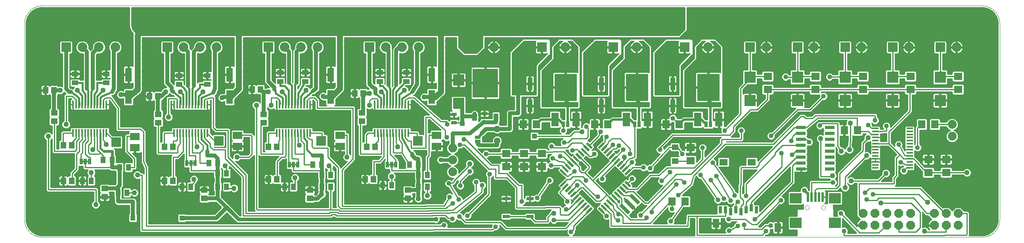
<source format=gtl>
G75*
G70*
%OFA0B0*%
%FSLAX24Y24*%
%IPPOS*%
%LPD*%
%AMOC8*
5,1,8,0,0,1.08239X$1,22.5*
%
%ADD10C,0.0000*%
%ADD11R,0.0800X0.0800*%
%ADD12C,0.0800*%
%ADD13R,0.0315X0.1024*%
%ADD14R,0.0984X0.0866*%
%ADD15R,0.0197X0.0787*%
%ADD16R,0.0709X0.0630*%
%ADD17R,0.0630X0.0709*%
%ADD18R,0.0800X0.0260*%
%ADD19R,0.0551X0.0748*%
%ADD20R,0.0709X0.0551*%
%ADD21R,0.0276X0.0591*%
%ADD22R,0.0630X0.1181*%
%ADD23R,0.1900X0.2250*%
%ADD24R,0.0945X0.0945*%
%ADD25R,0.0394X0.1102*%
%ADD26R,0.2126X0.2441*%
%ADD27R,0.0394X0.0630*%
%ADD28R,0.0472X0.0315*%
%ADD29C,0.0740*%
%ADD30R,0.0600X0.0300*%
%ADD31OC8,0.0740*%
%ADD32R,0.0551X0.0472*%
%ADD33R,0.0591X0.0197*%
%ADD34R,0.0197X0.0591*%
%ADD35R,0.0550X0.0137*%
%ADD36R,0.0250X0.0500*%
%ADD37R,0.0787X0.0787*%
%ADD38R,0.0787X0.0630*%
%ADD39R,0.0177X0.0650*%
%ADD40R,0.1701X0.1181*%
%ADD41R,0.0453X0.0571*%
%ADD42R,0.0551X0.0413*%
%ADD43R,0.0413X0.0551*%
%ADD44R,0.0571X0.0453*%
%ADD45R,0.0551X0.1181*%
%ADD46C,0.0120*%
%ADD47R,0.0500X0.0250*%
%ADD48OC8,0.0520*%
%ADD49C,0.0400*%
%ADD50C,0.1900*%
%ADD51C,0.0100*%
%ADD52C,0.0300*%
%ADD53C,0.0320*%
%ADD54C,0.0240*%
%ADD55R,0.0436X0.0436*%
%ADD56C,0.0436*%
%ADD57C,0.0160*%
%ADD58R,0.0400X0.0400*%
%ADD59C,0.0500*%
%ADD60C,0.0190*%
%ADD61C,0.0200*%
D10*
X003650Y002150D02*
X082650Y002150D01*
X082726Y002152D01*
X082802Y002158D01*
X082877Y002167D01*
X082952Y002181D01*
X083026Y002198D01*
X083099Y002219D01*
X083171Y002243D01*
X083242Y002272D01*
X083311Y002303D01*
X083378Y002338D01*
X083443Y002377D01*
X083507Y002419D01*
X083568Y002464D01*
X083627Y002512D01*
X083683Y002563D01*
X083737Y002617D01*
X083788Y002673D01*
X083836Y002732D01*
X083881Y002793D01*
X083923Y002857D01*
X083962Y002922D01*
X083997Y002989D01*
X084028Y003058D01*
X084057Y003129D01*
X084081Y003201D01*
X084102Y003274D01*
X084119Y003348D01*
X084133Y003423D01*
X084142Y003498D01*
X084148Y003574D01*
X084150Y003650D01*
X084150Y020150D01*
X084148Y020226D01*
X084142Y020302D01*
X084133Y020377D01*
X084119Y020452D01*
X084102Y020526D01*
X084081Y020599D01*
X084057Y020671D01*
X084028Y020742D01*
X083997Y020811D01*
X083962Y020878D01*
X083923Y020943D01*
X083881Y021007D01*
X083836Y021068D01*
X083788Y021127D01*
X083737Y021183D01*
X083683Y021237D01*
X083627Y021288D01*
X083568Y021336D01*
X083507Y021381D01*
X083443Y021423D01*
X083378Y021462D01*
X083311Y021497D01*
X083242Y021528D01*
X083171Y021557D01*
X083099Y021581D01*
X083026Y021602D01*
X082952Y021619D01*
X082877Y021633D01*
X082802Y021642D01*
X082726Y021648D01*
X082650Y021650D01*
X003650Y021650D01*
X003574Y021648D01*
X003498Y021642D01*
X003423Y021633D01*
X003348Y021619D01*
X003274Y021602D01*
X003201Y021581D01*
X003129Y021557D01*
X003058Y021528D01*
X002989Y021497D01*
X002922Y021462D01*
X002857Y021423D01*
X002793Y021381D01*
X002732Y021336D01*
X002673Y021288D01*
X002617Y021237D01*
X002563Y021183D01*
X002512Y021127D01*
X002464Y021068D01*
X002419Y021007D01*
X002377Y020943D01*
X002338Y020878D01*
X002303Y020811D01*
X002272Y020742D01*
X002243Y020671D01*
X002219Y020599D01*
X002198Y020526D01*
X002181Y020452D01*
X002167Y020377D01*
X002158Y020302D01*
X002152Y020226D01*
X002150Y020150D01*
X002150Y003650D01*
X002152Y003574D01*
X002158Y003498D01*
X002167Y003423D01*
X002181Y003348D01*
X002198Y003274D01*
X002219Y003201D01*
X002243Y003129D01*
X002272Y003058D01*
X002303Y002989D01*
X002338Y002922D01*
X002377Y002857D01*
X002419Y002793D01*
X002464Y002732D01*
X002512Y002673D01*
X002563Y002617D01*
X002617Y002563D01*
X002673Y002512D01*
X002732Y002464D01*
X002793Y002419D01*
X002857Y002377D01*
X002922Y002338D01*
X002989Y002303D01*
X003058Y002272D01*
X003129Y002243D01*
X003201Y002219D01*
X003274Y002198D01*
X003348Y002181D01*
X003423Y002167D01*
X003498Y002158D01*
X003574Y002152D01*
X003650Y002150D01*
X067784Y004650D02*
X067786Y004676D01*
X067792Y004702D01*
X067802Y004727D01*
X067815Y004750D01*
X067831Y004770D01*
X067851Y004788D01*
X067873Y004803D01*
X067896Y004815D01*
X067922Y004823D01*
X067948Y004827D01*
X067974Y004827D01*
X068000Y004823D01*
X068026Y004815D01*
X068050Y004803D01*
X068071Y004788D01*
X068091Y004770D01*
X068107Y004750D01*
X068120Y004727D01*
X068130Y004702D01*
X068136Y004676D01*
X068138Y004650D01*
X068136Y004624D01*
X068130Y004598D01*
X068120Y004573D01*
X068107Y004550D01*
X068091Y004530D01*
X068071Y004512D01*
X068049Y004497D01*
X068026Y004485D01*
X068000Y004477D01*
X067974Y004473D01*
X067948Y004473D01*
X067922Y004477D01*
X067896Y004485D01*
X067872Y004497D01*
X067851Y004512D01*
X067831Y004530D01*
X067815Y004550D01*
X067802Y004573D01*
X067792Y004598D01*
X067786Y004624D01*
X067784Y004650D01*
X069162Y004650D02*
X069164Y004676D01*
X069170Y004702D01*
X069180Y004727D01*
X069193Y004750D01*
X069209Y004770D01*
X069229Y004788D01*
X069251Y004803D01*
X069274Y004815D01*
X069300Y004823D01*
X069326Y004827D01*
X069352Y004827D01*
X069378Y004823D01*
X069404Y004815D01*
X069428Y004803D01*
X069449Y004788D01*
X069469Y004770D01*
X069485Y004750D01*
X069498Y004727D01*
X069508Y004702D01*
X069514Y004676D01*
X069516Y004650D01*
X069514Y004624D01*
X069508Y004598D01*
X069498Y004573D01*
X069485Y004550D01*
X069469Y004530D01*
X069449Y004512D01*
X069427Y004497D01*
X069404Y004485D01*
X069378Y004477D01*
X069352Y004473D01*
X069326Y004473D01*
X069300Y004477D01*
X069274Y004485D01*
X069250Y004497D01*
X069229Y004512D01*
X069209Y004530D01*
X069193Y004550D01*
X069180Y004573D01*
X069170Y004598D01*
X069164Y004624D01*
X069162Y004650D01*
D11*
X071150Y018150D03*
X067150Y018150D03*
X063150Y018150D03*
X057650Y018150D03*
X051650Y018150D03*
X045650Y018150D03*
X039650Y018150D03*
X031150Y018150D03*
X022650Y018150D03*
X014150Y018150D03*
X005650Y018150D03*
X075150Y018150D03*
X079150Y018150D03*
D12*
X080528Y018150D03*
X076528Y018150D03*
X072528Y018150D03*
X068528Y018150D03*
X064528Y018150D03*
X059619Y018150D03*
X053619Y018150D03*
X047619Y018150D03*
X041619Y018150D03*
X035284Y018150D03*
X033906Y018150D03*
X032528Y018150D03*
X026784Y018150D03*
X025406Y018150D03*
X024028Y018150D03*
X018284Y018150D03*
X016906Y018150D03*
X015528Y018150D03*
X009784Y018150D03*
X008406Y018150D03*
X007028Y018150D03*
D13*
G36*
X053941Y005117D02*
X053719Y004895D01*
X052995Y005619D01*
X053217Y005841D01*
X053941Y005117D01*
G37*
G36*
X053523Y004699D02*
X053301Y004477D01*
X052577Y005201D01*
X052799Y005423D01*
X053523Y004699D01*
G37*
G36*
X053105Y004281D02*
X052883Y004059D01*
X052159Y004783D01*
X052381Y005005D01*
X053105Y004281D01*
G37*
D14*
X066996Y003351D03*
X070304Y003351D03*
X070304Y005437D03*
X066996Y005437D03*
D15*
X068020Y005536D03*
X068335Y005536D03*
X068650Y005536D03*
X068965Y005536D03*
X069280Y005536D03*
D16*
X078150Y007599D03*
X079650Y007599D03*
X079650Y008701D03*
X078150Y008701D03*
X058150Y008599D03*
X058150Y009701D03*
X045650Y009201D03*
X044150Y009201D03*
X042650Y009201D03*
X042650Y008099D03*
X044150Y008099D03*
X045650Y008099D03*
X064650Y014599D03*
X064650Y015701D03*
X068650Y015701D03*
X068650Y014599D03*
X072650Y014599D03*
X072650Y015701D03*
X076650Y015701D03*
X076650Y014599D03*
X080650Y014599D03*
X080650Y015701D03*
D17*
X078701Y011650D03*
X077599Y011650D03*
X072201Y011150D03*
X071099Y011150D03*
X057201Y011650D03*
X056099Y011650D03*
X051201Y011650D03*
X050099Y011650D03*
X045201Y011650D03*
X044099Y011650D03*
X056599Y005150D03*
X057701Y005150D03*
D18*
X067440Y007900D03*
X067440Y008400D03*
X067440Y008900D03*
X067440Y009400D03*
X067440Y009900D03*
X067440Y010400D03*
X067440Y010900D03*
X067440Y011400D03*
X069860Y011400D03*
X069860Y010900D03*
X069860Y010400D03*
X069860Y009900D03*
X069860Y009400D03*
X069860Y008900D03*
X069860Y008400D03*
X069860Y007900D03*
D19*
X060307Y003319D03*
X065504Y002965D03*
D20*
X063300Y008477D03*
X060937Y008477D03*
D21*
X063260Y004619D03*
X062827Y004461D03*
X062394Y004304D03*
X061961Y004461D03*
X061528Y004304D03*
X061095Y004461D03*
X060662Y004461D03*
X063693Y004461D03*
D22*
X060548Y012059D03*
X058752Y012059D03*
X054548Y012059D03*
X052752Y012059D03*
X048548Y012059D03*
X046752Y012059D03*
D23*
X047650Y014775D03*
X053650Y014775D03*
X059650Y014775D03*
D24*
X063150Y015634D03*
X067150Y015634D03*
X071150Y015634D03*
X075150Y015634D03*
X079150Y015634D03*
X079150Y013666D03*
X075150Y013666D03*
X071150Y013666D03*
X067150Y013666D03*
X063150Y013666D03*
X038650Y013416D03*
X038650Y015384D03*
D25*
X044650Y015075D03*
X050650Y015075D03*
X056650Y015075D03*
X056650Y013225D03*
X050650Y013225D03*
X044650Y013225D03*
D26*
X040900Y015134D03*
D27*
X040002Y012260D03*
X041798Y012260D03*
D28*
X040838Y012567D03*
X040838Y011858D03*
X038275Y011796D03*
X038275Y012504D03*
D29*
X038150Y009650D03*
X038150Y008650D03*
X038150Y007650D03*
X080150Y010650D03*
X080150Y011650D03*
D30*
X044650Y005400D03*
X042650Y005400D03*
X042650Y003900D03*
X044650Y003900D03*
D31*
X072650Y004150D03*
X073650Y004150D03*
X074650Y004150D03*
X075650Y004150D03*
X076650Y004150D03*
X078650Y004150D03*
X079650Y004150D03*
X080650Y004150D03*
X080650Y003150D03*
X079650Y003150D03*
X078650Y003150D03*
X076650Y003150D03*
X075650Y003150D03*
X074650Y003150D03*
X073650Y003150D03*
X072650Y003150D03*
D32*
X056850Y008559D03*
X056850Y009741D03*
D33*
G36*
X049510Y010155D02*
X049926Y009739D01*
X049788Y009601D01*
X049372Y010017D01*
X049510Y010155D01*
G37*
G36*
X049287Y009932D02*
X049703Y009516D01*
X049565Y009378D01*
X049149Y009794D01*
X049287Y009932D01*
G37*
G36*
X049064Y009710D02*
X049480Y009294D01*
X049342Y009156D01*
X048926Y009572D01*
X049064Y009710D01*
G37*
G36*
X048842Y009487D02*
X049258Y009071D01*
X049120Y008933D01*
X048704Y009349D01*
X048842Y009487D01*
G37*
G36*
X048619Y009264D02*
X049035Y008848D01*
X048897Y008710D01*
X048481Y009126D01*
X048619Y009264D01*
G37*
G36*
X048396Y009042D02*
X048812Y008626D01*
X048674Y008488D01*
X048258Y008904D01*
X048396Y009042D01*
G37*
G36*
X048174Y008819D02*
X048590Y008403D01*
X048452Y008265D01*
X048036Y008681D01*
X048174Y008819D01*
G37*
G36*
X047951Y008596D02*
X048367Y008180D01*
X048229Y008042D01*
X047813Y008458D01*
X047951Y008596D01*
G37*
G36*
X047728Y008374D02*
X048144Y007958D01*
X048006Y007820D01*
X047590Y008236D01*
X047728Y008374D01*
G37*
G36*
X047506Y008151D02*
X047922Y007735D01*
X047784Y007597D01*
X047368Y008013D01*
X047506Y008151D01*
G37*
G36*
X047283Y007928D02*
X047699Y007512D01*
X047561Y007374D01*
X047145Y007790D01*
X047283Y007928D01*
G37*
G36*
X052294Y006480D02*
X052710Y006064D01*
X052572Y005926D01*
X052156Y006342D01*
X052294Y006480D01*
G37*
G36*
X052516Y006703D02*
X052932Y006287D01*
X052794Y006149D01*
X052378Y006565D01*
X052516Y006703D01*
G37*
G36*
X052739Y006926D02*
X053155Y006510D01*
X053017Y006372D01*
X052601Y006788D01*
X052739Y006926D01*
G37*
G36*
X052071Y006258D02*
X052487Y005842D01*
X052349Y005704D01*
X051933Y006120D01*
X052071Y006258D01*
G37*
G36*
X051848Y006035D02*
X052264Y005619D01*
X052126Y005481D01*
X051710Y005897D01*
X051848Y006035D01*
G37*
G36*
X051626Y005812D02*
X052042Y005396D01*
X051904Y005258D01*
X051488Y005674D01*
X051626Y005812D01*
G37*
G36*
X051403Y005590D02*
X051819Y005174D01*
X051681Y005036D01*
X051265Y005452D01*
X051403Y005590D01*
G37*
G36*
X051180Y005367D02*
X051596Y004951D01*
X051458Y004813D01*
X051042Y005229D01*
X051180Y005367D01*
G37*
G36*
X050958Y005144D02*
X051374Y004728D01*
X051236Y004590D01*
X050820Y005006D01*
X050958Y005144D01*
G37*
G36*
X050735Y004922D02*
X051151Y004506D01*
X051013Y004368D01*
X050597Y004784D01*
X050735Y004922D01*
G37*
G36*
X050512Y004699D02*
X050928Y004283D01*
X050790Y004145D01*
X050374Y004561D01*
X050512Y004699D01*
G37*
D34*
G36*
X049788Y004699D02*
X049926Y004561D01*
X049510Y004145D01*
X049372Y004283D01*
X049788Y004699D01*
G37*
G36*
X049565Y004922D02*
X049703Y004784D01*
X049287Y004368D01*
X049149Y004506D01*
X049565Y004922D01*
G37*
G36*
X049342Y005144D02*
X049480Y005006D01*
X049064Y004590D01*
X048926Y004728D01*
X049342Y005144D01*
G37*
G36*
X049120Y005367D02*
X049258Y005229D01*
X048842Y004813D01*
X048704Y004951D01*
X049120Y005367D01*
G37*
G36*
X048897Y005590D02*
X049035Y005452D01*
X048619Y005036D01*
X048481Y005174D01*
X048897Y005590D01*
G37*
G36*
X048674Y005812D02*
X048812Y005674D01*
X048396Y005258D01*
X048258Y005396D01*
X048674Y005812D01*
G37*
G36*
X048452Y006035D02*
X048590Y005897D01*
X048174Y005481D01*
X048036Y005619D01*
X048452Y006035D01*
G37*
G36*
X048229Y006258D02*
X048367Y006120D01*
X047951Y005704D01*
X047813Y005842D01*
X048229Y006258D01*
G37*
G36*
X048006Y006480D02*
X048144Y006342D01*
X047728Y005926D01*
X047590Y006064D01*
X048006Y006480D01*
G37*
G36*
X047784Y006703D02*
X047922Y006565D01*
X047506Y006149D01*
X047368Y006287D01*
X047784Y006703D01*
G37*
G36*
X047561Y006926D02*
X047699Y006788D01*
X047283Y006372D01*
X047145Y006510D01*
X047561Y006926D01*
G37*
G36*
X052349Y008596D02*
X052487Y008458D01*
X052071Y008042D01*
X051933Y008180D01*
X052349Y008596D01*
G37*
G36*
X052126Y008819D02*
X052264Y008681D01*
X051848Y008265D01*
X051710Y008403D01*
X052126Y008819D01*
G37*
G36*
X051904Y009042D02*
X052042Y008904D01*
X051626Y008488D01*
X051488Y008626D01*
X051904Y009042D01*
G37*
G36*
X051681Y009264D02*
X051819Y009126D01*
X051403Y008710D01*
X051265Y008848D01*
X051681Y009264D01*
G37*
G36*
X051458Y009487D02*
X051596Y009349D01*
X051180Y008933D01*
X051042Y009071D01*
X051458Y009487D01*
G37*
G36*
X051236Y009710D02*
X051374Y009572D01*
X050958Y009156D01*
X050820Y009294D01*
X051236Y009710D01*
G37*
G36*
X051013Y009932D02*
X051151Y009794D01*
X050735Y009378D01*
X050597Y009516D01*
X051013Y009932D01*
G37*
G36*
X050790Y010155D02*
X050928Y010017D01*
X050512Y009601D01*
X050374Y009739D01*
X050790Y010155D01*
G37*
G36*
X052572Y008374D02*
X052710Y008236D01*
X052294Y007820D01*
X052156Y007958D01*
X052572Y008374D01*
G37*
G36*
X052794Y008151D02*
X052932Y008013D01*
X052516Y007597D01*
X052378Y007735D01*
X052794Y008151D01*
G37*
G36*
X053017Y007928D02*
X053155Y007790D01*
X052739Y007374D01*
X052601Y007512D01*
X053017Y007928D01*
G37*
D35*
X073711Y007987D03*
X073711Y008243D03*
X073711Y008498D03*
X073711Y008754D03*
X073711Y009010D03*
X073711Y009266D03*
X073711Y009522D03*
X073711Y009778D03*
X073711Y010034D03*
X073711Y010290D03*
X073711Y010546D03*
X073711Y010802D03*
X073711Y011057D03*
X073711Y011313D03*
X076589Y011313D03*
X076589Y011057D03*
X076589Y010802D03*
X076589Y010546D03*
X076589Y010290D03*
X076589Y010034D03*
X076589Y009778D03*
X076589Y009522D03*
X076589Y009266D03*
X076589Y009010D03*
X076589Y008754D03*
X076589Y008498D03*
X076589Y008243D03*
X076589Y007987D03*
D36*
X059827Y011650D03*
X059473Y011650D03*
X053827Y011650D03*
X053473Y011650D03*
X047827Y011650D03*
X047473Y011650D03*
X033375Y008275D03*
X033025Y008275D03*
X032675Y008275D03*
X025125Y008275D03*
X024775Y008275D03*
X024425Y008275D03*
X016500Y008400D03*
X016150Y008400D03*
X015800Y008400D03*
X007625Y008525D03*
X007275Y008525D03*
X006925Y008525D03*
D37*
X009863Y010150D03*
X018488Y010275D03*
X027113Y010275D03*
X035238Y010275D03*
D38*
X036812Y009812D03*
X036812Y010738D03*
X028687Y010738D03*
X028687Y009812D03*
X020062Y009812D03*
X020062Y010738D03*
X011437Y010613D03*
X011437Y009687D03*
D39*
X009048Y010930D03*
X008792Y010930D03*
X008536Y010930D03*
X008280Y010930D03*
X008024Y010930D03*
X007768Y010930D03*
X007512Y010930D03*
X007256Y010930D03*
X007000Y010930D03*
X006744Y010930D03*
X006489Y010930D03*
X006233Y010930D03*
X014733Y010930D03*
X014989Y010930D03*
X015244Y010930D03*
X015500Y010930D03*
X015756Y010930D03*
X016012Y010930D03*
X016268Y010930D03*
X016524Y010930D03*
X016780Y010930D03*
X017036Y010930D03*
X017292Y010930D03*
X017548Y010930D03*
X023358Y010930D03*
X023614Y010930D03*
X023869Y010930D03*
X024125Y010930D03*
X024381Y010930D03*
X024637Y010930D03*
X024893Y010930D03*
X025149Y010930D03*
X025405Y010930D03*
X025661Y010930D03*
X025917Y010930D03*
X026173Y010930D03*
X031608Y010930D03*
X031864Y010930D03*
X032119Y010930D03*
X032375Y010930D03*
X032631Y010930D03*
X032887Y010930D03*
X033143Y010930D03*
X033399Y010930D03*
X033655Y010930D03*
X033911Y010930D03*
X034167Y010930D03*
X034423Y010930D03*
X034423Y013331D03*
X034167Y013331D03*
X033911Y013331D03*
X033655Y013331D03*
X033399Y013331D03*
X033143Y013331D03*
X032887Y013331D03*
X032631Y013331D03*
X032375Y013331D03*
X032119Y013331D03*
X031864Y013331D03*
X031608Y013331D03*
X026173Y013331D03*
X025917Y013331D03*
X025661Y013331D03*
X025405Y013331D03*
X025149Y013331D03*
X024893Y013331D03*
X024637Y013331D03*
X024381Y013331D03*
X024125Y013331D03*
X023869Y013331D03*
X023614Y013331D03*
X023358Y013331D03*
X017548Y013331D03*
X017292Y013331D03*
X017036Y013331D03*
X016780Y013331D03*
X016524Y013331D03*
X016268Y013331D03*
X016012Y013331D03*
X015756Y013331D03*
X015500Y013331D03*
X015244Y013331D03*
X014989Y013331D03*
X014733Y013331D03*
X009048Y013331D03*
X008792Y013331D03*
X008536Y013331D03*
X008280Y013331D03*
X008024Y013331D03*
X007768Y013331D03*
X007512Y013331D03*
X007256Y013331D03*
X007000Y013331D03*
X006744Y013331D03*
X006489Y013331D03*
X006233Y013331D03*
D40*
X007640Y012130D03*
X016140Y012130D03*
X024765Y012130D03*
X033015Y012130D03*
D41*
X031629Y009775D03*
X030921Y009775D03*
X023379Y009775D03*
X022671Y009775D03*
X014629Y009775D03*
X013921Y009775D03*
X006129Y009900D03*
X005421Y009900D03*
X005421Y006900D03*
X006129Y006900D03*
X013921Y006900D03*
X014629Y006900D03*
X022671Y007025D03*
X023379Y007025D03*
X030796Y007025D03*
X031504Y007025D03*
X013379Y014025D03*
X012671Y014025D03*
X004629Y014525D03*
X003921Y014525D03*
X021296Y014588D03*
X022004Y014588D03*
X029921Y014275D03*
X030629Y014275D03*
D42*
X032025Y015276D03*
X034275Y015276D03*
X034275Y016024D03*
X032025Y016024D03*
X025775Y016024D03*
X023650Y016024D03*
X023650Y015276D03*
X025775Y015276D03*
X017525Y015026D03*
X017525Y015774D03*
X015150Y015774D03*
X015150Y015026D03*
X009025Y015151D03*
X009025Y015899D03*
X006400Y015899D03*
X006400Y015151D03*
D43*
X008776Y008650D03*
X009524Y008650D03*
X010151Y008025D03*
X010899Y008025D03*
X007774Y006900D03*
X007026Y006900D03*
X010026Y005900D03*
X010774Y005900D03*
X015401Y006400D03*
X016149Y006400D03*
X018401Y006400D03*
X019149Y006400D03*
X019149Y007525D03*
X018401Y007525D03*
X018399Y008400D03*
X017651Y008400D03*
X024026Y006400D03*
X024774Y006400D03*
X027151Y006400D03*
X027899Y006400D03*
X027899Y007400D03*
X027151Y007400D03*
X027149Y008275D03*
X026401Y008275D03*
X032276Y006525D03*
X033024Y006525D03*
X035276Y006400D03*
X036024Y006400D03*
X036024Y007400D03*
X035276Y007400D03*
X035274Y008275D03*
X034526Y008275D03*
D44*
X034400Y006129D03*
X034400Y005421D03*
X026150Y005421D03*
X026150Y006129D03*
X017275Y006129D03*
X017275Y005421D03*
X008900Y005546D03*
X008900Y006254D03*
X013400Y011796D03*
X013400Y012504D03*
X004650Y012629D03*
X004650Y011921D03*
X022275Y011796D03*
X022275Y012504D03*
X030525Y012629D03*
X030525Y011921D03*
D45*
X027900Y013955D03*
X027900Y015845D03*
X019400Y015845D03*
X019400Y013955D03*
X010900Y013955D03*
X010900Y015845D03*
X036400Y015845D03*
X036400Y013955D03*
D46*
X016450Y008400D02*
X015850Y008400D01*
X007575Y008525D02*
X006975Y008525D01*
X024475Y008275D02*
X025075Y008275D01*
X032725Y008275D02*
X033325Y008275D01*
D47*
X040275Y010238D03*
X040275Y010562D03*
D48*
X041900Y010275D03*
X041900Y011275D03*
D49*
X039105Y010390D03*
X038775Y009935D03*
X037650Y010560D03*
X036440Y011574D03*
X037700Y011670D03*
X035065Y012324D03*
X035065Y012824D03*
X033525Y012550D03*
X033150Y012550D03*
X033150Y012175D03*
X032750Y012175D03*
X032375Y012175D03*
X032375Y012550D03*
X032750Y012550D03*
X033550Y012150D03*
X033525Y011750D03*
X033150Y011750D03*
X032750Y011750D03*
X032375Y011750D03*
X028629Y011501D03*
X028504Y012501D03*
X028004Y012501D03*
X027504Y012501D03*
X025575Y012475D03*
X025200Y012475D03*
X024825Y012475D03*
X024450Y012475D03*
X024075Y012475D03*
X024075Y012100D03*
X024075Y011725D03*
X024450Y011725D03*
X024825Y011725D03*
X024825Y012100D03*
X024450Y012100D03*
X025200Y012100D03*
X025575Y012100D03*
X025575Y011725D03*
X025200Y011725D03*
X020875Y010250D03*
X019700Y011850D03*
X019200Y011850D03*
X018700Y011850D03*
X018700Y012350D03*
X019200Y012350D03*
X019700Y012350D03*
X019700Y012850D03*
X019200Y012850D03*
X018700Y012850D03*
X016925Y012550D03*
X016550Y012550D03*
X016550Y012150D03*
X016925Y012150D03*
X016150Y012150D03*
X015750Y012150D03*
X015375Y012150D03*
X015375Y012550D03*
X015750Y012550D03*
X016150Y012550D03*
X016150Y011750D03*
X015750Y011750D03*
X015375Y011750D03*
X016550Y011750D03*
X016925Y011750D03*
X012450Y011475D03*
X011700Y011850D03*
X011200Y011850D03*
X010700Y011850D03*
X010700Y012350D03*
X011200Y012350D03*
X011700Y012350D03*
X011700Y012850D03*
X011200Y012850D03*
X010700Y012850D03*
X008500Y012550D03*
X008500Y012550D03*
X008500Y012175D03*
X008050Y012150D03*
X008050Y012550D03*
X007650Y012550D03*
X007625Y012175D03*
X007125Y012175D03*
X007250Y012550D03*
X006875Y012550D03*
X006875Y011800D03*
X007250Y011750D03*
X007650Y011750D03*
X008050Y011750D03*
X008500Y011800D03*
X009575Y011100D03*
X012750Y010250D03*
X012750Y009750D03*
X012800Y009150D03*
X012800Y008650D03*
X013050Y008150D03*
X013050Y007650D03*
X013050Y007150D03*
X011325Y006850D03*
X010825Y006850D03*
X009075Y006975D03*
X008575Y006975D03*
X008575Y007475D03*
X009075Y007475D03*
X007000Y007675D03*
X005750Y008300D03*
X005250Y008300D03*
X004750Y008300D03*
X003750Y008050D03*
X003750Y007425D03*
X003750Y008675D03*
X004750Y008800D03*
X005250Y008800D03*
X005750Y008800D03*
X003750Y009300D03*
X003750Y009925D03*
X010825Y008725D03*
X015675Y007275D03*
X017075Y007350D03*
X017575Y007350D03*
X017575Y006850D03*
X017075Y006850D03*
X019763Y007163D03*
X021175Y007400D03*
X020925Y007900D03*
X022425Y008150D03*
X020675Y008400D03*
X024175Y007400D03*
X025700Y007350D03*
X026200Y007350D03*
X026200Y006850D03*
X025700Y006850D03*
X029825Y007850D03*
X032325Y007475D03*
X033950Y007350D03*
X034450Y007350D03*
X034450Y006850D03*
X033950Y006850D03*
X037820Y006680D03*
X038788Y006480D03*
X039325Y006225D03*
X040123Y006790D03*
X040640Y006523D03*
X043850Y007000D03*
X045000Y006650D03*
X046308Y006940D03*
X046738Y006563D03*
X048623Y006523D03*
X049368Y006943D03*
X050739Y007065D03*
X051800Y007100D03*
X053245Y007078D03*
X053850Y007013D03*
X055000Y007013D03*
X055723Y006880D03*
X056975Y006585D03*
X057630Y006770D03*
X058998Y007390D03*
X060333Y007303D03*
X059853Y006968D03*
X061350Y007350D03*
X062913Y007413D03*
X062050Y008450D03*
X060018Y008428D03*
X057450Y009163D03*
X059173Y009690D03*
X059350Y010350D03*
X061048Y011145D03*
X062418Y011120D03*
X063150Y010450D03*
X064928Y010685D03*
X066645Y010260D03*
X068127Y010171D03*
X066712Y009099D03*
X065798Y009225D03*
X063288Y009538D03*
X069043Y011555D03*
X068150Y012513D03*
X066088Y012513D03*
X069348Y014020D03*
X069850Y015650D03*
X066150Y015650D03*
X060150Y015150D03*
X059150Y015150D03*
X059650Y014650D03*
X059150Y014150D03*
X060150Y014150D03*
X058150Y013650D03*
X058150Y014650D03*
X058150Y015650D03*
X059650Y015650D03*
X054150Y015150D03*
X053150Y015150D03*
X053650Y014650D03*
X053150Y014150D03*
X054150Y014150D03*
X052150Y013650D03*
X052150Y014650D03*
X052150Y015650D03*
X053650Y015650D03*
X048150Y015150D03*
X047150Y015150D03*
X047650Y014650D03*
X047150Y014150D03*
X048150Y014150D03*
X046150Y013650D03*
X046150Y014650D03*
X046150Y015650D03*
X047650Y015650D03*
X041463Y015650D03*
X040900Y015150D03*
X041463Y014650D03*
X040900Y014150D03*
X040275Y014650D03*
X037700Y015100D03*
X037700Y015600D03*
X037700Y016100D03*
X035650Y016150D03*
X035650Y015650D03*
X035650Y016650D03*
X034550Y016900D03*
X034050Y016900D03*
X032300Y016900D03*
X031800Y016900D03*
X029700Y017650D03*
X029200Y017650D03*
X029200Y017150D03*
X027150Y016650D03*
X027150Y016150D03*
X027150Y015650D03*
X029200Y015600D03*
X030200Y015600D03*
X030200Y015100D03*
X029200Y015100D03*
X029200Y016100D03*
X030200Y016100D03*
X026050Y016900D03*
X025550Y016900D03*
X023800Y016900D03*
X023300Y016900D03*
X021200Y017650D03*
X020700Y017650D03*
X020700Y017150D03*
X018650Y016650D03*
X018650Y016150D03*
X020700Y016100D03*
X020700Y015600D03*
X020700Y015100D03*
X021700Y015600D03*
X021700Y016100D03*
X017550Y016900D03*
X017050Y016900D03*
X015300Y016900D03*
X014800Y016900D03*
X012700Y017650D03*
X012200Y017650D03*
X012200Y017150D03*
X011050Y017150D03*
X010675Y017400D03*
X011050Y017650D03*
X011050Y018150D03*
X010550Y018150D03*
X010550Y018650D03*
X011050Y018650D03*
X012200Y018650D03*
X012700Y018650D03*
X012700Y018150D03*
X012200Y018150D03*
X008950Y017025D03*
X008450Y017025D03*
X008450Y016650D03*
X008950Y016650D03*
X010150Y016650D03*
X010150Y016150D03*
X010150Y015650D03*
X012200Y015600D03*
X012700Y015600D03*
X012700Y015100D03*
X012200Y015100D03*
X012200Y016100D03*
X012700Y016100D03*
X006700Y016650D03*
X006200Y016650D03*
X006200Y017025D03*
X006700Y017025D03*
X004200Y017150D03*
X004200Y017650D03*
X003700Y017650D03*
X003700Y018150D03*
X004200Y018150D03*
X004200Y018650D03*
X004200Y016650D03*
X004200Y016150D03*
X003950Y015400D03*
X003875Y013675D03*
X003875Y012550D03*
X003875Y011925D03*
X021175Y006775D03*
X022750Y005425D03*
X019950Y005038D03*
X015250Y005175D03*
X014750Y005175D03*
X014250Y005175D03*
X013750Y005175D03*
X013250Y005175D03*
X006750Y005550D03*
X006250Y005550D03*
X005750Y005550D03*
X005250Y005550D03*
X004750Y005550D03*
X003050Y005100D03*
X028150Y003700D03*
X030825Y005475D03*
X036750Y003650D03*
X037418Y003148D03*
X038140Y003708D03*
X038728Y003893D03*
X039403Y003970D03*
X041250Y004525D03*
X038670Y005330D03*
X038173Y005010D03*
X037903Y005543D03*
X043980Y005170D03*
X045260Y005455D03*
X045563Y005025D03*
X046500Y005650D03*
X047808Y005150D03*
X047705Y004503D03*
X046670Y003595D03*
X045438Y004063D03*
X043688Y003400D03*
X041770Y003045D03*
X048110Y002610D03*
X049563Y002900D03*
X052053Y003563D03*
X051110Y003940D03*
X050313Y003963D03*
X052105Y004085D03*
X053953Y004003D03*
X054477Y003797D03*
X054890Y004250D03*
X054100Y004700D03*
X054475Y005425D03*
X056590Y004530D03*
X056100Y004163D03*
X056493Y003505D03*
X059413Y002913D03*
X061399Y002696D03*
X062124Y003104D03*
X062670Y003210D03*
X063555Y003653D03*
X064898Y003140D03*
X066160Y003020D03*
X064515Y002673D03*
X061362Y003650D03*
X065950Y004650D03*
X064450Y005150D03*
X065750Y005260D03*
X067720Y006100D03*
X065950Y006650D03*
X068450Y007150D03*
X070148Y006750D03*
X071888Y006275D03*
X072818Y005890D03*
X073505Y005768D03*
X072960Y005323D03*
X071263Y004775D03*
X070810Y004160D03*
X071058Y002673D03*
X071638Y002713D03*
X062143Y005120D03*
X061520Y005240D03*
X061868Y005678D03*
X060978Y005405D03*
X060456Y005280D03*
X058850Y005350D03*
X057149Y005693D03*
X062825Y005615D03*
X056418Y007638D03*
X055350Y007850D03*
X054753Y007966D03*
X054210Y008020D03*
X053238Y008458D03*
X053838Y008788D03*
X053070Y009170D03*
X052510Y009520D03*
X052127Y009867D03*
X051630Y009940D03*
X051095Y010595D03*
X050613Y011030D03*
X049395Y011470D03*
X047455Y011140D03*
X047540Y010115D03*
X046480Y009805D03*
X048228Y009465D03*
X047213Y008953D03*
X046575Y008808D03*
X046425Y008200D03*
X048391Y007700D03*
X049200Y008050D03*
X049988Y007988D03*
X050900Y008600D03*
X050060Y009168D03*
X055585Y009520D03*
X056680Y012170D03*
X042378Y012887D03*
X036940Y012699D03*
X040213Y015650D03*
X040900Y016150D03*
X037700Y017150D03*
X037700Y017650D03*
X038200Y017650D03*
X038200Y018150D03*
X037700Y018150D03*
X036550Y018150D03*
X036050Y018150D03*
X036050Y018650D03*
X036550Y018650D03*
X037700Y018650D03*
X038200Y018650D03*
X029700Y018650D03*
X029200Y018650D03*
X028050Y018650D03*
X027550Y018650D03*
X027550Y018150D03*
X028050Y018150D03*
X029200Y018150D03*
X029700Y018150D03*
X021200Y018150D03*
X020700Y018150D03*
X019550Y018150D03*
X019050Y018150D03*
X019050Y018650D03*
X019550Y018650D03*
X020700Y018650D03*
X021200Y018650D03*
X040960Y009170D03*
X041700Y008750D03*
X038888Y008225D03*
X039603Y007688D03*
X041260Y007448D03*
X037150Y008650D03*
X036575Y008975D03*
X033950Y008413D03*
X028575Y008975D03*
X050383Y005553D03*
X052188Y002775D03*
X074525Y008638D03*
X075839Y008459D03*
X076090Y007760D03*
X075650Y006950D03*
X077248Y009700D03*
X075652Y009961D03*
X074325Y010525D03*
X075838Y011013D03*
X074625Y011525D03*
X073680Y011990D03*
X073098Y011610D03*
X075150Y012450D03*
X072200Y010338D03*
X071075Y010338D03*
X073075Y009775D03*
D50*
X082650Y003650D03*
X082650Y020150D03*
X003650Y020150D03*
X003650Y003650D03*
D51*
X003474Y002312D02*
X003133Y002403D01*
X002828Y002579D01*
X002579Y002828D01*
X002403Y003133D01*
X002312Y003474D01*
X002300Y003650D01*
X002300Y020150D01*
X002312Y020326D01*
X002403Y020667D01*
X002579Y020972D01*
X002828Y021221D01*
X003133Y021397D01*
X003474Y021488D01*
X003650Y021500D01*
X010950Y021500D01*
X010950Y020225D01*
X010945Y020218D01*
X010950Y020143D01*
X010950Y020067D01*
X010956Y020061D01*
X010956Y020060D01*
X010947Y020046D01*
X010962Y019979D01*
X010967Y019911D01*
X010979Y019900D01*
X010981Y019891D01*
X010974Y019876D01*
X010998Y019812D01*
X011013Y019745D01*
X011026Y019736D01*
X011030Y019727D01*
X011025Y019711D01*
X011058Y019651D01*
X011082Y019587D01*
X011097Y019580D01*
X011101Y019572D01*
X011099Y019556D01*
X011140Y019501D01*
X011173Y019441D01*
X011189Y019436D01*
X011194Y019429D01*
X011194Y019412D01*
X011243Y019364D01*
X011283Y019310D01*
X011250Y019230D01*
X011250Y016566D01*
X011233Y016575D01*
X011195Y016585D01*
X010950Y016585D01*
X010950Y015895D01*
X010850Y015895D01*
X010850Y016585D01*
X010605Y016585D01*
X010567Y016575D01*
X010532Y016555D01*
X010504Y016528D01*
X010485Y016493D01*
X010474Y016455D01*
X010474Y015895D01*
X010850Y015895D01*
X010850Y015795D01*
X010474Y015795D01*
X010474Y015235D01*
X010485Y015196D01*
X010504Y015162D01*
X010532Y015134D01*
X010567Y015115D01*
X010605Y015104D01*
X010850Y015104D01*
X010850Y015795D01*
X010950Y015795D01*
X010950Y015104D01*
X011195Y015104D01*
X011233Y015115D01*
X011250Y015124D01*
X011250Y014768D01*
X011163Y014696D01*
X010562Y014696D01*
X010474Y014608D01*
X010474Y014466D01*
X010348Y014518D01*
X010202Y014518D01*
X010066Y014462D01*
X009963Y014359D01*
X009907Y014223D01*
X009907Y014077D01*
X009963Y013941D01*
X010066Y013838D01*
X010202Y013782D01*
X010348Y013782D01*
X010474Y013834D01*
X010474Y013302D01*
X010562Y013215D01*
X011238Y013215D01*
X011326Y013302D01*
X011326Y013789D01*
X011885Y014257D01*
X011922Y014277D01*
X011946Y014307D01*
X011975Y014331D01*
X011994Y014369D01*
X012021Y014402D01*
X012031Y014439D01*
X012049Y014472D01*
X012052Y014515D01*
X012064Y014555D01*
X012059Y014593D01*
X012063Y014631D01*
X012050Y014671D01*
X012050Y014674D01*
X012050Y018950D01*
X012060Y018956D01*
X012061Y018956D01*
X012067Y018950D01*
X012143Y018950D01*
X012218Y018945D01*
X012225Y018950D01*
X019750Y018950D01*
X019750Y016566D01*
X019733Y016575D01*
X019695Y016585D01*
X019450Y016585D01*
X019450Y015895D01*
X019350Y015895D01*
X019350Y016585D01*
X019105Y016585D01*
X019067Y016575D01*
X019032Y016555D01*
X019004Y016528D01*
X018985Y016493D01*
X018974Y016455D01*
X018974Y015895D01*
X019350Y015895D01*
X019350Y015795D01*
X018974Y015795D01*
X018974Y015235D01*
X018985Y015196D01*
X019004Y015162D01*
X019032Y015134D01*
X019067Y015115D01*
X019105Y015104D01*
X019350Y015104D01*
X019350Y015795D01*
X019450Y015795D01*
X019450Y015104D01*
X019695Y015104D01*
X019733Y015115D01*
X019750Y015124D01*
X019750Y014816D01*
X019630Y014696D01*
X019062Y014696D01*
X018974Y014608D01*
X018974Y014265D01*
X018855Y014265D01*
X018848Y014268D01*
X018702Y014268D01*
X018566Y014212D01*
X018463Y014109D01*
X018407Y013973D01*
X018407Y013827D01*
X018463Y013691D01*
X018566Y013588D01*
X018702Y013532D01*
X018848Y013532D01*
X018974Y013584D01*
X018974Y013302D01*
X019062Y013215D01*
X019738Y013215D01*
X019826Y013302D01*
X019826Y013760D01*
X020377Y014311D01*
X020489Y014423D01*
X020550Y014570D01*
X020550Y018950D01*
X028250Y018950D01*
X028250Y016566D01*
X028233Y016575D01*
X028195Y016585D01*
X027950Y016585D01*
X027950Y015895D01*
X027850Y015895D01*
X027850Y016585D01*
X027605Y016585D01*
X027567Y016575D01*
X027532Y016555D01*
X027504Y016528D01*
X027485Y016493D01*
X027474Y016455D01*
X027474Y015895D01*
X027850Y015895D01*
X027850Y015795D01*
X027474Y015795D01*
X027474Y015235D01*
X027485Y015196D01*
X027504Y015162D01*
X027532Y015134D01*
X027567Y015115D01*
X027605Y015104D01*
X027850Y015104D01*
X027850Y015795D01*
X027950Y015795D01*
X027950Y015104D01*
X028195Y015104D01*
X028233Y015115D01*
X028250Y015124D01*
X028250Y014816D01*
X028130Y014696D01*
X027562Y014696D01*
X027474Y014608D01*
X027474Y014341D01*
X027348Y014393D01*
X027202Y014393D01*
X027066Y014337D01*
X026963Y014234D01*
X026907Y014098D01*
X026907Y013952D01*
X026963Y013816D01*
X027066Y013713D01*
X027202Y013657D01*
X027255Y013657D01*
X027283Y013645D01*
X027474Y013645D01*
X027474Y013302D01*
X027552Y013225D01*
X026975Y013225D01*
X026975Y013733D01*
X026725Y013983D01*
X026608Y014100D01*
X026324Y014100D01*
X026386Y014151D01*
X026417Y014147D01*
X026537Y014178D01*
X026805Y014379D01*
X026826Y014387D01*
X026854Y014415D01*
X026885Y014439D01*
X026897Y014458D01*
X026913Y014474D01*
X026928Y014511D01*
X026948Y014545D01*
X026951Y014567D01*
X026960Y014588D01*
X026960Y014628D01*
X026966Y014667D01*
X026960Y014689D01*
X026960Y017628D01*
X027095Y017684D01*
X027250Y017838D01*
X027334Y018041D01*
X027334Y018259D01*
X027250Y018462D01*
X027095Y018616D01*
X026893Y018700D01*
X026674Y018700D01*
X026472Y018616D01*
X026318Y018462D01*
X026234Y018259D01*
X026234Y018041D01*
X026318Y017838D01*
X026340Y017816D01*
X026340Y014805D01*
X026172Y014679D01*
X026150Y014734D01*
X026046Y014837D01*
X025911Y014893D01*
X025807Y014893D01*
X025823Y014919D01*
X026113Y014919D01*
X026201Y015007D01*
X026201Y015545D01*
X026113Y015633D01*
X025437Y015633D01*
X025349Y015545D01*
X025349Y015029D01*
X025123Y014666D01*
X025123Y014673D01*
X025130Y014680D01*
X025130Y014858D01*
X025201Y014887D01*
X025288Y014974D01*
X025335Y015088D01*
X025335Y017600D01*
X025515Y017600D01*
X025717Y017684D01*
X025872Y017838D01*
X025956Y018041D01*
X025956Y018259D01*
X025872Y018462D01*
X025717Y018616D01*
X025515Y018700D01*
X025297Y018700D01*
X025094Y018616D01*
X024940Y018462D01*
X024856Y018259D01*
X024856Y018044D01*
X024851Y018038D01*
X024849Y018038D01*
X024807Y017995D01*
X024764Y017953D01*
X024763Y017951D01*
X024762Y017951D01*
X024739Y017895D01*
X024715Y017839D01*
X024715Y017838D01*
X024715Y017837D01*
X024715Y017776D01*
X024715Y017716D01*
X024715Y017715D01*
X024715Y015165D01*
X024713Y015163D01*
X024710Y015165D01*
X024710Y017774D01*
X024710Y017835D01*
X024710Y017836D01*
X024710Y017837D01*
X024687Y017893D01*
X024663Y017950D01*
X024663Y017951D01*
X024620Y017994D01*
X024577Y018037D01*
X024578Y018041D01*
X024578Y018259D01*
X024494Y018462D01*
X024340Y018616D01*
X024137Y018700D01*
X023919Y018700D01*
X023716Y018616D01*
X023562Y018462D01*
X023478Y018259D01*
X023478Y018041D01*
X023562Y017838D01*
X023716Y017684D01*
X023919Y017600D01*
X024090Y017600D01*
X024090Y015130D01*
X024076Y015130D01*
X024076Y015545D01*
X023988Y015633D01*
X023312Y015633D01*
X023224Y015545D01*
X023224Y015139D01*
X022960Y015403D01*
X022960Y017600D01*
X023112Y017600D01*
X023200Y017688D01*
X023200Y018612D01*
X023112Y018700D01*
X022188Y018700D01*
X022100Y018612D01*
X022100Y017688D01*
X022188Y017600D01*
X022340Y017600D01*
X022340Y015213D01*
X022387Y015099D01*
X022718Y014768D01*
X022577Y014768D01*
X022441Y014712D01*
X022439Y014710D01*
X022381Y014710D01*
X022381Y014935D01*
X022293Y015023D01*
X021716Y015023D01*
X021648Y014955D01*
X021648Y014955D01*
X021642Y014965D01*
X021614Y014993D01*
X021580Y015013D01*
X021542Y015023D01*
X021346Y015023D01*
X021346Y014638D01*
X021246Y014638D01*
X021246Y015023D01*
X021050Y015023D01*
X021011Y015013D01*
X020977Y014993D01*
X020949Y014965D01*
X020930Y014931D01*
X020919Y014893D01*
X020919Y014637D01*
X021246Y014637D01*
X021246Y014538D01*
X020919Y014538D01*
X020919Y014282D01*
X020930Y014244D01*
X020949Y014210D01*
X020977Y014182D01*
X021011Y014162D01*
X021050Y014152D01*
X021246Y014152D01*
X021246Y014537D01*
X021346Y014537D01*
X021346Y014152D01*
X021542Y014152D01*
X021580Y014162D01*
X021614Y014182D01*
X021642Y014210D01*
X021648Y014220D01*
X021716Y014152D01*
X021965Y014152D01*
X021965Y013476D01*
X021962Y013484D01*
X021859Y013587D01*
X021723Y013643D01*
X021577Y013643D01*
X021441Y013587D01*
X021338Y013484D01*
X021282Y013348D01*
X021282Y013202D01*
X021338Y013066D01*
X021441Y012963D01*
X021450Y012959D01*
X021450Y010758D01*
X021350Y010858D01*
X021233Y010975D01*
X020606Y010975D01*
X020606Y011115D01*
X020518Y011203D01*
X019607Y011203D01*
X019519Y011115D01*
X019519Y010361D01*
X019607Y010273D01*
X019631Y010273D01*
X019611Y010267D01*
X019577Y010247D01*
X019549Y010219D01*
X019529Y010185D01*
X019519Y010147D01*
X019519Y009862D01*
X020012Y009862D01*
X020012Y009762D01*
X020112Y009762D01*
X020112Y009347D01*
X020476Y009347D01*
X020514Y009358D01*
X020548Y009377D01*
X020576Y009405D01*
X020596Y009440D01*
X020606Y009478D01*
X020606Y009762D01*
X020112Y009762D01*
X020112Y009862D01*
X020606Y009862D01*
X020606Y010147D01*
X020596Y010185D01*
X020576Y010219D01*
X020548Y010247D01*
X020514Y010267D01*
X020493Y010273D01*
X020518Y010273D01*
X020606Y010361D01*
X020606Y010575D01*
X021067Y010575D01*
X021075Y010567D01*
X021075Y009233D01*
X020942Y009100D01*
X020341Y009100D01*
X020337Y009109D01*
X020234Y009212D01*
X020098Y009268D01*
X019952Y009268D01*
X019816Y009212D01*
X019713Y009109D01*
X019657Y008973D01*
X019657Y008827D01*
X019675Y008783D01*
X019475Y008983D01*
X019475Y011233D01*
X019358Y011350D01*
X018358Y011350D01*
X018225Y011483D01*
X018225Y013983D01*
X018153Y014055D01*
X018204Y014077D01*
X018290Y014165D01*
X018437Y014533D01*
X018460Y014588D01*
X018460Y014590D01*
X018461Y014592D01*
X018460Y014652D01*
X018460Y017628D01*
X018595Y017684D01*
X018750Y017838D01*
X018834Y018041D01*
X018834Y018259D01*
X018750Y018462D01*
X018595Y018616D01*
X018393Y018700D01*
X018174Y018700D01*
X017972Y018616D01*
X017818Y018462D01*
X017734Y018259D01*
X017734Y018041D01*
X017818Y017838D01*
X017840Y017816D01*
X017840Y016125D01*
X017820Y016131D01*
X017575Y016131D01*
X017575Y015824D01*
X017475Y015824D01*
X017475Y015724D01*
X017575Y015724D01*
X017575Y015417D01*
X017820Y015417D01*
X017840Y015423D01*
X017840Y015383D01*
X017187Y015383D01*
X017099Y015295D01*
X017099Y015255D01*
X016900Y015255D01*
X016805Y015255D01*
X016805Y015255D01*
X016804Y015255D01*
X016737Y015187D01*
X016710Y015160D01*
X016710Y017636D01*
X016797Y017600D01*
X017015Y017600D01*
X017217Y017684D01*
X017372Y017838D01*
X017456Y018041D01*
X017456Y018259D01*
X017372Y018462D01*
X017217Y018616D01*
X017015Y018700D01*
X016797Y018700D01*
X016594Y018616D01*
X016440Y018462D01*
X016356Y018259D01*
X016356Y018169D01*
X016224Y018038D01*
X016150Y017963D01*
X016076Y018037D01*
X016078Y018041D01*
X016078Y018259D01*
X015994Y018462D01*
X015840Y018616D01*
X015637Y018700D01*
X015419Y018700D01*
X015216Y018616D01*
X015062Y018462D01*
X014978Y018259D01*
X014978Y018041D01*
X015062Y017838D01*
X015216Y017684D01*
X015419Y017600D01*
X015590Y017600D01*
X015590Y015008D01*
X015576Y015018D01*
X015576Y015295D01*
X015488Y015383D01*
X014812Y015383D01*
X014724Y015295D01*
X014724Y015014D01*
X014701Y015038D01*
X014460Y015278D01*
X014460Y017600D01*
X014612Y017600D01*
X014700Y017688D01*
X014700Y018612D01*
X014612Y018700D01*
X013688Y018700D01*
X013600Y018612D01*
X013600Y017688D01*
X013688Y017600D01*
X013840Y017600D01*
X013840Y015088D01*
X013887Y014974D01*
X014093Y014768D01*
X013952Y014768D01*
X013816Y014712D01*
X013713Y014609D01*
X013657Y014473D01*
X013657Y014470D01*
X013647Y014460D01*
X013091Y014460D01*
X013023Y014392D01*
X013017Y014403D01*
X012989Y014430D01*
X012955Y014450D01*
X012917Y014460D01*
X012721Y014460D01*
X012721Y014075D01*
X012621Y014075D01*
X012621Y014460D01*
X012425Y014460D01*
X012386Y014450D01*
X012352Y014430D01*
X012324Y014403D01*
X012305Y014368D01*
X012294Y014330D01*
X012294Y014075D01*
X012621Y014075D01*
X012621Y013975D01*
X012721Y013975D01*
X012721Y013590D01*
X012917Y013590D01*
X012955Y013600D01*
X012989Y013620D01*
X013017Y013647D01*
X013023Y013658D01*
X013069Y013611D01*
X013069Y012881D01*
X013052Y012881D01*
X012965Y012793D01*
X012965Y012216D01*
X013030Y012150D01*
X012965Y012084D01*
X012965Y011507D01*
X013052Y011419D01*
X013200Y011419D01*
X013200Y009192D01*
X013317Y009075D01*
X014542Y009075D01*
X014450Y008983D01*
X014450Y007335D01*
X014341Y007335D01*
X014273Y007267D01*
X014267Y007278D01*
X014239Y007305D01*
X014205Y007325D01*
X014167Y007335D01*
X013971Y007335D01*
X013971Y006950D01*
X013871Y006950D01*
X013871Y007335D01*
X013675Y007335D01*
X013636Y007325D01*
X013602Y007305D01*
X013574Y007278D01*
X013555Y007243D01*
X013544Y007205D01*
X013544Y006950D01*
X013871Y006950D01*
X013871Y006850D01*
X013971Y006850D01*
X013971Y006465D01*
X014167Y006465D01*
X014205Y006475D01*
X014239Y006495D01*
X014267Y006522D01*
X014273Y006533D01*
X014341Y006465D01*
X014918Y006465D01*
X015006Y006552D01*
X015006Y007248D01*
X014918Y007335D01*
X014850Y007335D01*
X014850Y008700D01*
X015108Y008700D01*
X015225Y008817D01*
X015556Y009148D01*
X015556Y008743D01*
X015525Y008712D01*
X015525Y008088D01*
X015613Y008000D01*
X015950Y008000D01*
X015950Y007692D01*
X016067Y007575D01*
X018044Y007575D01*
X018044Y007187D01*
X018091Y007141D01*
X018091Y006784D01*
X018044Y006738D01*
X018044Y006062D01*
X018091Y006016D01*
X018091Y005731D01*
X017689Y005731D01*
X017642Y005777D01*
X017653Y005783D01*
X017680Y005811D01*
X017700Y005845D01*
X017710Y005883D01*
X017710Y006079D01*
X017325Y006079D01*
X017325Y006179D01*
X017710Y006179D01*
X017710Y006375D01*
X017700Y006414D01*
X017680Y006448D01*
X017653Y006476D01*
X017618Y006495D01*
X017580Y006506D01*
X017325Y006506D01*
X017325Y006179D01*
X017225Y006179D01*
X017225Y006079D01*
X016840Y006079D01*
X016840Y005883D01*
X016850Y005845D01*
X016870Y005811D01*
X016897Y005783D01*
X016908Y005777D01*
X016840Y005709D01*
X016840Y005132D01*
X016927Y005044D01*
X017623Y005044D01*
X017689Y005111D01*
X018251Y005111D01*
X018712Y004650D01*
X018147Y004085D01*
X015738Y004085D01*
X015680Y004143D01*
X015120Y004143D01*
X015032Y004055D01*
X015032Y003495D01*
X015120Y003407D01*
X015680Y003407D01*
X015738Y003465D01*
X018337Y003465D01*
X018451Y003512D01*
X019150Y004212D01*
X019374Y003987D01*
X019399Y003977D01*
X019896Y003480D01*
X019980Y003396D01*
X020090Y003350D01*
X036560Y003350D01*
X036680Y003300D01*
X036820Y003300D01*
X036948Y003353D01*
X037047Y003452D01*
X037100Y003580D01*
X037100Y003720D01*
X037067Y003800D01*
X037450Y003800D01*
X037470Y003774D01*
X037486Y003771D01*
X037617Y003640D01*
X037655Y003587D01*
X037674Y003583D01*
X037687Y003570D01*
X037753Y003570D01*
X037823Y003558D01*
X037843Y003509D01*
X037942Y003411D01*
X038070Y003358D01*
X038210Y003358D01*
X038338Y003411D01*
X038437Y003509D01*
X038489Y003636D01*
X038529Y003596D01*
X038658Y003543D01*
X038795Y003543D01*
X039137Y003200D01*
X041455Y003200D01*
X041420Y003115D01*
X041420Y002987D01*
X037730Y002987D01*
X037767Y003078D01*
X037767Y003217D01*
X037714Y003346D01*
X037616Y003444D01*
X037487Y003497D01*
X037348Y003497D01*
X037219Y003444D01*
X037121Y003346D01*
X037102Y003300D01*
X012600Y003300D01*
X012600Y007993D01*
X012616Y008040D01*
X012600Y008072D01*
X012600Y008108D01*
X012564Y008143D01*
X012350Y008572D01*
X012350Y011108D01*
X012233Y011225D01*
X011983Y011475D01*
X010225Y011475D01*
X010225Y013008D01*
X010236Y013074D01*
X010225Y013089D01*
X010225Y013108D01*
X010178Y013155D01*
X009600Y013964D01*
X009600Y013983D01*
X009553Y014030D01*
X009515Y014084D01*
X009496Y014087D01*
X009491Y014092D01*
X009565Y014086D01*
X009682Y014125D01*
X009775Y014206D01*
X009905Y014466D01*
X009913Y014474D01*
X009932Y014521D01*
X009955Y014567D01*
X009956Y014578D01*
X009960Y014588D01*
X009960Y014639D01*
X009964Y014690D01*
X009960Y014700D01*
X009960Y017628D01*
X010095Y017684D01*
X010250Y017838D01*
X010334Y018041D01*
X010334Y018259D01*
X010250Y018462D01*
X010095Y018616D01*
X009893Y018700D01*
X009674Y018700D01*
X009472Y018616D01*
X009318Y018462D01*
X009234Y018259D01*
X009234Y018041D01*
X009318Y017838D01*
X009340Y017816D01*
X009340Y016250D01*
X009320Y016256D01*
X009075Y016256D01*
X009075Y015949D01*
X008975Y015949D01*
X008975Y015849D01*
X009075Y015849D01*
X009075Y015542D01*
X009320Y015542D01*
X009340Y015548D01*
X009340Y015508D01*
X008687Y015508D01*
X008599Y015420D01*
X008599Y015380D01*
X008275Y015380D01*
X008210Y015380D01*
X008210Y017521D01*
X008292Y017602D01*
X008297Y017600D01*
X008515Y017600D01*
X008717Y017684D01*
X008872Y017838D01*
X008956Y018041D01*
X008956Y018259D01*
X008872Y018462D01*
X008717Y018616D01*
X008515Y018700D01*
X008297Y018700D01*
X008094Y018616D01*
X007940Y018462D01*
X007856Y018259D01*
X007856Y018042D01*
X007725Y017913D01*
X007724Y017913D01*
X007692Y017880D01*
X007687Y017893D01*
X007663Y017950D01*
X007663Y017951D01*
X007620Y017994D01*
X007577Y018037D01*
X007578Y018041D01*
X007578Y018259D01*
X007494Y018462D01*
X007340Y018616D01*
X007137Y018700D01*
X006919Y018700D01*
X006716Y018616D01*
X006562Y018462D01*
X006478Y018259D01*
X006478Y018041D01*
X006562Y017838D01*
X006716Y017684D01*
X006919Y017600D01*
X007090Y017600D01*
X007090Y015380D01*
X007025Y015380D01*
X006826Y015380D01*
X006826Y015420D01*
X006738Y015508D01*
X006062Y015508D01*
X005974Y015420D01*
X005974Y014882D01*
X006062Y014794D01*
X006342Y014794D01*
X006281Y014734D01*
X006244Y014644D01*
X006161Y014688D01*
X006040Y014699D01*
X005960Y014778D01*
X005960Y017600D01*
X006112Y017600D01*
X006200Y017688D01*
X006200Y018612D01*
X006112Y018700D01*
X005188Y018700D01*
X005100Y018612D01*
X005100Y017688D01*
X005188Y017600D01*
X005340Y017600D01*
X005340Y014845D01*
X005223Y014893D01*
X005077Y014893D01*
X005006Y014864D01*
X005006Y014873D01*
X004918Y014960D01*
X004341Y014960D01*
X004273Y014892D01*
X004267Y014903D01*
X004239Y014930D01*
X004205Y014950D01*
X004167Y014960D01*
X003971Y014960D01*
X003971Y014575D01*
X003871Y014575D01*
X003871Y014960D01*
X003675Y014960D01*
X003636Y014950D01*
X003602Y014930D01*
X003574Y014903D01*
X003555Y014868D01*
X003544Y014830D01*
X003544Y014575D01*
X003871Y014575D01*
X003871Y014475D01*
X003971Y014475D01*
X003971Y014090D01*
X004167Y014090D01*
X004205Y014100D01*
X004239Y014120D01*
X004267Y014147D01*
X004273Y014158D01*
X004319Y014111D01*
X004319Y013006D01*
X004302Y013006D01*
X004215Y012918D01*
X004215Y012341D01*
X004280Y012275D01*
X004215Y012209D01*
X004215Y011632D01*
X004302Y011544D01*
X004450Y011544D01*
X004450Y010871D01*
X004359Y010962D01*
X004223Y011018D01*
X004077Y011018D01*
X003941Y010962D01*
X003838Y010859D01*
X003782Y010723D01*
X003782Y010577D01*
X003838Y010441D01*
X003941Y010338D01*
X003950Y010334D01*
X003950Y006067D01*
X004067Y005950D01*
X007950Y005950D01*
X007950Y005216D01*
X007941Y005212D01*
X007838Y005109D01*
X007782Y004973D01*
X007782Y004827D01*
X007838Y004691D01*
X007941Y004588D01*
X008077Y004532D01*
X008223Y004532D01*
X008359Y004588D01*
X008462Y004691D01*
X008518Y004827D01*
X008518Y004973D01*
X008462Y005109D01*
X008359Y005212D01*
X008350Y005216D01*
X008350Y006233D01*
X008233Y006350D01*
X004350Y006350D01*
X004350Y010334D01*
X004359Y010338D01*
X004450Y010429D01*
X004450Y009317D01*
X004567Y009200D01*
X006325Y009200D01*
X006325Y007983D01*
X005950Y007608D01*
X005950Y007335D01*
X005841Y007335D01*
X005773Y007267D01*
X005767Y007278D01*
X005739Y007305D01*
X005705Y007325D01*
X005667Y007335D01*
X005471Y007335D01*
X005471Y006950D01*
X005371Y006950D01*
X005371Y007335D01*
X005175Y007335D01*
X005136Y007325D01*
X005102Y007305D01*
X005074Y007278D01*
X005055Y007243D01*
X005044Y007205D01*
X005044Y006950D01*
X005371Y006950D01*
X005371Y006850D01*
X005471Y006850D01*
X005471Y006465D01*
X005667Y006465D01*
X005705Y006475D01*
X005739Y006495D01*
X005767Y006522D01*
X005773Y006533D01*
X005841Y006465D01*
X006418Y006465D01*
X006506Y006552D01*
X006506Y007248D01*
X006418Y007335D01*
X006350Y007335D01*
X006350Y007442D01*
X006725Y007817D01*
X006725Y008138D01*
X006738Y008125D01*
X007075Y008125D01*
X007075Y007942D01*
X007192Y007825D01*
X007492Y007825D01*
X007463Y007796D01*
X007407Y007661D01*
X007407Y007514D01*
X007463Y007379D01*
X007516Y007326D01*
X007505Y007326D01*
X007417Y007238D01*
X007417Y006562D01*
X007505Y006474D01*
X008043Y006474D01*
X008131Y006562D01*
X008131Y007238D01*
X008043Y007326D01*
X008034Y007326D01*
X008087Y007379D01*
X008143Y007514D01*
X008143Y007661D01*
X008087Y007796D01*
X008058Y007825D01*
X009287Y007825D01*
X009349Y007762D01*
X009463Y007715D01*
X009794Y007715D01*
X009794Y007687D01*
X009840Y007642D01*
X009840Y006653D01*
X009772Y006585D01*
X009293Y006585D01*
X009248Y006631D01*
X008552Y006631D01*
X008465Y006543D01*
X008465Y005966D01*
X008533Y005898D01*
X008522Y005892D01*
X008495Y005864D01*
X008475Y005830D01*
X008465Y005792D01*
X008465Y005596D01*
X008850Y005596D01*
X008850Y005496D01*
X008465Y005496D01*
X008465Y005300D01*
X008475Y005261D01*
X008495Y005227D01*
X008522Y005199D01*
X008557Y005180D01*
X008595Y005169D01*
X008850Y005169D01*
X008850Y005496D01*
X008950Y005496D01*
X008950Y005596D01*
X009335Y005596D01*
X009335Y005792D01*
X009325Y005830D01*
X009305Y005864D01*
X009278Y005892D01*
X009267Y005898D01*
X009335Y005965D01*
X009669Y005965D01*
X009669Y005562D01*
X009715Y005517D01*
X009715Y005088D01*
X009762Y004974D01*
X009849Y004887D01*
X009963Y004840D01*
X010965Y004840D01*
X010965Y004113D01*
X010907Y004055D01*
X010907Y003495D01*
X010995Y003407D01*
X011555Y003407D01*
X011643Y003495D01*
X011643Y004055D01*
X011585Y004113D01*
X011585Y005212D01*
X011538Y005326D01*
X011451Y005413D01*
X011337Y005460D01*
X010335Y005460D01*
X010335Y005515D01*
X010383Y005562D01*
X010383Y006238D01*
X010342Y006278D01*
X010414Y006350D01*
X010461Y006464D01*
X010461Y006588D01*
X010460Y006590D01*
X010460Y007640D01*
X010508Y007687D01*
X010508Y008363D01*
X010420Y008451D01*
X009882Y008451D01*
X009881Y008449D01*
X009881Y008988D01*
X009795Y009073D01*
X009795Y009454D01*
X009754Y009553D01*
X009701Y009606D01*
X010318Y009606D01*
X010406Y009694D01*
X010406Y010606D01*
X010318Y010694D01*
X009566Y010694D01*
X009286Y010974D01*
X009286Y011316D01*
X009198Y011404D01*
X006082Y011404D01*
X005994Y011316D01*
X005994Y011130D01*
X005347Y011130D01*
X005317Y011100D01*
X005200Y010983D01*
X005200Y010335D01*
X005132Y010335D01*
X005044Y010248D01*
X005044Y009600D01*
X004850Y009600D01*
X004850Y011544D01*
X004998Y011544D01*
X005085Y011632D01*
X005085Y012209D01*
X005020Y012275D01*
X005085Y012341D01*
X005085Y012918D01*
X004998Y013006D01*
X004939Y013006D01*
X004939Y014111D01*
X005006Y014177D01*
X005006Y014186D01*
X005077Y014157D01*
X005223Y014157D01*
X005359Y014213D01*
X005462Y014316D01*
X005486Y014375D01*
X005637Y014225D01*
X005567Y014225D01*
X005450Y014108D01*
X005450Y011966D01*
X005441Y011962D01*
X005338Y011859D01*
X005282Y011723D01*
X005282Y011577D01*
X005338Y011441D01*
X005441Y011338D01*
X005577Y011282D01*
X005723Y011282D01*
X005859Y011338D01*
X005962Y011441D01*
X006018Y011577D01*
X006018Y011723D01*
X005962Y011859D01*
X005859Y011962D01*
X005850Y011966D01*
X005850Y013825D01*
X006077Y013825D01*
X006105Y013801D01*
X006086Y013796D01*
X006052Y013776D01*
X006024Y013748D01*
X006004Y013714D01*
X005994Y013676D01*
X005994Y013331D01*
X005994Y012987D01*
X006004Y012948D01*
X006024Y012914D01*
X006052Y012886D01*
X006086Y012867D01*
X006124Y012856D01*
X006233Y012856D01*
X009048Y012856D01*
X009156Y012856D01*
X009194Y012867D01*
X009228Y012886D01*
X009256Y012914D01*
X009276Y012948D01*
X009286Y012987D01*
X009286Y013331D01*
X009048Y013331D01*
X009048Y013331D01*
X009286Y013331D01*
X009286Y013676D01*
X009280Y013700D01*
X009297Y013700D01*
X009825Y012961D01*
X009825Y011192D01*
X009942Y011075D01*
X010979Y011075D01*
X010894Y010990D01*
X010894Y010850D01*
X010692Y010850D01*
X010575Y010733D01*
X010575Y009317D01*
X010692Y009200D01*
X011200Y008692D01*
X011200Y008418D01*
X011168Y008451D01*
X010630Y008451D01*
X010542Y008363D01*
X010542Y007687D01*
X010630Y007599D01*
X011168Y007599D01*
X011256Y007687D01*
X011256Y007825D01*
X011483Y007825D01*
X011600Y007942D01*
X011600Y008858D01*
X011235Y009222D01*
X011387Y009222D01*
X011387Y009637D01*
X011487Y009637D01*
X011487Y009222D01*
X011851Y009222D01*
X011889Y009233D01*
X011923Y009252D01*
X011950Y009279D01*
X011950Y008557D01*
X011934Y008510D01*
X011950Y008478D01*
X011950Y008442D01*
X011986Y008407D01*
X012200Y007978D01*
X012200Y007508D01*
X012108Y007600D01*
X011966Y007600D01*
X011962Y007609D01*
X011859Y007712D01*
X011723Y007768D01*
X011577Y007768D01*
X011441Y007712D01*
X011338Y007609D01*
X011282Y007473D01*
X011282Y007327D01*
X011338Y007191D01*
X011441Y007088D01*
X011577Y007032D01*
X011723Y007032D01*
X011825Y007074D01*
X011825Y002692D01*
X011942Y002575D01*
X036375Y002575D01*
X036382Y002570D01*
X036457Y002575D01*
X036533Y002575D01*
X036539Y002581D01*
X036632Y002588D01*
X041595Y002588D01*
X041703Y002695D01*
X041840Y002695D01*
X041968Y002748D01*
X042067Y002847D01*
X042120Y002975D01*
X042120Y003115D01*
X042097Y003170D01*
X042567Y002700D01*
X047733Y002700D01*
X047794Y002761D01*
X047760Y002680D01*
X047760Y002540D01*
X047813Y002412D01*
X047912Y002313D01*
X047944Y002300D01*
X003650Y002300D01*
X003474Y002312D01*
X003341Y002347D02*
X047878Y002347D01*
X047799Y002446D02*
X003059Y002446D01*
X002889Y002544D02*
X047760Y002544D01*
X047760Y002643D02*
X041650Y002643D01*
X041513Y002788D02*
X041770Y003045D01*
X042120Y003037D02*
X042231Y003037D01*
X042132Y003135D02*
X042112Y003135D01*
X042105Y002938D02*
X042329Y002938D01*
X042428Y002840D02*
X042059Y002840D01*
X041951Y002741D02*
X042526Y002741D01*
X042650Y002900D02*
X042150Y003400D01*
X039220Y003400D01*
X038728Y003893D01*
X039053Y004022D02*
X039024Y004091D01*
X038926Y004189D01*
X038812Y004236D01*
X040660Y005754D01*
X040662Y005754D01*
X040723Y005807D01*
X040786Y005858D01*
X040786Y005860D01*
X040788Y005861D01*
X040794Y005942D01*
X040802Y006023D01*
X040801Y006025D01*
X040816Y006217D01*
X040838Y006226D01*
X040937Y006324D01*
X040990Y006453D01*
X040990Y006592D01*
X040937Y006721D01*
X040838Y006819D01*
X040710Y006872D01*
X040570Y006872D01*
X040472Y006832D01*
X040472Y006860D01*
X040419Y006988D01*
X040321Y007087D01*
X040192Y007140D01*
X040053Y007140D01*
X039924Y007087D01*
X039826Y006988D01*
X039773Y006860D01*
X039773Y006720D01*
X039826Y006592D01*
X039924Y006493D01*
X039926Y006492D01*
X039931Y006074D01*
X039020Y005365D01*
X039020Y005400D01*
X038967Y005528D01*
X038868Y005627D01*
X038740Y005680D01*
X038686Y005680D01*
X038162Y006513D01*
X038233Y006513D01*
X038350Y006630D01*
X038475Y006755D01*
X038475Y006817D01*
X038588Y006930D01*
X038588Y006775D01*
X038491Y006678D01*
X038438Y006550D01*
X038438Y006410D01*
X038491Y006282D01*
X038589Y006183D01*
X038718Y006130D01*
X038857Y006130D01*
X038986Y006183D01*
X039084Y006282D01*
X039137Y006410D01*
X039137Y006550D01*
X039084Y006678D01*
X038987Y006775D01*
X038987Y006790D01*
X039535Y007338D01*
X039672Y007338D01*
X039801Y007391D01*
X039899Y007489D01*
X039952Y007618D01*
X039952Y007757D01*
X039899Y007886D01*
X039801Y007984D01*
X039749Y008006D01*
X039796Y008025D01*
X039900Y008129D01*
X039956Y008264D01*
X039956Y008411D01*
X039900Y008546D01*
X039796Y008650D01*
X039661Y008706D01*
X039514Y008706D01*
X039379Y008650D01*
X039275Y008546D01*
X039219Y008411D01*
X039219Y008264D01*
X039260Y008167D01*
X038670Y007578D01*
X038670Y007753D01*
X038591Y007945D01*
X038445Y008091D01*
X038302Y008150D01*
X038445Y008209D01*
X038591Y008355D01*
X038670Y008547D01*
X038670Y008753D01*
X038591Y008945D01*
X038445Y009091D01*
X038302Y009150D01*
X038445Y009209D01*
X038591Y009355D01*
X038670Y009547D01*
X038670Y009600D01*
X038705Y009585D01*
X038845Y009585D01*
X038973Y009638D01*
X039069Y009734D01*
X041060Y007742D01*
X040963Y007646D01*
X040910Y007517D01*
X040910Y007378D01*
X040963Y007249D01*
X041013Y007200D01*
X041013Y005858D01*
X039474Y004319D01*
X039472Y004320D01*
X039333Y004320D01*
X039204Y004267D01*
X039106Y004168D01*
X039053Y004040D01*
X039053Y004022D01*
X039086Y004120D02*
X038995Y004120D01*
X038855Y004219D02*
X039156Y004219D01*
X039326Y004317D02*
X038911Y004317D01*
X039031Y004416D02*
X039570Y004416D01*
X039669Y004514D02*
X039151Y004514D01*
X039270Y004613D02*
X039767Y004613D01*
X039866Y004711D02*
X039390Y004711D01*
X039510Y004810D02*
X039964Y004810D01*
X040063Y004908D02*
X039630Y004908D01*
X039750Y005007D02*
X040161Y005007D01*
X040260Y005105D02*
X039870Y005105D01*
X039990Y005204D02*
X040358Y005204D01*
X040457Y005302D02*
X040109Y005302D01*
X040229Y005401D02*
X040555Y005401D01*
X040654Y005499D02*
X040349Y005499D01*
X040469Y005598D02*
X040752Y005598D01*
X040851Y005696D02*
X040589Y005696D01*
X040709Y005795D02*
X040949Y005795D01*
X041013Y005893D02*
X040790Y005893D01*
X040799Y005992D02*
X041013Y005992D01*
X041013Y006090D02*
X040806Y006090D01*
X040814Y006189D02*
X041013Y006189D01*
X041013Y006287D02*
X040899Y006287D01*
X040962Y006386D02*
X041013Y006386D01*
X041013Y006484D02*
X040990Y006484D01*
X040990Y006583D02*
X041013Y006583D01*
X041013Y006681D02*
X040953Y006681D01*
X041013Y006780D02*
X040878Y006780D01*
X041013Y006878D02*
X040465Y006878D01*
X040424Y006977D02*
X041013Y006977D01*
X041013Y007075D02*
X040332Y007075D01*
X040123Y006790D02*
X040133Y005978D01*
X038158Y004440D01*
X037870Y004440D01*
X037715Y004400D01*
X036175Y004400D01*
X036125Y004350D01*
X028650Y004350D01*
X028550Y004450D01*
X027900Y004450D01*
X027899Y004451D01*
X027899Y006400D01*
X027542Y006386D02*
X027508Y006386D01*
X027508Y006484D02*
X027542Y006484D01*
X027542Y006583D02*
X027508Y006583D01*
X027508Y006681D02*
X027542Y006681D01*
X027542Y006738D02*
X027542Y006062D01*
X027630Y005974D01*
X027699Y005974D01*
X027699Y004650D01*
X021850Y004650D01*
X021850Y009042D01*
X021884Y009008D01*
X021942Y008950D01*
X021942Y008950D01*
X021942Y008950D01*
X022026Y008950D01*
X023541Y008949D01*
X023317Y008725D01*
X023200Y008608D01*
X023200Y007460D01*
X023091Y007460D01*
X023023Y007392D01*
X023017Y007403D01*
X022989Y007430D01*
X022955Y007450D01*
X022917Y007460D01*
X022721Y007460D01*
X022721Y007075D01*
X022621Y007075D01*
X022621Y007460D01*
X022425Y007460D01*
X022386Y007450D01*
X022352Y007430D01*
X022324Y007403D01*
X022305Y007368D01*
X022294Y007330D01*
X022294Y007075D01*
X021850Y007075D01*
X021850Y006977D02*
X022621Y006977D01*
X022621Y006975D02*
X022294Y006975D01*
X022294Y006720D01*
X022305Y006682D01*
X022324Y006647D01*
X022352Y006620D01*
X022386Y006600D01*
X022425Y006590D01*
X022621Y006590D01*
X022621Y006975D01*
X022721Y006975D01*
X022721Y006590D01*
X022917Y006590D01*
X022955Y006600D01*
X022989Y006620D01*
X023017Y006647D01*
X023023Y006658D01*
X023091Y006590D01*
X023668Y006590D01*
X023669Y006591D01*
X023669Y006450D01*
X023976Y006450D01*
X023976Y006826D01*
X023800Y006826D01*
X023761Y006815D01*
X023756Y006812D01*
X023756Y007373D01*
X023668Y007460D01*
X023600Y007460D01*
X023600Y008442D01*
X023858Y008700D01*
X024108Y008700D01*
X024181Y008773D01*
X024181Y008618D01*
X024150Y008587D01*
X024150Y007963D01*
X024238Y007875D01*
X024575Y007875D01*
X024575Y007692D01*
X024692Y007575D01*
X026794Y007575D01*
X026794Y007062D01*
X026841Y007016D01*
X026841Y006784D01*
X026794Y006738D01*
X026794Y006062D01*
X026840Y006017D01*
X026840Y005985D01*
X026837Y005983D01*
X026781Y005847D01*
X026781Y005844D01*
X026647Y005710D01*
X026585Y005710D01*
X026517Y005777D01*
X026528Y005783D01*
X026555Y005811D01*
X026575Y005845D01*
X026585Y005883D01*
X026585Y006079D01*
X026200Y006079D01*
X026200Y006179D01*
X026585Y006179D01*
X026585Y006375D01*
X026575Y006414D01*
X026555Y006448D01*
X026528Y006476D01*
X026493Y006495D01*
X026455Y006506D01*
X026200Y006506D01*
X026200Y006179D01*
X026100Y006179D01*
X026100Y006079D01*
X025715Y006079D01*
X025715Y005883D01*
X025725Y005845D01*
X025745Y005811D01*
X025772Y005783D01*
X025783Y005777D01*
X025715Y005709D01*
X025715Y005132D01*
X025802Y005044D01*
X026498Y005044D01*
X026543Y005090D01*
X026837Y005090D01*
X026951Y005137D01*
X027038Y005224D01*
X027219Y005406D01*
X027222Y005406D01*
X027358Y005462D01*
X027461Y005565D01*
X027517Y005701D01*
X027517Y005847D01*
X027461Y005983D01*
X027460Y005984D01*
X027460Y006014D01*
X027508Y006062D01*
X027508Y006738D01*
X027461Y006784D01*
X027461Y007016D01*
X027508Y007062D01*
X027508Y007738D01*
X027460Y007785D01*
X027460Y007892D01*
X027486Y007918D01*
X027566Y007838D01*
X027620Y007816D01*
X027542Y007738D01*
X027542Y007062D01*
X027630Y006974D01*
X028168Y006974D01*
X028256Y007062D01*
X028256Y007738D01*
X028168Y007826D01*
X028099Y007826D01*
X028099Y007970D01*
X028143Y008077D01*
X028143Y008124D01*
X028325Y007942D01*
X028325Y004692D01*
X028367Y004650D01*
X028099Y004650D01*
X028099Y005974D01*
X028168Y005974D01*
X028256Y006062D01*
X028256Y006738D01*
X028168Y006826D01*
X027630Y006826D01*
X027542Y006738D01*
X027584Y006780D02*
X027466Y006780D01*
X027461Y006878D02*
X028325Y006878D01*
X028325Y006780D02*
X028214Y006780D01*
X028256Y006681D02*
X028325Y006681D01*
X028325Y006583D02*
X028256Y006583D01*
X028256Y006484D02*
X028325Y006484D01*
X028325Y006386D02*
X028256Y006386D01*
X028256Y006287D02*
X028325Y006287D01*
X028325Y006189D02*
X028256Y006189D01*
X028256Y006090D02*
X028325Y006090D01*
X028325Y005992D02*
X028185Y005992D01*
X028099Y005893D02*
X028325Y005893D01*
X028325Y005795D02*
X028099Y005795D01*
X028099Y005696D02*
X028325Y005696D01*
X028325Y005598D02*
X028099Y005598D01*
X028099Y005499D02*
X028325Y005499D01*
X028325Y005401D02*
X028099Y005401D01*
X028099Y005302D02*
X028325Y005302D01*
X028325Y005204D02*
X028099Y005204D01*
X028099Y005105D02*
X028325Y005105D01*
X028325Y005007D02*
X028099Y005007D01*
X028099Y004908D02*
X028325Y004908D01*
X028325Y004810D02*
X028099Y004810D01*
X028099Y004711D02*
X028325Y004711D01*
X028525Y004775D02*
X028525Y008025D01*
X027650Y008900D01*
X027650Y009650D01*
X026463Y009650D01*
X026338Y009775D01*
X026338Y010400D01*
X026150Y010400D01*
X025924Y010564D01*
X025924Y010927D01*
X025917Y010930D01*
X026173Y010930D02*
X027120Y010930D01*
X027150Y010900D01*
X027150Y010312D01*
X027113Y010275D01*
X027656Y010227D02*
X028181Y010227D01*
X028174Y010219D02*
X028154Y010185D01*
X028144Y010147D01*
X028144Y009862D01*
X028637Y009862D01*
X028637Y009762D01*
X028737Y009762D01*
X028737Y009347D01*
X029075Y009347D01*
X029075Y009216D01*
X029066Y009212D01*
X028963Y009109D01*
X028907Y008973D01*
X028907Y008827D01*
X028963Y008691D01*
X029066Y008588D01*
X029202Y008532D01*
X029274Y008532D01*
X028767Y008025D01*
X028725Y007983D01*
X028725Y008108D01*
X027850Y008983D01*
X027850Y009733D01*
X027733Y009850D01*
X027656Y009850D01*
X027656Y010731D01*
X027568Y010819D01*
X027350Y010819D01*
X027350Y010983D01*
X027233Y011100D01*
X027203Y011130D01*
X026411Y011130D01*
X026411Y011316D01*
X026323Y011404D01*
X023207Y011404D01*
X023119Y011316D01*
X023119Y011130D01*
X022597Y011130D01*
X022567Y011100D01*
X022450Y010983D01*
X022450Y010210D01*
X022382Y010210D01*
X022294Y010123D01*
X022294Y009427D01*
X022372Y009350D01*
X022225Y009350D01*
X022225Y011419D01*
X022623Y011419D01*
X022710Y011507D01*
X022710Y012084D01*
X022645Y012150D01*
X022710Y012216D01*
X022710Y012793D01*
X022623Y012881D01*
X022585Y012881D01*
X022585Y013074D01*
X022588Y013066D01*
X022691Y012963D01*
X022827Y012907D01*
X022973Y012907D01*
X023109Y012963D01*
X023122Y012976D01*
X023129Y012948D01*
X023149Y012914D01*
X023177Y012886D01*
X023211Y012867D01*
X023249Y012856D01*
X023358Y012856D01*
X026173Y012856D01*
X026281Y012856D01*
X026319Y012867D01*
X026353Y012886D01*
X026381Y012914D01*
X026401Y012948D01*
X026411Y012987D01*
X026411Y013331D01*
X026173Y013331D01*
X026173Y013331D01*
X026411Y013331D01*
X026411Y013676D01*
X026405Y013700D01*
X026442Y013700D01*
X026575Y013567D01*
X026575Y012942D01*
X026692Y012825D01*
X029575Y012825D01*
X029575Y009121D01*
X029484Y009212D01*
X029475Y009216D01*
X029475Y010858D01*
X029358Y010975D01*
X029231Y010975D01*
X029231Y011115D01*
X029143Y011203D01*
X028232Y011203D01*
X028144Y011115D01*
X028144Y010361D01*
X028232Y010273D01*
X028256Y010273D01*
X028236Y010267D01*
X028202Y010247D01*
X028174Y010219D01*
X028144Y010129D02*
X027656Y010129D01*
X027656Y010030D02*
X028144Y010030D01*
X028144Y009932D02*
X027656Y009932D01*
X027750Y009833D02*
X028637Y009833D01*
X028637Y009762D02*
X028144Y009762D01*
X028144Y009478D01*
X028154Y009440D01*
X028174Y009405D01*
X028202Y009377D01*
X028236Y009358D01*
X028274Y009347D01*
X028637Y009347D01*
X028637Y009762D01*
X028637Y009735D02*
X028737Y009735D01*
X028737Y009636D02*
X028637Y009636D01*
X028637Y009538D02*
X028737Y009538D01*
X028737Y009439D02*
X028637Y009439D01*
X029075Y009341D02*
X027850Y009341D01*
X027850Y009439D02*
X028154Y009439D01*
X028144Y009538D02*
X027850Y009538D01*
X027850Y009636D02*
X028144Y009636D01*
X028144Y009735D02*
X027848Y009735D01*
X027850Y009242D02*
X029075Y009242D01*
X028998Y009144D02*
X027850Y009144D01*
X027850Y009045D02*
X028937Y009045D01*
X028907Y008947D02*
X027886Y008947D01*
X027985Y008848D02*
X028907Y008848D01*
X028939Y008750D02*
X028083Y008750D01*
X028182Y008651D02*
X029003Y008651D01*
X029152Y008553D02*
X028280Y008553D01*
X028379Y008454D02*
X029196Y008454D01*
X029098Y008356D02*
X028477Y008356D01*
X028576Y008257D02*
X028999Y008257D01*
X028901Y008159D02*
X028674Y008159D01*
X028725Y008060D02*
X028802Y008060D01*
X028767Y008025D02*
X028767Y008025D01*
X028850Y007825D02*
X029775Y008750D01*
X029775Y013025D01*
X026775Y013025D01*
X026775Y013650D01*
X026525Y013900D01*
X026150Y013900D01*
X025900Y013650D01*
X025900Y013348D01*
X025917Y013331D01*
X026173Y013331D02*
X026173Y013331D01*
X026173Y012856D01*
X026173Y013331D01*
X026173Y013281D02*
X026173Y013281D01*
X026173Y013182D02*
X026173Y013182D01*
X026173Y013084D02*
X026173Y013084D01*
X026173Y012985D02*
X026173Y012985D01*
X026173Y012887D02*
X026173Y012887D01*
X026354Y012887D02*
X026631Y012887D01*
X026575Y012985D02*
X026411Y012985D01*
X026411Y013084D02*
X026575Y013084D01*
X026575Y013182D02*
X026411Y013182D01*
X026411Y013281D02*
X026575Y013281D01*
X026575Y013379D02*
X026411Y013379D01*
X026411Y013478D02*
X026575Y013478D01*
X026566Y013576D02*
X026411Y013576D01*
X026411Y013675D02*
X026468Y013675D01*
X026738Y013970D02*
X026907Y013970D01*
X026907Y014069D02*
X026639Y014069D01*
X026725Y013983D02*
X026725Y013983D01*
X026836Y013872D02*
X026940Y013872D01*
X026935Y013773D02*
X027006Y013773D01*
X026975Y013675D02*
X027159Y013675D01*
X026975Y013576D02*
X027474Y013576D01*
X027474Y013478D02*
X026975Y013478D01*
X026975Y013379D02*
X027474Y013379D01*
X027496Y013281D02*
X026975Y013281D01*
X028248Y013225D02*
X028326Y013302D01*
X028326Y013760D01*
X028877Y014311D01*
X028989Y014423D01*
X029050Y014570D01*
X029050Y018950D01*
X036750Y018950D01*
X036750Y016566D01*
X036733Y016575D01*
X036695Y016585D01*
X036450Y016585D01*
X036450Y015895D01*
X036350Y015895D01*
X036350Y016585D01*
X036105Y016585D01*
X036067Y016575D01*
X036032Y016555D01*
X036004Y016528D01*
X035985Y016493D01*
X035974Y016455D01*
X035974Y015895D01*
X036350Y015895D01*
X036350Y015795D01*
X035974Y015795D01*
X035974Y015235D01*
X035985Y015196D01*
X036004Y015162D01*
X036032Y015134D01*
X036067Y015115D01*
X036105Y015104D01*
X036350Y015104D01*
X036350Y015795D01*
X036450Y015795D01*
X036450Y015104D01*
X036695Y015104D01*
X036733Y015115D01*
X036750Y015124D01*
X036750Y014683D01*
X036738Y014696D01*
X036062Y014696D01*
X035974Y014608D01*
X035974Y014270D01*
X035853Y014321D01*
X035707Y014321D01*
X035571Y014265D01*
X035468Y014161D01*
X035412Y014026D01*
X035412Y013879D01*
X035468Y013744D01*
X035571Y013640D01*
X035707Y013584D01*
X035853Y013584D01*
X035974Y013635D01*
X035974Y013302D01*
X036062Y013215D01*
X036738Y013215D01*
X036826Y013302D01*
X036826Y013572D01*
X036932Y013616D01*
X037377Y014061D01*
X037489Y014173D01*
X037550Y014320D01*
X037550Y018950D01*
X038450Y018950D01*
X038450Y018067D01*
X038950Y017567D01*
X039067Y017450D01*
X040233Y017450D01*
X040733Y017950D01*
X040850Y018067D01*
X040850Y018950D01*
X057233Y018950D01*
X057733Y019450D01*
X057850Y019567D01*
X057850Y021500D01*
X082650Y021500D01*
X082826Y021488D01*
X083167Y021397D01*
X083472Y021221D01*
X083721Y020972D01*
X083897Y020667D01*
X083988Y020326D01*
X084000Y020150D01*
X084000Y003650D01*
X083988Y003474D01*
X083897Y003133D01*
X083721Y002828D01*
X083472Y002579D01*
X083167Y002403D01*
X082826Y002312D01*
X082650Y002300D01*
X081583Y002300D01*
X081600Y002317D01*
X081600Y004233D01*
X081483Y004350D01*
X081170Y004350D01*
X081170Y004365D01*
X080865Y004670D01*
X080435Y004670D01*
X080150Y004385D01*
X079865Y004670D01*
X079435Y004670D01*
X079379Y004614D01*
X077662Y006330D01*
X077662Y006358D01*
X077545Y006475D01*
X075383Y006475D01*
X075475Y006567D01*
X075475Y007067D01*
X075545Y007138D01*
X075662Y007255D01*
X075662Y008154D01*
X075770Y008109D01*
X075909Y008109D01*
X076003Y008148D01*
X076076Y008110D01*
X076020Y008110D01*
X075892Y008057D01*
X075793Y007958D01*
X075740Y007830D01*
X075740Y007690D01*
X075793Y007562D01*
X075892Y007463D01*
X076020Y007410D01*
X076160Y007410D01*
X076288Y007463D01*
X076387Y007562D01*
X076440Y007690D01*
X076440Y007768D01*
X076927Y007768D01*
X077014Y007856D01*
X077014Y008362D01*
X077646Y007694D01*
X077646Y007222D01*
X077734Y007134D01*
X078566Y007134D01*
X078654Y007222D01*
X078654Y007400D01*
X079146Y007400D01*
X079146Y007222D01*
X079234Y007134D01*
X080066Y007134D01*
X080154Y007222D01*
X080154Y007388D01*
X081084Y007388D01*
X081088Y007379D01*
X081191Y007275D01*
X081327Y007219D01*
X081473Y007219D01*
X081609Y007275D01*
X081712Y007379D01*
X081768Y007514D01*
X081768Y007661D01*
X081712Y007796D01*
X081609Y007900D01*
X081473Y007956D01*
X081327Y007956D01*
X081191Y007900D01*
X081088Y007796D01*
X081084Y007787D01*
X080154Y007787D01*
X080154Y007976D01*
X080066Y008064D01*
X079234Y008064D01*
X079146Y007976D01*
X079146Y007800D01*
X078654Y007800D01*
X078654Y007976D01*
X078566Y008064D01*
X077847Y008064D01*
X077122Y008830D01*
X077122Y008833D01*
X077066Y008889D01*
X077014Y008944D01*
X077014Y009397D01*
X077007Y009405D01*
X077014Y009434D01*
X077014Y009438D01*
X077049Y009403D01*
X077178Y009350D01*
X077317Y009350D01*
X077446Y009403D01*
X077544Y009502D01*
X077597Y009630D01*
X077597Y009770D01*
X077544Y009898D01*
X077447Y009995D01*
X077447Y011146D01*
X077976Y011146D01*
X078064Y011234D01*
X078064Y012066D01*
X077976Y012154D01*
X077222Y012154D01*
X077134Y012066D01*
X077134Y011529D01*
X077113Y011508D01*
X077056Y011462D01*
X077055Y011451D01*
X077048Y011443D01*
X077048Y011370D01*
X077040Y011297D01*
X077048Y011288D01*
X077048Y009995D01*
X077014Y009962D01*
X077014Y011444D01*
X076927Y011532D01*
X076252Y011532D01*
X076164Y011444D01*
X076164Y009647D01*
X076172Y009639D01*
X076164Y009610D01*
X076164Y009522D01*
X076164Y009439D01*
X076164Y009439D01*
X075965Y009804D01*
X076002Y009891D01*
X076002Y010031D01*
X075949Y010159D01*
X075850Y010258D01*
X075721Y010311D01*
X075582Y010311D01*
X075454Y010258D01*
X075355Y010159D01*
X075302Y010031D01*
X075302Y009891D01*
X075330Y009822D01*
X075040Y010113D01*
X075040Y010945D01*
X076670Y012575D01*
X076787Y012692D01*
X076787Y014134D01*
X077066Y014134D01*
X077154Y014222D01*
X077154Y014400D01*
X080146Y014400D01*
X080146Y014222D01*
X080234Y014134D01*
X081066Y014134D01*
X081154Y014222D01*
X081154Y014976D01*
X081066Y015064D01*
X080234Y015064D01*
X080146Y014976D01*
X080146Y014800D01*
X077154Y014800D01*
X077154Y014976D01*
X077066Y015064D01*
X076234Y015064D01*
X076146Y014976D01*
X076146Y014800D01*
X073154Y014800D01*
X073154Y014976D01*
X073066Y015064D01*
X072234Y015064D01*
X072146Y014976D01*
X072146Y014800D01*
X069154Y014800D01*
X069154Y014976D01*
X069066Y015064D01*
X068234Y015064D01*
X068146Y014976D01*
X068146Y014800D01*
X065154Y014800D01*
X065154Y014976D01*
X065066Y015064D01*
X064234Y015064D01*
X064146Y014976D01*
X064146Y014222D01*
X064234Y014134D01*
X064430Y014134D01*
X064430Y013843D01*
X063772Y013185D01*
X063772Y013616D01*
X063200Y013616D01*
X063200Y013716D01*
X063100Y013716D01*
X063100Y014288D01*
X062658Y014288D01*
X062620Y014278D01*
X062585Y014258D01*
X062560Y014233D01*
X062560Y014597D01*
X062975Y015012D01*
X063685Y015012D01*
X063772Y015100D01*
X063772Y015500D01*
X064146Y015500D01*
X064146Y015324D01*
X064234Y015236D01*
X065066Y015236D01*
X065154Y015324D01*
X065154Y016078D01*
X065066Y016166D01*
X064234Y016166D01*
X064146Y016078D01*
X064146Y015900D01*
X063772Y015900D01*
X063772Y016169D01*
X063685Y016257D01*
X063350Y016257D01*
X063350Y017600D01*
X063612Y017600D01*
X063700Y017688D01*
X063700Y018612D01*
X063612Y018700D01*
X062688Y018700D01*
X062600Y018612D01*
X062600Y017688D01*
X062688Y017600D01*
X062950Y017600D01*
X062950Y016257D01*
X062615Y016257D01*
X062528Y016169D01*
X062528Y015130D01*
X062160Y014763D01*
X062160Y012600D01*
X061105Y011495D01*
X061013Y011495D01*
X061013Y012009D01*
X060598Y012009D01*
X060598Y011319D01*
X060741Y011319D01*
X060698Y011215D01*
X060698Y011075D01*
X060739Y010975D01*
X056567Y010975D01*
X055502Y009910D01*
X055425Y009832D01*
X055387Y009817D01*
X055288Y009718D01*
X055235Y009590D01*
X055235Y009450D01*
X055288Y009322D01*
X055387Y009223D01*
X055515Y009170D01*
X055580Y009170D01*
X054802Y008316D01*
X054683Y008316D01*
X054555Y008263D01*
X054508Y008216D01*
X054507Y008218D01*
X054408Y008317D01*
X054280Y008370D01*
X054140Y008370D01*
X054012Y008317D01*
X053915Y008220D01*
X053495Y008220D01*
X053534Y008259D01*
X053587Y008388D01*
X053587Y008527D01*
X053534Y008656D01*
X053491Y008699D01*
X053539Y008697D01*
X053564Y008721D01*
X053597Y008730D01*
X053622Y008775D01*
X053660Y008811D01*
X053661Y008845D01*
X053678Y008875D01*
X053663Y008925D01*
X053667Y009044D01*
X053670Y009047D01*
X053670Y009127D01*
X053673Y009206D01*
X053670Y009209D01*
X053670Y011250D01*
X054014Y011250D01*
X054102Y011338D01*
X054102Y011395D01*
X054113Y011377D01*
X054141Y011349D01*
X054175Y011329D01*
X054213Y011319D01*
X054498Y011319D01*
X054498Y012009D01*
X054598Y012009D01*
X054598Y012109D01*
X055013Y012109D01*
X055013Y012670D01*
X055002Y012708D01*
X054983Y012742D01*
X054955Y012770D01*
X054920Y012790D01*
X054882Y012800D01*
X054598Y012800D01*
X054598Y012109D01*
X054498Y012109D01*
X054498Y012009D01*
X054083Y012009D01*
X054083Y011982D01*
X054077Y011987D01*
X054077Y012950D01*
X054733Y012950D01*
X054850Y013067D01*
X054850Y018233D01*
X054233Y018850D01*
X053067Y018850D01*
X052567Y018350D01*
X052450Y018233D01*
X052450Y017233D01*
X051567Y016350D01*
X051450Y016233D01*
X051450Y013067D01*
X051567Y012950D01*
X053577Y012950D01*
X053577Y012050D01*
X053426Y012050D01*
X053217Y012259D01*
X053217Y012712D01*
X053129Y012800D01*
X052375Y012800D01*
X052287Y012712D01*
X052287Y012309D01*
X051561Y012309D01*
X051469Y012271D01*
X051352Y012154D01*
X050824Y012154D01*
X050736Y012066D01*
X050736Y011358D01*
X050682Y011380D01*
X050564Y011380D01*
X050564Y011600D01*
X050149Y011600D01*
X050149Y011700D01*
X050564Y011700D01*
X050564Y012024D01*
X050554Y012062D01*
X050534Y012096D01*
X050506Y012124D01*
X050472Y012144D01*
X050434Y012154D01*
X050149Y012154D01*
X050149Y011700D01*
X050049Y011700D01*
X050049Y012154D01*
X049764Y012154D01*
X049726Y012144D01*
X049692Y012124D01*
X049664Y012096D01*
X049644Y012062D01*
X049634Y012024D01*
X049634Y011726D01*
X049593Y011767D01*
X049465Y011820D01*
X049325Y011820D01*
X049197Y011767D01*
X049098Y011668D01*
X049045Y011540D01*
X049045Y011400D01*
X049048Y011393D01*
X048992Y011393D01*
X049002Y011411D01*
X049013Y011449D01*
X049013Y012009D01*
X048598Y012009D01*
X048598Y012109D01*
X049013Y012109D01*
X049013Y012670D01*
X049002Y012708D01*
X048983Y012742D01*
X048955Y012770D01*
X048920Y012790D01*
X048882Y012800D01*
X048598Y012800D01*
X048598Y012109D01*
X048498Y012109D01*
X048498Y012009D01*
X048598Y012009D01*
X048598Y011319D01*
X048798Y011319D01*
X048713Y011234D01*
X048709Y011225D01*
X048317Y011225D01*
X047942Y010850D01*
X047660Y010850D01*
X047752Y010942D01*
X047805Y011070D01*
X047805Y011210D01*
X047788Y011250D01*
X048014Y011250D01*
X048102Y011338D01*
X048102Y011395D01*
X048113Y011377D01*
X048141Y011349D01*
X048175Y011329D01*
X048213Y011319D01*
X048498Y011319D01*
X048498Y012009D01*
X048083Y012009D01*
X048083Y011982D01*
X048077Y011987D01*
X048077Y012950D01*
X048733Y012950D01*
X048850Y013067D01*
X048850Y018233D01*
X048733Y018350D01*
X048233Y018850D01*
X047067Y018850D01*
X046950Y018733D01*
X046450Y018233D01*
X046450Y017233D01*
X045450Y016233D01*
X045450Y013067D01*
X045567Y012950D01*
X047577Y012950D01*
X047577Y012050D01*
X047426Y012050D01*
X047217Y012259D01*
X047217Y012712D01*
X047129Y012800D01*
X046375Y012800D01*
X046287Y012712D01*
X046287Y012309D01*
X045561Y012309D01*
X045469Y012271D01*
X045352Y012154D01*
X044824Y012154D01*
X044736Y012066D01*
X044736Y011234D01*
X044824Y011146D01*
X045578Y011146D01*
X045666Y011234D01*
X045666Y011761D01*
X045714Y011809D01*
X046287Y011809D01*
X046287Y011407D01*
X046375Y011319D01*
X047129Y011319D01*
X047198Y011387D01*
X047198Y011378D01*
X047158Y011338D01*
X047105Y011210D01*
X047105Y011070D01*
X047158Y010942D01*
X047250Y010850D01*
X045393Y010850D01*
X045393Y010930D01*
X045305Y011018D01*
X044745Y011018D01*
X044657Y010930D01*
X044657Y010370D01*
X044745Y010282D01*
X045305Y010282D01*
X045393Y010370D01*
X045393Y010450D01*
X047434Y010450D01*
X047342Y010412D01*
X047243Y010313D01*
X047190Y010185D01*
X047190Y010045D01*
X047243Y009917D01*
X047280Y009880D01*
X046828Y009880D01*
X046777Y010003D01*
X046678Y010102D01*
X046550Y010155D01*
X046410Y010155D01*
X046282Y010102D01*
X046183Y010003D01*
X046130Y009875D01*
X046130Y009735D01*
X046183Y009607D01*
X046256Y009534D01*
X046154Y009532D01*
X046154Y009578D01*
X046066Y009666D01*
X045234Y009666D01*
X045146Y009578D01*
X045146Y009400D01*
X044654Y009400D01*
X044654Y009578D01*
X044566Y009666D01*
X043734Y009666D01*
X043646Y009578D01*
X043646Y009400D01*
X043154Y009400D01*
X043154Y009578D01*
X043066Y009666D01*
X042234Y009666D01*
X042146Y009578D01*
X042146Y009370D01*
X041255Y009370D01*
X041158Y009467D01*
X041030Y009520D01*
X040890Y009520D01*
X040762Y009467D01*
X040663Y009368D01*
X040623Y009272D01*
X040282Y009613D01*
X040338Y009590D01*
X041962Y009590D01*
X042076Y009637D01*
X042163Y009724D01*
X042210Y009838D01*
X042210Y010005D01*
X042310Y010105D01*
X042310Y010445D01*
X042070Y010685D01*
X041730Y010685D01*
X041490Y010445D01*
X041490Y010210D01*
X040675Y010210D01*
X040675Y010580D01*
X040710Y010615D01*
X040763Y010637D01*
X041091Y010965D01*
X041630Y010965D01*
X041730Y010865D01*
X042070Y010865D01*
X042170Y010965D01*
X043024Y010965D01*
X043138Y011012D01*
X043225Y011099D01*
X043272Y011213D01*
X043272Y012278D01*
X043712Y012278D01*
X043826Y012325D01*
X043913Y012412D01*
X043960Y012526D01*
X043960Y013950D01*
X045233Y013950D01*
X045350Y014067D01*
X045350Y016567D01*
X046233Y017450D01*
X046350Y017567D01*
X046350Y018733D01*
X046233Y018850D01*
X044067Y018850D01*
X043067Y017850D01*
X042950Y017733D01*
X042950Y014067D01*
X043067Y013950D01*
X043340Y013950D01*
X043340Y012897D01*
X042901Y012897D01*
X042787Y012850D01*
X042700Y012763D01*
X042653Y012649D01*
X042653Y011585D01*
X042170Y011585D01*
X042070Y011685D01*
X042061Y011685D01*
X042108Y011798D01*
X042108Y011846D01*
X042144Y011883D01*
X042144Y012637D01*
X042057Y012725D01*
X041539Y012725D01*
X041451Y012637D01*
X041451Y012147D01*
X041154Y012147D01*
X041136Y012166D01*
X040905Y012166D01*
X040899Y012168D01*
X040814Y012168D01*
X040770Y012173D01*
X040743Y012166D01*
X040539Y012166D01*
X040451Y012078D01*
X040451Y011981D01*
X040349Y011900D01*
X040349Y012191D01*
X040370Y012233D01*
X040378Y012356D01*
X040349Y012442D01*
X040349Y012637D01*
X040266Y012720D01*
X040265Y012723D01*
X040178Y012810D01*
X040064Y012858D01*
X039941Y012858D01*
X039827Y012810D01*
X039740Y012723D01*
X039738Y012720D01*
X039666Y012647D01*
X039272Y012647D01*
X039272Y013165D01*
X039272Y013950D01*
X039185Y014038D01*
X038115Y014038D01*
X038028Y013950D01*
X038028Y012881D01*
X038097Y012812D01*
X038019Y012812D01*
X037981Y012802D01*
X037947Y012782D01*
X037919Y012754D01*
X037899Y012720D01*
X037889Y012682D01*
X037889Y012533D01*
X038246Y012533D01*
X038246Y012476D01*
X037889Y012476D01*
X037889Y012327D01*
X037899Y012289D01*
X037919Y012255D01*
X037947Y012227D01*
X037981Y012207D01*
X038019Y012197D01*
X038246Y012197D01*
X038304Y012197D01*
X038531Y012197D01*
X038569Y012207D01*
X038603Y012227D01*
X038631Y012255D01*
X038651Y012289D01*
X038653Y012295D01*
X038653Y012051D01*
X038639Y012037D01*
X038573Y012103D01*
X037977Y012103D01*
X037889Y012015D01*
X037889Y011971D01*
X037843Y011989D01*
X037733Y012100D01*
X037226Y012100D01*
X035037Y014046D01*
X034983Y014100D01*
X034976Y014100D01*
X034971Y014105D01*
X034894Y014100D01*
X034853Y014100D01*
X034910Y014114D01*
X035009Y014188D01*
X035396Y014833D01*
X035413Y014849D01*
X035428Y014885D01*
X035448Y014918D01*
X035451Y014942D01*
X035460Y014963D01*
X035460Y015002D01*
X035466Y015040D01*
X035460Y015063D01*
X035460Y017628D01*
X035595Y017684D01*
X035750Y017838D01*
X035834Y018041D01*
X035834Y018259D01*
X035750Y018462D01*
X035595Y018616D01*
X035393Y018700D01*
X035174Y018700D01*
X034972Y018616D01*
X034818Y018462D01*
X034734Y018259D01*
X034734Y018041D01*
X034818Y017838D01*
X034840Y017816D01*
X034840Y015111D01*
X034479Y014509D01*
X034479Y014598D01*
X034423Y014734D01*
X034319Y014837D01*
X034184Y014893D01*
X034177Y014893D01*
X034202Y014919D01*
X034613Y014919D01*
X034701Y015007D01*
X034701Y015545D01*
X034613Y015633D01*
X033937Y015633D01*
X033849Y015545D01*
X033849Y015216D01*
X033710Y015067D01*
X033710Y017636D01*
X033797Y017600D01*
X034015Y017600D01*
X034217Y017684D01*
X034372Y017838D01*
X034456Y018041D01*
X034456Y018259D01*
X034372Y018462D01*
X034217Y018616D01*
X034015Y018700D01*
X033797Y018700D01*
X033594Y018616D01*
X033440Y018462D01*
X033381Y018319D01*
X033224Y018163D01*
X033137Y018076D01*
X033090Y017962D01*
X033090Y014901D01*
X033093Y014893D01*
X033064Y014843D01*
X033063Y014847D01*
X033085Y014901D01*
X033085Y017962D01*
X033065Y018010D01*
X033078Y018041D01*
X033078Y018259D01*
X032994Y018462D01*
X032840Y018616D01*
X032637Y018700D01*
X032419Y018700D01*
X032216Y018616D01*
X032062Y018462D01*
X031978Y018259D01*
X031978Y018041D01*
X032062Y017838D01*
X032216Y017684D01*
X032419Y017600D01*
X032465Y017600D01*
X032465Y015035D01*
X032451Y015050D01*
X032451Y015545D01*
X032363Y015633D01*
X031687Y015633D01*
X031599Y015545D01*
X031599Y015067D01*
X031460Y015176D01*
X031460Y017600D01*
X031612Y017600D01*
X031700Y017688D01*
X031700Y018612D01*
X031612Y018700D01*
X030688Y018700D01*
X030600Y018612D01*
X030600Y017688D01*
X030688Y017600D01*
X030840Y017600D01*
X030840Y015067D01*
X030835Y015048D01*
X030840Y015006D01*
X030840Y014963D01*
X030847Y014945D01*
X030850Y014926D01*
X030871Y014889D01*
X030887Y014849D01*
X030901Y014836D01*
X030911Y014819D01*
X030944Y014792D01*
X030974Y014762D01*
X030992Y014755D01*
X031135Y014643D01*
X031077Y014643D01*
X031006Y014614D01*
X031006Y014623D01*
X030918Y014710D01*
X030341Y014710D01*
X030273Y014642D01*
X030267Y014653D01*
X030239Y014680D01*
X030205Y014700D01*
X030167Y014710D01*
X029971Y014710D01*
X029971Y014325D01*
X029871Y014325D01*
X029871Y014710D01*
X029675Y014710D01*
X029636Y014700D01*
X029602Y014680D01*
X029574Y014653D01*
X029555Y014618D01*
X029544Y014580D01*
X029544Y014325D01*
X029871Y014325D01*
X029871Y014225D01*
X029971Y014225D01*
X029971Y013840D01*
X030167Y013840D01*
X030205Y013850D01*
X030239Y013870D01*
X030267Y013897D01*
X030273Y013908D01*
X030319Y013861D01*
X030319Y013006D01*
X030177Y013006D01*
X030090Y012918D01*
X030090Y012341D01*
X030155Y012275D01*
X030090Y012209D01*
X030090Y011632D01*
X030177Y011544D01*
X030200Y011544D01*
X030200Y009067D01*
X030317Y008950D01*
X032132Y008950D01*
X031934Y008725D01*
X031442Y008725D01*
X031325Y008608D01*
X031325Y007460D01*
X031216Y007460D01*
X031148Y007392D01*
X031142Y007403D01*
X031114Y007430D01*
X031080Y007450D01*
X031042Y007460D01*
X030846Y007460D01*
X030846Y007075D01*
X030746Y007075D01*
X030746Y007460D01*
X030550Y007460D01*
X030511Y007450D01*
X030477Y007430D01*
X030449Y007403D01*
X030430Y007368D01*
X030419Y007330D01*
X030419Y007075D01*
X029050Y007075D01*
X029050Y006977D02*
X030746Y006977D01*
X030746Y006975D02*
X030419Y006975D01*
X030419Y006720D01*
X030430Y006682D01*
X030449Y006647D01*
X030477Y006620D01*
X030511Y006600D01*
X030550Y006590D01*
X030746Y006590D01*
X030746Y006975D01*
X030846Y006975D01*
X030846Y006590D01*
X031042Y006590D01*
X031080Y006600D01*
X031114Y006620D01*
X031142Y006647D01*
X031148Y006658D01*
X031216Y006590D01*
X031793Y006590D01*
X031881Y006677D01*
X031881Y007373D01*
X031793Y007460D01*
X031725Y007460D01*
X031725Y008325D01*
X031950Y008325D01*
X031955Y008320D01*
X032032Y008325D01*
X032108Y008325D01*
X032113Y008330D01*
X032121Y008331D01*
X032171Y008388D01*
X032225Y008442D01*
X032225Y008450D01*
X032475Y008735D01*
X032475Y008662D01*
X032400Y008587D01*
X032400Y007963D01*
X032488Y007875D01*
X032825Y007875D01*
X032825Y007692D01*
X032897Y007620D01*
X032816Y007587D01*
X032713Y007484D01*
X032657Y007348D01*
X032657Y007202D01*
X032713Y007066D01*
X032816Y006963D01*
X032825Y006959D01*
X032825Y006951D01*
X032755Y006951D01*
X032667Y006863D01*
X032667Y006187D01*
X032755Y006099D01*
X033293Y006099D01*
X033381Y006187D01*
X033381Y006863D01*
X033293Y006951D01*
X033225Y006951D01*
X033225Y006959D01*
X033234Y006963D01*
X033337Y007066D01*
X033393Y007202D01*
X033393Y007348D01*
X033337Y007484D01*
X033246Y007575D01*
X034919Y007575D01*
X034919Y007062D01*
X034966Y007016D01*
X034966Y006784D01*
X034919Y006738D01*
X034919Y006439D01*
X034814Y006439D01*
X034748Y006506D01*
X034052Y006506D01*
X033965Y006418D01*
X033965Y005841D01*
X034033Y005773D01*
X034022Y005767D01*
X033995Y005739D01*
X033975Y005705D01*
X033965Y005667D01*
X033965Y005471D01*
X034350Y005471D01*
X034350Y005371D01*
X033965Y005371D01*
X033965Y005175D01*
X033975Y005136D01*
X033995Y005102D01*
X034022Y005074D01*
X034057Y005055D01*
X034095Y005044D01*
X034350Y005044D01*
X034350Y005371D01*
X034450Y005371D01*
X034450Y005471D01*
X034835Y005471D01*
X034835Y005667D01*
X034825Y005705D01*
X034805Y005739D01*
X034778Y005767D01*
X034767Y005773D01*
X034814Y005819D01*
X034965Y005819D01*
X034965Y005611D01*
X034963Y005609D01*
X034907Y005473D01*
X034907Y005327D01*
X034963Y005191D01*
X035066Y005088D01*
X035202Y005032D01*
X035348Y005032D01*
X035484Y005088D01*
X035587Y005191D01*
X035643Y005327D01*
X035643Y005473D01*
X035587Y005609D01*
X035585Y005611D01*
X035585Y006015D01*
X035633Y006062D01*
X035633Y006738D01*
X035586Y006784D01*
X035586Y007016D01*
X035633Y007062D01*
X035633Y007738D01*
X035584Y007786D01*
X035584Y007891D01*
X035631Y007937D01*
X035631Y008613D01*
X035585Y008658D01*
X035585Y008837D01*
X035538Y008951D01*
X035451Y009038D01*
X035337Y009085D01*
X035153Y009085D01*
X035085Y009153D01*
X035085Y009212D01*
X035038Y009326D01*
X034951Y009413D01*
X034861Y009450D01*
X035950Y009450D01*
X035950Y009108D01*
X035824Y008982D01*
X035824Y007826D01*
X035755Y007826D01*
X035667Y007738D01*
X035667Y007062D01*
X035755Y006974D01*
X036293Y006974D01*
X036381Y007062D01*
X036381Y007738D01*
X036293Y007826D01*
X036224Y007826D01*
X036224Y008816D01*
X036233Y008825D01*
X036350Y008942D01*
X036350Y009364D01*
X036361Y009358D01*
X036399Y009347D01*
X036762Y009347D01*
X036762Y009762D01*
X036862Y009762D01*
X036862Y009347D01*
X037226Y009347D01*
X037264Y009358D01*
X037298Y009377D01*
X037326Y009405D01*
X037346Y009440D01*
X037356Y009478D01*
X037356Y009762D01*
X036862Y009762D01*
X036862Y009862D01*
X037356Y009862D01*
X037356Y010147D01*
X037346Y010185D01*
X037326Y010219D01*
X037298Y010247D01*
X037264Y010267D01*
X037243Y010273D01*
X037268Y010273D01*
X037355Y010360D01*
X037452Y010263D01*
X037580Y010210D01*
X037720Y010210D01*
X037840Y010260D01*
X037840Y010075D01*
X037709Y009945D01*
X037630Y009753D01*
X037630Y009547D01*
X037709Y009355D01*
X037855Y009209D01*
X037998Y009150D01*
X037855Y009091D01*
X037715Y008950D01*
X037340Y008950D01*
X037220Y009000D01*
X037080Y009000D01*
X036952Y008947D01*
X036853Y008848D01*
X036256Y008848D01*
X036224Y008750D02*
X036812Y008750D01*
X036800Y008720D02*
X036800Y008580D01*
X036853Y008452D01*
X036952Y008353D01*
X037080Y008300D01*
X037220Y008300D01*
X037340Y008350D01*
X037715Y008350D01*
X037855Y008209D01*
X037998Y008150D01*
X037855Y008091D01*
X037709Y007945D01*
X037630Y007753D01*
X037630Y007547D01*
X037709Y007355D01*
X037855Y007209D01*
X038047Y007130D01*
X038222Y007130D01*
X038192Y007100D01*
X038075Y006983D01*
X038075Y006920D01*
X038018Y006977D01*
X037890Y007030D01*
X037750Y007030D01*
X037622Y006977D01*
X037523Y006878D01*
X035586Y006878D01*
X035586Y006977D02*
X035753Y006977D01*
X035667Y007075D02*
X035633Y007075D01*
X035633Y007174D02*
X035667Y007174D01*
X035667Y007272D02*
X035633Y007272D01*
X035633Y007371D02*
X035667Y007371D01*
X035667Y007469D02*
X035633Y007469D01*
X035633Y007568D02*
X035667Y007568D01*
X035667Y007666D02*
X035633Y007666D01*
X035606Y007765D02*
X035694Y007765D01*
X035584Y007863D02*
X035824Y007863D01*
X035824Y007962D02*
X035631Y007962D01*
X035631Y008060D02*
X035824Y008060D01*
X035824Y008159D02*
X035631Y008159D01*
X035631Y008257D02*
X035824Y008257D01*
X035824Y008356D02*
X035631Y008356D01*
X035631Y008454D02*
X035824Y008454D01*
X035824Y008553D02*
X035631Y008553D01*
X035592Y008651D02*
X035824Y008651D01*
X035824Y008750D02*
X035585Y008750D01*
X035580Y008848D02*
X035824Y008848D01*
X035824Y008947D02*
X035539Y008947D01*
X035433Y009045D02*
X035887Y009045D01*
X035950Y009144D02*
X035095Y009144D01*
X035072Y009242D02*
X035950Y009242D01*
X035950Y009341D02*
X035023Y009341D01*
X034887Y009439D02*
X035950Y009439D01*
X035900Y009650D02*
X034650Y009650D01*
X034650Y010275D01*
X034400Y010275D01*
X034167Y010571D01*
X034167Y010930D01*
X034423Y010930D02*
X035120Y010930D01*
X035150Y010900D01*
X035150Y010363D01*
X035238Y010275D01*
X033900Y010025D02*
X033900Y009275D01*
X034526Y008275D01*
X034169Y008257D02*
X033650Y008257D01*
X033650Y008159D02*
X034169Y008159D01*
X034169Y008060D02*
X033650Y008060D01*
X033650Y007975D02*
X033650Y008587D01*
X033575Y008662D01*
X033575Y008758D01*
X033258Y009075D01*
X033789Y009075D01*
X034169Y008468D01*
X034169Y007975D01*
X033650Y007975D01*
X033375Y008275D02*
X033375Y008675D01*
X032900Y009150D01*
X032900Y010917D01*
X032887Y010930D01*
X032675Y010886D02*
X032631Y010930D01*
X032675Y010886D02*
X032675Y008275D01*
X032400Y008257D02*
X031725Y008257D01*
X031725Y008159D02*
X032400Y008159D01*
X032400Y008060D02*
X031725Y008060D01*
X031725Y007962D02*
X032401Y007962D01*
X032825Y007863D02*
X031725Y007863D01*
X031725Y007765D02*
X032825Y007765D01*
X032851Y007666D02*
X031725Y007666D01*
X031725Y007568D02*
X032797Y007568D01*
X032707Y007469D02*
X031725Y007469D01*
X031881Y007371D02*
X032666Y007371D01*
X032657Y007272D02*
X031881Y007272D01*
X031881Y007174D02*
X032669Y007174D01*
X032709Y007075D02*
X031881Y007075D01*
X031881Y006977D02*
X032803Y006977D01*
X032683Y006878D02*
X032611Y006878D01*
X032603Y006893D02*
X032575Y006921D01*
X032541Y006940D01*
X032502Y006951D01*
X032326Y006951D01*
X032326Y006575D01*
X032633Y006575D01*
X032633Y006820D01*
X032622Y006858D01*
X032603Y006893D01*
X032633Y006780D02*
X032667Y006780D01*
X032667Y006681D02*
X032633Y006681D01*
X032633Y006583D02*
X032667Y006583D01*
X032667Y006484D02*
X032326Y006484D01*
X032326Y006475D02*
X032326Y006575D01*
X032226Y006575D01*
X032226Y006951D01*
X032050Y006951D01*
X032011Y006940D01*
X031977Y006921D01*
X031949Y006893D01*
X031930Y006858D01*
X031919Y006820D01*
X031919Y006575D01*
X032226Y006575D01*
X032226Y006475D01*
X032326Y006475D01*
X032633Y006475D01*
X032633Y006230D01*
X032622Y006192D01*
X032603Y006157D01*
X032575Y006129D01*
X032541Y006110D01*
X032502Y006099D01*
X032326Y006099D01*
X032326Y006475D01*
X032326Y006386D02*
X032226Y006386D01*
X032226Y006475D02*
X032226Y006099D01*
X032050Y006099D01*
X032011Y006110D01*
X031977Y006129D01*
X031949Y006157D01*
X031930Y006192D01*
X031919Y006230D01*
X031919Y006475D01*
X032226Y006475D01*
X032226Y006484D02*
X029050Y006484D01*
X029050Y006386D02*
X031919Y006386D01*
X031919Y006287D02*
X029050Y006287D01*
X029050Y006189D02*
X031931Y006189D01*
X032226Y006189D02*
X032326Y006189D01*
X032326Y006287D02*
X032226Y006287D01*
X032226Y006583D02*
X032326Y006583D01*
X032326Y006681D02*
X032226Y006681D01*
X032226Y006780D02*
X032326Y006780D01*
X032326Y006878D02*
X032226Y006878D01*
X031941Y006878D02*
X031881Y006878D01*
X031881Y006780D02*
X031919Y006780D01*
X031919Y006681D02*
X031881Y006681D01*
X031919Y006583D02*
X029050Y006583D01*
X029050Y006681D02*
X030430Y006681D01*
X030419Y006780D02*
X029050Y006780D01*
X029050Y006878D02*
X030419Y006878D01*
X030419Y007075D02*
X030746Y007075D01*
X030846Y007075D01*
X030846Y007174D02*
X030746Y007174D01*
X030746Y007272D02*
X030846Y007272D01*
X030846Y007371D02*
X030746Y007371D01*
X030746Y007075D02*
X030746Y006975D01*
X030746Y006878D02*
X030846Y006878D01*
X030846Y006780D02*
X030746Y006780D01*
X030746Y006681D02*
X030846Y006681D01*
X031504Y007025D02*
X031525Y007046D01*
X031525Y008525D01*
X032025Y008525D01*
X032375Y008925D01*
X032375Y010930D01*
X032150Y010899D02*
X032119Y010930D01*
X032150Y010899D02*
X032150Y009150D01*
X030400Y009150D01*
X030400Y011796D01*
X030525Y011921D01*
X030960Y011902D02*
X035700Y011902D01*
X035700Y012000D02*
X030960Y012000D01*
X030960Y012099D02*
X035700Y012099D01*
X035700Y012197D02*
X030960Y012197D01*
X030960Y012209D02*
X030895Y012275D01*
X030960Y012341D01*
X030960Y012918D01*
X030939Y012939D01*
X030939Y012965D01*
X030941Y012963D01*
X031077Y012907D01*
X031223Y012907D01*
X031359Y012963D01*
X031372Y012976D01*
X031379Y012948D01*
X031399Y012914D01*
X031427Y012886D01*
X031461Y012867D01*
X031499Y012856D01*
X031608Y012856D01*
X034423Y012856D01*
X034531Y012856D01*
X034569Y012867D01*
X034603Y012886D01*
X034631Y012914D01*
X034651Y012948D01*
X034661Y012987D01*
X034661Y013331D01*
X034423Y013331D01*
X034423Y013331D01*
X034661Y013331D01*
X034661Y013676D01*
X034655Y013700D01*
X034824Y013700D01*
X036202Y012475D01*
X035817Y012475D01*
X035700Y012358D01*
X035700Y010812D01*
X035693Y010819D01*
X035350Y010819D01*
X035350Y010983D01*
X035233Y011100D01*
X035203Y011130D01*
X034661Y011130D01*
X034661Y011316D01*
X034573Y011404D01*
X031457Y011404D01*
X031369Y011316D01*
X031369Y011130D01*
X030972Y011130D01*
X030817Y010975D01*
X030700Y010858D01*
X030700Y010210D01*
X030632Y010210D01*
X030600Y010178D01*
X030600Y011544D01*
X030873Y011544D01*
X030960Y011632D01*
X030960Y012209D01*
X030915Y012296D02*
X035700Y012296D01*
X035736Y012394D02*
X030960Y012394D01*
X030960Y012493D02*
X036182Y012493D01*
X036072Y012591D02*
X030960Y012591D01*
X030960Y012690D02*
X035961Y012690D01*
X035850Y012788D02*
X030960Y012788D01*
X030960Y012887D02*
X031427Y012887D01*
X031608Y012887D02*
X031608Y012887D01*
X031608Y012856D02*
X031608Y013331D01*
X031608Y013331D01*
X031608Y012856D01*
X031608Y012985D02*
X031608Y012985D01*
X031608Y013084D02*
X031608Y013084D01*
X031608Y013182D02*
X031608Y013182D01*
X031608Y013281D02*
X031608Y013281D01*
X031864Y013331D02*
X031864Y013749D01*
X031775Y013838D01*
X031400Y013838D01*
X031150Y013650D01*
X031150Y013275D01*
X030319Y013281D02*
X028304Y013281D01*
X028248Y013225D02*
X029858Y013225D01*
X029975Y013108D01*
X029975Y008667D01*
X029050Y007742D01*
X029050Y004950D01*
X035733Y004950D01*
X035772Y004968D01*
X035805Y005000D01*
X035845Y005000D01*
X035882Y005016D01*
X035925Y005000D01*
X037315Y005000D01*
X037579Y005409D01*
X037553Y005473D01*
X037553Y005612D01*
X037606Y005741D01*
X037704Y005839D01*
X037833Y005892D01*
X037972Y005892D01*
X038101Y005839D01*
X038134Y005806D01*
X037804Y006330D01*
X037750Y006330D01*
X037622Y006383D01*
X037523Y006482D01*
X037470Y006610D01*
X037470Y006750D01*
X037523Y006878D01*
X037482Y006780D02*
X036339Y006780D01*
X036381Y006738D02*
X036293Y006826D01*
X035755Y006826D01*
X035667Y006738D01*
X035667Y006062D01*
X035755Y005974D01*
X035825Y005974D01*
X035825Y005966D01*
X035816Y005962D01*
X035713Y005859D01*
X035657Y005723D01*
X035657Y005577D01*
X035713Y005441D01*
X035816Y005338D01*
X035952Y005282D01*
X036098Y005282D01*
X036234Y005338D01*
X036337Y005441D01*
X036393Y005577D01*
X036393Y005723D01*
X036337Y005859D01*
X036234Y005962D01*
X036225Y005966D01*
X036225Y005974D01*
X036293Y005974D01*
X036381Y006062D01*
X036381Y006738D01*
X036381Y006681D02*
X037470Y006681D01*
X037482Y006583D02*
X036381Y006583D01*
X036381Y006484D02*
X037522Y006484D01*
X037620Y006386D02*
X036381Y006386D01*
X036381Y006287D02*
X037831Y006287D01*
X037893Y006189D02*
X036381Y006189D01*
X036381Y006090D02*
X037955Y006090D01*
X038017Y005992D02*
X036310Y005992D01*
X036303Y005893D02*
X038079Y005893D01*
X037903Y005543D02*
X037450Y004840D01*
X037450Y004800D01*
X035888Y004800D01*
X035775Y004750D01*
X028850Y004750D01*
X028850Y007825D01*
X029072Y007765D02*
X031325Y007765D01*
X031325Y007863D02*
X029171Y007863D01*
X029269Y007962D02*
X031325Y007962D01*
X031325Y008060D02*
X029368Y008060D01*
X029466Y008159D02*
X031325Y008159D01*
X031325Y008257D02*
X029565Y008257D01*
X029663Y008356D02*
X031325Y008356D01*
X031325Y008454D02*
X029762Y008454D01*
X029860Y008553D02*
X031325Y008553D01*
X031368Y008651D02*
X029959Y008651D01*
X029975Y008750D02*
X031956Y008750D01*
X032042Y008848D02*
X029975Y008848D01*
X029975Y008947D02*
X032129Y008947D01*
X032401Y008651D02*
X032464Y008651D01*
X032400Y008553D02*
X032315Y008553D01*
X032400Y008454D02*
X032229Y008454D01*
X032142Y008356D02*
X032400Y008356D01*
X033025Y008275D02*
X033025Y007775D01*
X035149Y007775D01*
X035274Y007650D01*
X034919Y007568D02*
X033253Y007568D01*
X033343Y007469D02*
X034919Y007469D01*
X034919Y007371D02*
X033384Y007371D01*
X033393Y007272D02*
X034919Y007272D01*
X034919Y007174D02*
X033381Y007174D01*
X033341Y007075D02*
X034919Y007075D01*
X034966Y006977D02*
X033247Y006977D01*
X033365Y006878D02*
X034966Y006878D01*
X034961Y006780D02*
X033381Y006780D01*
X033381Y006681D02*
X034919Y006681D01*
X034919Y006583D02*
X033381Y006583D01*
X033381Y006484D02*
X034031Y006484D01*
X033965Y006386D02*
X033381Y006386D01*
X033381Y006287D02*
X033965Y006287D01*
X033965Y006189D02*
X033381Y006189D01*
X033025Y006526D02*
X033024Y006525D01*
X033025Y006526D02*
X033025Y007275D01*
X031325Y007469D02*
X029050Y007469D01*
X029050Y007371D02*
X030431Y007371D01*
X030419Y007272D02*
X029050Y007272D01*
X029050Y007174D02*
X030419Y007174D01*
X031325Y007568D02*
X029050Y007568D01*
X029050Y007666D02*
X031325Y007666D01*
X033650Y008356D02*
X034169Y008356D01*
X034169Y008454D02*
X033650Y008454D01*
X033650Y008553D02*
X034116Y008553D01*
X034055Y008651D02*
X033586Y008651D01*
X033575Y008750D02*
X033993Y008750D01*
X033931Y008848D02*
X033485Y008848D01*
X033386Y008947D02*
X033870Y008947D01*
X033808Y009045D02*
X033288Y009045D01*
X033150Y009275D02*
X033900Y009275D01*
X033150Y009275D02*
X033150Y010930D01*
X033143Y010930D01*
X033399Y010930D02*
X033399Y010151D01*
X033525Y009775D01*
X033900Y010025D02*
X033655Y010395D01*
X033655Y010930D01*
X034661Y011212D02*
X035700Y011212D01*
X035700Y011114D02*
X035219Y011114D01*
X035318Y011015D02*
X035700Y011015D01*
X035700Y010917D02*
X035350Y010917D01*
X035694Y010818D02*
X035700Y010818D01*
X036100Y010975D02*
X036100Y012075D01*
X036198Y012075D01*
X037168Y011203D01*
X036357Y011203D01*
X036269Y011115D01*
X036269Y010975D01*
X036100Y010975D01*
X036100Y011015D02*
X036269Y011015D01*
X036269Y011114D02*
X036100Y011114D01*
X036100Y011212D02*
X037157Y011212D01*
X037048Y011311D02*
X036100Y011311D01*
X036100Y011409D02*
X036938Y011409D01*
X036829Y011508D02*
X036100Y011508D01*
X036100Y011606D02*
X036719Y011606D01*
X036610Y011705D02*
X036100Y011705D01*
X036100Y011803D02*
X036500Y011803D01*
X036391Y011902D02*
X036100Y011902D01*
X036100Y012000D02*
X036282Y012000D01*
X036275Y012275D02*
X035900Y012275D01*
X035900Y009650D01*
X036350Y009341D02*
X037724Y009341D01*
X037675Y009439D02*
X037346Y009439D01*
X037356Y009538D02*
X037634Y009538D01*
X037630Y009636D02*
X037356Y009636D01*
X037356Y009735D02*
X037630Y009735D01*
X037663Y009833D02*
X036862Y009833D01*
X036862Y009735D02*
X036762Y009735D01*
X036762Y009636D02*
X036862Y009636D01*
X036862Y009538D02*
X036762Y009538D01*
X036762Y009439D02*
X036862Y009439D01*
X036350Y009242D02*
X037823Y009242D01*
X037983Y009144D02*
X036350Y009144D01*
X036350Y009045D02*
X037810Y009045D01*
X038317Y009144D02*
X039659Y009144D01*
X039560Y009242D02*
X038477Y009242D01*
X038576Y009341D02*
X039462Y009341D01*
X039363Y009439D02*
X038625Y009439D01*
X038666Y009538D02*
X039265Y009538D01*
X039166Y009636D02*
X038968Y009636D01*
X039150Y009935D02*
X038775Y009935D01*
X039150Y009935D02*
X041185Y007900D01*
X041775Y007900D01*
X041775Y007150D01*
X042713Y007150D01*
X043525Y006338D01*
X043525Y004775D01*
X043533Y004643D01*
X045970Y004643D01*
X045978Y004650D01*
X047150Y004650D01*
X047213Y004588D01*
X047213Y004088D01*
X047275Y004025D01*
X047900Y004025D01*
X048964Y005089D01*
X048989Y005089D01*
X048980Y005080D01*
X048981Y005090D01*
X049203Y004867D02*
X049200Y004860D01*
X049139Y004799D01*
X049112Y004799D01*
X047900Y003588D01*
X046678Y003588D01*
X046670Y003595D01*
X046350Y003453D02*
X046373Y003397D01*
X046472Y003298D01*
X046600Y003245D01*
X046740Y003245D01*
X046868Y003298D01*
X046957Y003388D01*
X047855Y003388D01*
X047567Y003100D01*
X042733Y003100D01*
X042350Y003483D01*
X042233Y003600D01*
X039303Y003600D01*
X039247Y003655D01*
X039333Y003620D01*
X039472Y003620D01*
X039601Y003673D01*
X039699Y003772D01*
X039752Y003900D01*
X039752Y004032D01*
X041295Y005575D01*
X041412Y005692D01*
X041412Y007132D01*
X041458Y007151D01*
X041557Y007249D01*
X041575Y007293D01*
X041575Y007067D01*
X041692Y006950D01*
X042630Y006950D01*
X043325Y006255D01*
X043325Y004851D01*
X043321Y004846D01*
X043325Y004769D01*
X043325Y004692D01*
X043330Y004688D01*
X043333Y004637D01*
X043333Y004560D01*
X043337Y004555D01*
X043338Y004548D01*
X043395Y004497D01*
X043450Y004443D01*
X043456Y004443D01*
X043461Y004438D01*
X043538Y004443D01*
X046053Y004443D01*
X046060Y004450D01*
X046429Y004450D01*
X046338Y004359D01*
X046302Y004273D01*
X046263Y004233D01*
X046067Y004037D01*
X045950Y003920D01*
X045950Y003662D01*
X045170Y003662D01*
X045100Y003733D01*
X045100Y004112D01*
X045012Y004200D01*
X044288Y004200D01*
X044200Y004112D01*
X044200Y004100D01*
X043100Y004100D01*
X043100Y004112D01*
X043012Y004200D01*
X042288Y004200D01*
X042200Y004112D01*
X042200Y003688D01*
X042288Y003600D01*
X043012Y003600D01*
X043100Y003688D01*
X043100Y003700D01*
X044200Y003700D01*
X044200Y003688D01*
X044288Y003600D01*
X044667Y003600D01*
X045005Y003263D01*
X046233Y003263D01*
X046350Y003380D01*
X046350Y003453D01*
X046350Y003431D02*
X046359Y003431D01*
X046302Y003332D02*
X046438Y003332D01*
X046150Y003463D02*
X045088Y003463D01*
X044650Y003900D01*
X044690Y003930D01*
X044650Y003900D02*
X042650Y003900D01*
X042200Y003923D02*
X039752Y003923D01*
X039752Y004022D02*
X042200Y004022D01*
X042208Y004120D02*
X039840Y004120D01*
X039939Y004219D02*
X046248Y004219D01*
X046321Y004317D02*
X040037Y004317D01*
X040136Y004416D02*
X046395Y004416D01*
X046463Y004150D02*
X046650Y004150D01*
X046463Y004150D02*
X046150Y003838D01*
X046150Y003463D01*
X045950Y003726D02*
X045107Y003726D01*
X045100Y003825D02*
X045950Y003825D01*
X045953Y003923D02*
X045100Y003923D01*
X045100Y004022D02*
X046051Y004022D01*
X046150Y004120D02*
X045092Y004120D01*
X044208Y004120D02*
X043092Y004120D01*
X043376Y004514D02*
X040234Y004514D01*
X040333Y004613D02*
X043333Y004613D01*
X043325Y004711D02*
X040431Y004711D01*
X040530Y004810D02*
X043323Y004810D01*
X043325Y004908D02*
X040628Y004908D01*
X040727Y005007D02*
X043325Y005007D01*
X043325Y005105D02*
X042988Y005105D01*
X042970Y005100D02*
X043008Y005110D01*
X043042Y005130D01*
X043070Y005158D01*
X043090Y005192D01*
X043100Y005230D01*
X043100Y005375D01*
X042675Y005375D01*
X042675Y005425D01*
X042625Y005425D01*
X042625Y005700D01*
X042330Y005700D01*
X042292Y005690D01*
X042258Y005670D01*
X042230Y005642D01*
X042210Y005608D01*
X042200Y005570D01*
X042200Y005425D01*
X042625Y005425D01*
X042625Y005375D01*
X042675Y005375D01*
X042675Y005100D01*
X042970Y005100D01*
X043093Y005204D02*
X043325Y005204D01*
X043325Y005302D02*
X043100Y005302D01*
X043100Y005425D02*
X043100Y005570D01*
X043090Y005608D01*
X043070Y005642D01*
X043042Y005670D01*
X043008Y005690D01*
X042970Y005700D01*
X042675Y005700D01*
X042675Y005425D01*
X043100Y005425D01*
X043100Y005499D02*
X043325Y005499D01*
X043325Y005401D02*
X042675Y005401D01*
X042625Y005401D02*
X041121Y005401D01*
X041219Y005499D02*
X042200Y005499D01*
X042207Y005598D02*
X041318Y005598D01*
X041412Y005696D02*
X042315Y005696D01*
X042625Y005696D02*
X042675Y005696D01*
X042675Y005598D02*
X042625Y005598D01*
X042625Y005499D02*
X042675Y005499D01*
X042625Y005375D02*
X042200Y005375D01*
X042200Y005230D01*
X042210Y005192D01*
X042230Y005158D01*
X042258Y005130D01*
X042292Y005110D01*
X042330Y005100D01*
X042625Y005100D01*
X042625Y005375D01*
X042625Y005302D02*
X042675Y005302D01*
X042675Y005204D02*
X042625Y005204D01*
X042625Y005105D02*
X042675Y005105D01*
X042312Y005105D02*
X040825Y005105D01*
X040924Y005204D02*
X042207Y005204D01*
X042200Y005302D02*
X041022Y005302D01*
X041213Y005775D02*
X041213Y007400D01*
X041260Y007448D01*
X040931Y007568D02*
X039932Y007568D01*
X039952Y007666D02*
X040984Y007666D01*
X041038Y007765D02*
X039949Y007765D01*
X039909Y007863D02*
X040939Y007863D01*
X040841Y007962D02*
X039823Y007962D01*
X039831Y008060D02*
X040742Y008060D01*
X040644Y008159D02*
X039912Y008159D01*
X039953Y008257D02*
X040545Y008257D01*
X040447Y008356D02*
X039956Y008356D01*
X039938Y008454D02*
X040348Y008454D01*
X040250Y008553D02*
X039893Y008553D01*
X039793Y008651D02*
X040151Y008651D01*
X040053Y008750D02*
X038670Y008750D01*
X038670Y008651D02*
X039382Y008651D01*
X039282Y008553D02*
X038670Y008553D01*
X038632Y008454D02*
X039237Y008454D01*
X039219Y008356D02*
X038591Y008356D01*
X038492Y008257D02*
X039222Y008257D01*
X039251Y008159D02*
X038322Y008159D01*
X038475Y008060D02*
X039152Y008060D01*
X039054Y007962D02*
X038574Y007962D01*
X038625Y007863D02*
X038955Y007863D01*
X038857Y007765D02*
X038665Y007765D01*
X038670Y007666D02*
X038758Y007666D01*
X038788Y006873D02*
X039603Y007688D01*
X039879Y007469D02*
X040910Y007469D01*
X040913Y007371D02*
X039752Y007371D01*
X039470Y007272D02*
X040954Y007272D01*
X041013Y007174D02*
X039371Y007174D01*
X039273Y007075D02*
X039913Y007075D01*
X039821Y006977D02*
X039174Y006977D01*
X039076Y006878D02*
X039780Y006878D01*
X039773Y006780D02*
X038987Y006780D01*
X039081Y006681D02*
X039789Y006681D01*
X039835Y006583D02*
X039124Y006583D01*
X039137Y006484D02*
X039926Y006484D01*
X039927Y006386D02*
X039127Y006386D01*
X039086Y006287D02*
X039929Y006287D01*
X039930Y006189D02*
X038991Y006189D01*
X038788Y006480D02*
X038788Y006873D01*
X038588Y006878D02*
X038536Y006878D01*
X038588Y006780D02*
X038475Y006780D01*
X038494Y006681D02*
X038401Y006681D01*
X038451Y006583D02*
X038303Y006583D01*
X038180Y006484D02*
X038438Y006484D01*
X038448Y006386D02*
X038242Y006386D01*
X038304Y006287D02*
X038489Y006287D01*
X038584Y006189D02*
X038366Y006189D01*
X038428Y006090D02*
X039931Y006090D01*
X039825Y005992D02*
X038490Y005992D01*
X038552Y005893D02*
X039698Y005893D01*
X039572Y005795D02*
X038614Y005795D01*
X038676Y005696D02*
X039445Y005696D01*
X039319Y005598D02*
X038897Y005598D01*
X038979Y005499D02*
X039192Y005499D01*
X039066Y005401D02*
X039020Y005401D01*
X038670Y005330D02*
X037820Y006680D01*
X037853Y006713D01*
X038150Y006713D01*
X038275Y006838D01*
X038275Y006900D01*
X039588Y008213D01*
X039588Y008338D01*
X037978Y008159D02*
X036224Y008159D01*
X036224Y008257D02*
X037808Y008257D01*
X037825Y008060D02*
X036224Y008060D01*
X036224Y007962D02*
X037726Y007962D01*
X037675Y007863D02*
X036224Y007863D01*
X036354Y007765D02*
X037635Y007765D01*
X037630Y007666D02*
X036381Y007666D01*
X036381Y007568D02*
X037630Y007568D01*
X037662Y007469D02*
X036381Y007469D01*
X036381Y007371D02*
X037703Y007371D01*
X037793Y007272D02*
X036381Y007272D01*
X036381Y007174D02*
X037942Y007174D01*
X038018Y006977D02*
X038075Y006977D01*
X038075Y006920D02*
X038075Y006920D01*
X038167Y007075D02*
X036381Y007075D01*
X036295Y006977D02*
X037622Y006977D01*
X036024Y007400D02*
X036024Y008899D01*
X036150Y009025D01*
X036150Y010775D01*
X036775Y010775D01*
X036812Y010738D01*
X037525Y010685D02*
X037650Y010560D01*
X037525Y010685D02*
X037525Y011150D01*
X036275Y012275D01*
X036674Y012591D02*
X037889Y012591D01*
X037891Y012690D02*
X036563Y012690D01*
X036452Y012788D02*
X037957Y012788D01*
X038028Y012887D02*
X036341Y012887D01*
X036230Y012985D02*
X038028Y012985D01*
X038028Y013084D02*
X036120Y013084D01*
X036009Y013182D02*
X038028Y013182D01*
X038028Y013281D02*
X036804Y013281D01*
X036826Y013379D02*
X038028Y013379D01*
X038028Y013478D02*
X036826Y013478D01*
X036835Y013576D02*
X038028Y013576D01*
X038028Y013675D02*
X036990Y013675D01*
X037089Y013773D02*
X038028Y013773D01*
X038028Y013872D02*
X037187Y013872D01*
X037286Y013970D02*
X038047Y013970D01*
X037483Y014167D02*
X039687Y014167D01*
X039687Y014069D02*
X037384Y014069D01*
X037527Y014266D02*
X039687Y014266D01*
X039687Y014364D02*
X037550Y014364D01*
X037550Y014463D02*
X039687Y014463D01*
X039687Y014561D02*
X037550Y014561D01*
X037550Y014660D02*
X039687Y014660D01*
X039687Y014758D02*
X037550Y014758D01*
X037550Y014857D02*
X038037Y014857D01*
X038038Y014854D02*
X038058Y014820D01*
X038085Y014792D01*
X038120Y014772D01*
X038158Y014762D01*
X038600Y014762D01*
X038600Y015334D01*
X038700Y015334D01*
X038700Y014762D01*
X039142Y014762D01*
X039180Y014772D01*
X039215Y014792D01*
X039242Y014820D01*
X039262Y014854D01*
X039272Y014892D01*
X039272Y015334D01*
X038700Y015334D01*
X038700Y015434D01*
X039272Y015434D01*
X039272Y015876D01*
X039262Y015915D01*
X039242Y015949D01*
X039215Y015977D01*
X039180Y015996D01*
X039142Y016007D01*
X038700Y016007D01*
X038700Y015434D01*
X038600Y015434D01*
X038600Y015334D01*
X038028Y015334D01*
X038028Y014892D01*
X038038Y014854D01*
X038028Y014955D02*
X037550Y014955D01*
X037550Y015054D02*
X038028Y015054D01*
X038028Y015152D02*
X037550Y015152D01*
X037550Y015251D02*
X038028Y015251D01*
X038028Y015434D02*
X038600Y015434D01*
X038600Y016007D01*
X038158Y016007D01*
X038120Y015996D01*
X038085Y015977D01*
X038058Y015949D01*
X038038Y015915D01*
X038028Y015876D01*
X038028Y015434D01*
X038028Y015448D02*
X037550Y015448D01*
X037550Y015546D02*
X038028Y015546D01*
X038028Y015645D02*
X037550Y015645D01*
X037550Y015743D02*
X038028Y015743D01*
X038028Y015842D02*
X037550Y015842D01*
X037550Y015940D02*
X038052Y015940D01*
X037550Y016039D02*
X039687Y016039D01*
X039687Y016137D02*
X037550Y016137D01*
X037550Y016236D02*
X039687Y016236D01*
X039687Y016334D02*
X037550Y016334D01*
X037550Y016433D02*
X039709Y016433D01*
X039717Y016447D02*
X039697Y016413D01*
X039687Y016374D01*
X039687Y015184D01*
X040850Y015184D01*
X040850Y015084D01*
X040950Y015084D01*
X040950Y013764D01*
X041983Y013764D01*
X042021Y013774D01*
X042055Y013794D01*
X042083Y013822D01*
X042103Y013856D01*
X042113Y013894D01*
X042113Y015084D01*
X040950Y015084D01*
X040950Y015184D01*
X042113Y015184D01*
X042113Y016374D01*
X042103Y016413D01*
X042083Y016447D01*
X042055Y016475D01*
X042021Y016495D01*
X041983Y016505D01*
X040950Y016505D01*
X040950Y015184D01*
X040850Y015184D01*
X040850Y016505D01*
X039817Y016505D01*
X039779Y016495D01*
X039745Y016475D01*
X039717Y016447D01*
X040850Y016433D02*
X040950Y016433D01*
X040950Y016334D02*
X040850Y016334D01*
X040850Y016236D02*
X040950Y016236D01*
X040950Y016137D02*
X040850Y016137D01*
X040850Y016039D02*
X040950Y016039D01*
X040950Y015940D02*
X040850Y015940D01*
X040850Y015842D02*
X040950Y015842D01*
X040950Y015743D02*
X040850Y015743D01*
X040850Y015645D02*
X040950Y015645D01*
X040950Y015546D02*
X040850Y015546D01*
X040850Y015448D02*
X040950Y015448D01*
X040950Y015349D02*
X040850Y015349D01*
X040850Y015251D02*
X040950Y015251D01*
X040950Y015152D02*
X042950Y015152D01*
X042950Y015054D02*
X042113Y015054D01*
X042113Y014955D02*
X042950Y014955D01*
X042950Y014857D02*
X042113Y014857D01*
X042113Y014758D02*
X042950Y014758D01*
X042950Y014660D02*
X042113Y014660D01*
X042113Y014561D02*
X042950Y014561D01*
X042950Y014463D02*
X042113Y014463D01*
X042113Y014364D02*
X042950Y014364D01*
X042950Y014266D02*
X042113Y014266D01*
X042113Y014167D02*
X042950Y014167D01*
X042950Y014069D02*
X042113Y014069D01*
X042113Y013970D02*
X043047Y013970D01*
X043150Y014150D02*
X043150Y017650D01*
X044150Y018650D01*
X045138Y018650D01*
X045130Y018642D01*
X045110Y018608D01*
X045100Y018570D01*
X045100Y018200D01*
X045600Y018200D01*
X045600Y018100D01*
X045700Y018100D01*
X045700Y017600D01*
X046070Y017600D01*
X046108Y017610D01*
X046113Y017613D01*
X045150Y016650D01*
X045150Y014150D01*
X043150Y014150D01*
X043150Y014167D02*
X045150Y014167D01*
X045150Y014266D02*
X043150Y014266D01*
X043150Y014364D02*
X045150Y014364D01*
X045150Y014463D02*
X044985Y014463D01*
X044987Y014466D02*
X044997Y014504D01*
X044997Y015027D01*
X044698Y015027D01*
X044698Y014374D01*
X044867Y014374D01*
X044905Y014384D01*
X044939Y014404D01*
X044967Y014432D01*
X044987Y014466D01*
X044997Y014561D02*
X045150Y014561D01*
X045150Y014660D02*
X044997Y014660D01*
X044997Y014758D02*
X045150Y014758D01*
X045150Y014857D02*
X044997Y014857D01*
X044997Y014955D02*
X045150Y014955D01*
X045150Y015054D02*
X044698Y015054D01*
X044698Y015027D02*
X044698Y015124D01*
X044602Y015124D01*
X044602Y015776D01*
X044433Y015776D01*
X044395Y015766D01*
X044361Y015746D01*
X044333Y015718D01*
X044313Y015684D01*
X044303Y015646D01*
X044303Y015124D01*
X044602Y015124D01*
X044602Y015027D01*
X044698Y015027D01*
X044698Y014955D02*
X044602Y014955D01*
X044602Y015027D02*
X044602Y014374D01*
X044433Y014374D01*
X044395Y014384D01*
X044361Y014404D01*
X044333Y014432D01*
X044313Y014466D01*
X044303Y014504D01*
X044303Y015027D01*
X044602Y015027D01*
X044602Y015054D02*
X043150Y015054D01*
X043150Y015152D02*
X044303Y015152D01*
X044303Y015251D02*
X043150Y015251D01*
X043150Y015349D02*
X044303Y015349D01*
X044303Y015448D02*
X043150Y015448D01*
X043150Y015546D02*
X044303Y015546D01*
X044303Y015645D02*
X043150Y015645D01*
X043150Y015743D02*
X044358Y015743D01*
X044602Y015743D02*
X044698Y015743D01*
X044698Y015776D02*
X044698Y015124D01*
X044997Y015124D01*
X044997Y015646D01*
X044987Y015684D01*
X044967Y015718D01*
X044939Y015746D01*
X044905Y015766D01*
X044867Y015776D01*
X044698Y015776D01*
X044698Y015645D02*
X044602Y015645D01*
X044602Y015546D02*
X044698Y015546D01*
X044698Y015448D02*
X044602Y015448D01*
X044602Y015349D02*
X044698Y015349D01*
X044698Y015251D02*
X044602Y015251D01*
X044602Y015152D02*
X044698Y015152D01*
X044698Y014857D02*
X044602Y014857D01*
X044602Y014758D02*
X044698Y014758D01*
X044698Y014660D02*
X044602Y014660D01*
X044602Y014561D02*
X044698Y014561D01*
X044698Y014463D02*
X044602Y014463D01*
X044315Y014463D02*
X043150Y014463D01*
X043150Y014561D02*
X044303Y014561D01*
X044303Y014660D02*
X043150Y014660D01*
X043150Y014758D02*
X044303Y014758D01*
X044303Y014857D02*
X043150Y014857D01*
X043150Y014955D02*
X044303Y014955D01*
X044997Y015152D02*
X045150Y015152D01*
X045150Y015251D02*
X044997Y015251D01*
X044997Y015349D02*
X045150Y015349D01*
X045150Y015448D02*
X044997Y015448D01*
X044997Y015546D02*
X045150Y015546D01*
X045150Y015645D02*
X044997Y015645D01*
X044942Y015743D02*
X045150Y015743D01*
X045150Y015842D02*
X043150Y015842D01*
X043150Y015940D02*
X045150Y015940D01*
X045150Y016039D02*
X043150Y016039D01*
X043150Y016137D02*
X045150Y016137D01*
X045150Y016236D02*
X043150Y016236D01*
X043150Y016334D02*
X045150Y016334D01*
X045150Y016433D02*
X043150Y016433D01*
X043150Y016531D02*
X045150Y016531D01*
X045150Y016630D02*
X043150Y016630D01*
X043150Y016728D02*
X045228Y016728D01*
X045327Y016827D02*
X043150Y016827D01*
X043150Y016925D02*
X045425Y016925D01*
X045524Y017024D02*
X043150Y017024D01*
X043150Y017122D02*
X045622Y017122D01*
X045721Y017221D02*
X043150Y017221D01*
X043150Y017319D02*
X045819Y017319D01*
X045918Y017418D02*
X043150Y017418D01*
X043150Y017516D02*
X046016Y017516D01*
X046200Y017418D02*
X046450Y017418D01*
X046450Y017516D02*
X046299Y017516D01*
X046350Y017615D02*
X046450Y017615D01*
X046450Y017713D02*
X046350Y017713D01*
X046350Y017812D02*
X046450Y017812D01*
X046450Y017910D02*
X046350Y017910D01*
X046350Y018009D02*
X046450Y018009D01*
X046450Y018107D02*
X046350Y018107D01*
X046350Y018206D02*
X046450Y018206D01*
X046521Y018304D02*
X046350Y018304D01*
X046350Y018403D02*
X046620Y018403D01*
X046718Y018501D02*
X046350Y018501D01*
X046350Y018600D02*
X046817Y018600D01*
X046915Y018698D02*
X046350Y018698D01*
X046286Y018797D02*
X047014Y018797D01*
X047150Y018650D02*
X047388Y018650D01*
X047330Y018620D01*
X047260Y018570D01*
X047199Y018508D01*
X047148Y018438D01*
X047109Y018361D01*
X047082Y018279D01*
X047070Y018200D01*
X047568Y018200D01*
X047568Y018100D01*
X047070Y018100D01*
X047082Y018021D01*
X047109Y017939D01*
X047148Y017862D01*
X047199Y017792D01*
X047260Y017730D01*
X047330Y017680D01*
X047407Y017640D01*
X047490Y017614D01*
X047569Y017601D01*
X047569Y018100D01*
X047669Y018100D01*
X047669Y018200D01*
X048167Y018200D01*
X048155Y018279D01*
X048128Y018361D01*
X048089Y018438D01*
X048038Y018508D01*
X047977Y018570D01*
X047907Y018620D01*
X047849Y018650D01*
X048150Y018650D01*
X048650Y018150D01*
X048650Y016042D01*
X048620Y016050D01*
X047700Y016050D01*
X047700Y014825D01*
X047600Y014825D01*
X047600Y014725D01*
X047700Y014725D01*
X047700Y013500D01*
X048620Y013500D01*
X048650Y013508D01*
X048650Y013150D01*
X045650Y013150D01*
X045650Y016150D01*
X046650Y017150D01*
X046650Y018150D01*
X047150Y018650D01*
X047100Y018600D02*
X047302Y018600D01*
X047194Y018501D02*
X047001Y018501D01*
X046903Y018403D02*
X047130Y018403D01*
X047090Y018304D02*
X046804Y018304D01*
X046706Y018206D02*
X047070Y018206D01*
X047086Y018009D02*
X046650Y018009D01*
X046650Y018107D02*
X047568Y018107D01*
X047569Y018009D02*
X047669Y018009D01*
X047669Y018100D02*
X047669Y017601D01*
X047747Y017614D01*
X047830Y017640D01*
X047907Y017680D01*
X047977Y017730D01*
X048038Y017792D01*
X048089Y017862D01*
X048128Y017939D01*
X048155Y018021D01*
X048167Y018100D01*
X047669Y018100D01*
X047669Y018107D02*
X048650Y018107D01*
X048650Y018009D02*
X048151Y018009D01*
X048114Y017910D02*
X048650Y017910D01*
X048650Y017812D02*
X048052Y017812D01*
X047953Y017713D02*
X048650Y017713D01*
X048650Y017615D02*
X047750Y017615D01*
X047669Y017615D02*
X047569Y017615D01*
X047487Y017615D02*
X046650Y017615D01*
X046650Y017713D02*
X047284Y017713D01*
X047185Y017812D02*
X046650Y017812D01*
X046650Y017910D02*
X047123Y017910D01*
X047569Y017910D02*
X047669Y017910D01*
X047669Y017812D02*
X047569Y017812D01*
X047569Y017713D02*
X047669Y017713D01*
X048650Y017516D02*
X046650Y017516D01*
X046650Y017418D02*
X048650Y017418D01*
X048650Y017319D02*
X046650Y017319D01*
X046650Y017221D02*
X048650Y017221D01*
X048650Y017122D02*
X046622Y017122D01*
X046524Y017024D02*
X048650Y017024D01*
X048650Y016925D02*
X046425Y016925D01*
X046327Y016827D02*
X048650Y016827D01*
X048650Y016728D02*
X046228Y016728D01*
X046130Y016630D02*
X048650Y016630D01*
X048650Y016531D02*
X046031Y016531D01*
X045933Y016433D02*
X048650Y016433D01*
X048650Y016334D02*
X045834Y016334D01*
X045736Y016236D02*
X048650Y016236D01*
X048650Y016137D02*
X045650Y016137D01*
X045650Y016039D02*
X046640Y016039D01*
X046642Y016040D02*
X046608Y016020D01*
X046580Y015992D01*
X046560Y015958D01*
X046550Y015920D01*
X046550Y014825D01*
X047600Y014825D01*
X047600Y016050D01*
X046680Y016050D01*
X046642Y016040D01*
X046555Y015940D02*
X045650Y015940D01*
X045650Y015842D02*
X046550Y015842D01*
X046550Y015743D02*
X045650Y015743D01*
X045650Y015645D02*
X046550Y015645D01*
X046550Y015546D02*
X045650Y015546D01*
X045650Y015448D02*
X046550Y015448D01*
X046550Y015349D02*
X045650Y015349D01*
X045650Y015251D02*
X046550Y015251D01*
X046550Y015152D02*
X045650Y015152D01*
X045650Y015054D02*
X046550Y015054D01*
X046550Y014955D02*
X045650Y014955D01*
X045650Y014857D02*
X046550Y014857D01*
X046550Y014725D02*
X046550Y013630D01*
X046560Y013592D01*
X046580Y013558D01*
X046608Y013530D01*
X046642Y013510D01*
X046680Y013500D01*
X047600Y013500D01*
X047600Y014725D01*
X046550Y014725D01*
X046550Y014660D02*
X045650Y014660D01*
X045650Y014758D02*
X047600Y014758D01*
X047650Y014775D02*
X047827Y014598D01*
X047700Y014561D02*
X047600Y014561D01*
X047600Y014463D02*
X047700Y014463D01*
X047700Y014364D02*
X047600Y014364D01*
X047600Y014266D02*
X047700Y014266D01*
X047700Y014167D02*
X047600Y014167D01*
X047600Y014069D02*
X047700Y014069D01*
X047700Y013970D02*
X047600Y013970D01*
X047600Y013872D02*
X047700Y013872D01*
X047700Y013773D02*
X047600Y013773D01*
X047600Y013675D02*
X047700Y013675D01*
X047700Y013576D02*
X047600Y013576D01*
X048650Y013478D02*
X045650Y013478D01*
X045650Y013576D02*
X046570Y013576D01*
X046550Y013675D02*
X045650Y013675D01*
X045650Y013773D02*
X046550Y013773D01*
X046550Y013872D02*
X045650Y013872D01*
X045650Y013970D02*
X046550Y013970D01*
X046550Y014069D02*
X045650Y014069D01*
X045650Y014167D02*
X046550Y014167D01*
X046550Y014266D02*
X045650Y014266D01*
X045650Y014364D02*
X046550Y014364D01*
X046550Y014463D02*
X045650Y014463D01*
X045650Y014561D02*
X046550Y014561D01*
X045450Y014561D02*
X045350Y014561D01*
X045350Y014463D02*
X045450Y014463D01*
X045450Y014364D02*
X045350Y014364D01*
X045350Y014266D02*
X045450Y014266D01*
X045450Y014167D02*
X045350Y014167D01*
X045350Y014069D02*
X045450Y014069D01*
X045450Y013970D02*
X045253Y013970D01*
X045450Y013872D02*
X044963Y013872D01*
X044967Y013868D02*
X044939Y013896D01*
X044905Y013916D01*
X044867Y013926D01*
X044698Y013926D01*
X044698Y013273D01*
X044602Y013273D01*
X044602Y013926D01*
X044433Y013926D01*
X044395Y013916D01*
X044361Y013896D01*
X044333Y013868D01*
X044313Y013834D01*
X044303Y013796D01*
X044303Y013273D01*
X044602Y013273D01*
X044602Y013176D01*
X044698Y013176D01*
X044698Y012524D01*
X044867Y012524D01*
X044905Y012534D01*
X044939Y012554D01*
X044967Y012582D01*
X044987Y012616D01*
X044997Y012654D01*
X044997Y013176D01*
X044698Y013176D01*
X044698Y013273D01*
X044997Y013273D01*
X044997Y013796D01*
X044987Y013834D01*
X044967Y013868D01*
X044997Y013773D02*
X045450Y013773D01*
X045450Y013675D02*
X044997Y013675D01*
X044997Y013576D02*
X045450Y013576D01*
X045450Y013478D02*
X044997Y013478D01*
X044997Y013379D02*
X045450Y013379D01*
X045450Y013281D02*
X044997Y013281D01*
X044997Y013084D02*
X045450Y013084D01*
X045450Y013182D02*
X044698Y013182D01*
X044602Y013182D02*
X043960Y013182D01*
X043960Y013084D02*
X044303Y013084D01*
X044303Y013176D02*
X044303Y012654D01*
X044313Y012616D01*
X044333Y012582D01*
X044361Y012554D01*
X044395Y012534D01*
X044433Y012524D01*
X044602Y012524D01*
X044602Y013176D01*
X044303Y013176D01*
X044303Y013281D02*
X043960Y013281D01*
X043960Y013379D02*
X044303Y013379D01*
X044303Y013478D02*
X043960Y013478D01*
X043960Y013576D02*
X044303Y013576D01*
X044303Y013675D02*
X043960Y013675D01*
X043960Y013773D02*
X044303Y013773D01*
X044337Y013872D02*
X043960Y013872D01*
X043340Y013872D02*
X042107Y013872D01*
X042017Y013773D02*
X043340Y013773D01*
X043340Y013675D02*
X039272Y013675D01*
X039272Y013773D02*
X039783Y013773D01*
X039779Y013774D02*
X039817Y013764D01*
X040850Y013764D01*
X040850Y015084D01*
X039687Y015084D01*
X039687Y013894D01*
X039697Y013856D01*
X039717Y013822D01*
X039745Y013794D01*
X039779Y013774D01*
X039693Y013872D02*
X039272Y013872D01*
X039253Y013970D02*
X039687Y013970D01*
X039272Y013576D02*
X043340Y013576D01*
X043340Y013478D02*
X039272Y013478D01*
X039272Y013379D02*
X043340Y013379D01*
X043340Y013281D02*
X039272Y013281D01*
X039272Y013182D02*
X043340Y013182D01*
X043340Y013084D02*
X039272Y013084D01*
X039272Y013165D02*
X039272Y013165D01*
X039272Y012985D02*
X043340Y012985D01*
X042874Y012887D02*
X039272Y012887D01*
X039272Y012788D02*
X039804Y012788D01*
X039708Y012690D02*
X039272Y012690D01*
X040200Y012788D02*
X040465Y012788D01*
X040462Y012782D02*
X040451Y012744D01*
X040451Y012596D01*
X040809Y012596D01*
X040809Y012874D01*
X040582Y012874D01*
X040543Y012864D01*
X040509Y012844D01*
X040481Y012816D01*
X040462Y012782D01*
X040451Y012690D02*
X040297Y012690D01*
X040349Y012591D02*
X040809Y012591D01*
X040809Y012596D02*
X040809Y012538D01*
X040866Y012538D01*
X040866Y012259D01*
X041093Y012259D01*
X041132Y012270D01*
X041166Y012289D01*
X041194Y012317D01*
X041213Y012351D01*
X041224Y012390D01*
X041224Y012538D01*
X040866Y012538D01*
X040866Y012596D01*
X040809Y012596D01*
X040866Y012596D02*
X040866Y012874D01*
X041093Y012874D01*
X041132Y012864D01*
X041166Y012844D01*
X041194Y012816D01*
X041213Y012782D01*
X041224Y012744D01*
X041224Y012596D01*
X040866Y012596D01*
X040866Y012591D02*
X041451Y012591D01*
X041451Y012493D02*
X041224Y012493D01*
X041224Y012394D02*
X041451Y012394D01*
X041451Y012296D02*
X041172Y012296D01*
X041451Y012197D02*
X040352Y012197D01*
X040349Y012099D02*
X040472Y012099D01*
X040451Y012000D02*
X040349Y012000D01*
X040349Y011902D02*
X040351Y011902D01*
X040374Y012296D02*
X040503Y012296D01*
X040509Y012289D02*
X040543Y012270D01*
X040582Y012259D01*
X040809Y012259D01*
X040809Y012538D01*
X040451Y012538D01*
X040451Y012390D01*
X040462Y012351D01*
X040481Y012317D01*
X040509Y012289D01*
X040451Y012394D02*
X040365Y012394D01*
X040349Y012493D02*
X040451Y012493D01*
X040809Y012493D02*
X040866Y012493D01*
X040866Y012394D02*
X040809Y012394D01*
X040809Y012296D02*
X040866Y012296D01*
X042144Y012296D02*
X042653Y012296D01*
X042653Y012394D02*
X042144Y012394D01*
X042144Y012493D02*
X042653Y012493D01*
X042653Y012591D02*
X042144Y012591D01*
X042092Y012690D02*
X042669Y012690D01*
X042725Y012788D02*
X041210Y012788D01*
X041224Y012690D02*
X041503Y012690D01*
X040866Y012690D02*
X040809Y012690D01*
X040809Y012788D02*
X040866Y012788D01*
X042144Y012197D02*
X042653Y012197D01*
X042653Y012099D02*
X042144Y012099D01*
X042144Y012000D02*
X042653Y012000D01*
X042653Y011902D02*
X042144Y011902D01*
X042108Y011803D02*
X042653Y011803D01*
X042653Y011705D02*
X042069Y011705D01*
X042149Y011606D02*
X042653Y011606D01*
X043272Y011606D02*
X044049Y011606D01*
X044049Y011600D02*
X043634Y011600D01*
X043634Y011276D01*
X043644Y011238D01*
X043664Y011204D01*
X043692Y011176D01*
X043726Y011156D01*
X043764Y011146D01*
X044049Y011146D01*
X044049Y011600D01*
X044149Y011600D01*
X044149Y011700D01*
X044564Y011700D01*
X044564Y012024D01*
X044554Y012062D01*
X044534Y012096D01*
X044506Y012124D01*
X044472Y012144D01*
X044434Y012154D01*
X044149Y012154D01*
X044149Y011700D01*
X044049Y011700D01*
X044049Y012154D01*
X043764Y012154D01*
X043726Y012144D01*
X043692Y012124D01*
X043664Y012096D01*
X043644Y012062D01*
X043634Y012024D01*
X043634Y011700D01*
X044049Y011700D01*
X044049Y011600D01*
X044049Y011508D02*
X044149Y011508D01*
X044149Y011600D02*
X044149Y011146D01*
X044434Y011146D01*
X044472Y011156D01*
X044506Y011176D01*
X044534Y011204D01*
X044554Y011238D01*
X044564Y011276D01*
X044564Y011600D01*
X044149Y011600D01*
X044149Y011606D02*
X044736Y011606D01*
X044736Y011508D02*
X044564Y011508D01*
X044564Y011409D02*
X044736Y011409D01*
X044736Y011311D02*
X044564Y011311D01*
X044539Y011212D02*
X044758Y011212D01*
X044742Y011015D02*
X043141Y011015D01*
X043231Y011114D02*
X047105Y011114D01*
X047106Y011212D02*
X045645Y011212D01*
X045666Y011311D02*
X047147Y011311D01*
X047128Y011015D02*
X045308Y011015D01*
X045393Y010917D02*
X047184Y010917D01*
X047455Y011140D02*
X047480Y011240D01*
X047480Y011560D01*
X047473Y011650D01*
X047804Y011212D02*
X048304Y011212D01*
X048206Y011114D02*
X047805Y011114D01*
X047782Y011015D02*
X048107Y011015D01*
X048009Y010917D02*
X047726Y010917D01*
X048025Y010650D02*
X045025Y010650D01*
X044657Y010621D02*
X042134Y010621D01*
X042232Y010523D02*
X044657Y010523D01*
X044657Y010424D02*
X042310Y010424D01*
X042310Y010326D02*
X044701Y010326D01*
X045349Y010326D02*
X047256Y010326D01*
X047208Y010227D02*
X042310Y010227D01*
X042310Y010129D02*
X046346Y010129D01*
X046210Y010030D02*
X042235Y010030D01*
X042210Y009932D02*
X046154Y009932D01*
X046130Y009833D02*
X042208Y009833D01*
X042167Y009735D02*
X046130Y009735D01*
X046097Y009636D02*
X046171Y009636D01*
X046154Y009538D02*
X046253Y009538D01*
X046480Y009805D02*
X046605Y009680D01*
X047805Y009680D01*
X048213Y010088D01*
X048987Y010088D01*
X049337Y009737D01*
X049420Y009660D01*
X049426Y009655D01*
X049210Y009430D02*
X049203Y009433D01*
X049210Y009430D02*
X049678Y008963D01*
X049838Y008963D01*
X050043Y009168D01*
X050060Y009168D01*
X050388Y009045D02*
X050855Y009045D01*
X050891Y009009D02*
X050672Y009227D01*
X050672Y009227D01*
X050450Y009450D01*
X050223Y009677D01*
X050223Y009801D01*
X050728Y010307D01*
X050763Y010307D01*
X050763Y010483D01*
X050745Y010525D01*
X050745Y010665D01*
X050766Y010715D01*
X050682Y010680D01*
X050653Y010680D01*
X050600Y010580D01*
X050600Y010547D01*
X050563Y010510D01*
X050538Y010463D01*
X050506Y010453D01*
X049966Y009913D01*
X050077Y009801D01*
X050077Y009677D01*
X049867Y009466D01*
X049990Y009517D01*
X050130Y009517D01*
X050258Y009464D01*
X050357Y009366D01*
X050410Y009237D01*
X050410Y009098D01*
X050357Y008969D01*
X050258Y008871D01*
X050130Y008818D01*
X049990Y008818D01*
X049980Y008822D01*
X049920Y008763D01*
X049595Y008763D01*
X049478Y008880D01*
X049478Y008880D01*
X049379Y008978D01*
X049214Y008814D01*
X049791Y008237D01*
X049830Y008198D01*
X049830Y008198D01*
X049830Y008115D01*
X049830Y007897D01*
X049713Y007780D01*
X049713Y007780D01*
X049538Y007605D01*
X049930Y007213D01*
X051308Y008591D01*
X051227Y008673D01*
X051542Y008987D01*
X051227Y008673D01*
X051144Y008756D01*
X051129Y008782D01*
X051118Y008782D01*
X050891Y009009D01*
X050891Y009009D01*
X050953Y008947D02*
X050334Y008947D01*
X050203Y008848D02*
X051052Y008848D01*
X051150Y008750D02*
X049279Y008750D01*
X049248Y008848D02*
X049509Y008848D01*
X049411Y008947D02*
X049347Y008947D01*
X049377Y008651D02*
X051249Y008651D01*
X051270Y008553D02*
X049476Y008553D01*
X049574Y008454D02*
X051171Y008454D01*
X051073Y008356D02*
X049673Y008356D01*
X049771Y008257D02*
X050974Y008257D01*
X050876Y008159D02*
X049830Y008159D01*
X049830Y008198D02*
X049830Y008198D01*
X049830Y008060D02*
X050777Y008060D01*
X050679Y007962D02*
X049830Y007962D01*
X049796Y007863D02*
X050580Y007863D01*
X050482Y007765D02*
X049697Y007765D01*
X049599Y007666D02*
X050383Y007666D01*
X050285Y007568D02*
X049575Y007568D01*
X049674Y007469D02*
X050186Y007469D01*
X050088Y007371D02*
X049772Y007371D01*
X049871Y007272D02*
X049989Y007272D01*
X049930Y006930D02*
X051765Y008765D01*
X051790Y008800D01*
X052510Y009520D01*
X052160Y009517D02*
X052160Y009453D01*
X051933Y009226D01*
X051857Y009302D01*
X051542Y008987D01*
X051542Y008987D01*
X051542Y008987D01*
X051857Y009302D01*
X051773Y009386D01*
X051770Y009388D01*
X051829Y009388D01*
X051838Y009380D01*
X051910Y009388D01*
X051983Y009388D01*
X051991Y009396D01*
X052003Y009397D01*
X052049Y009453D01*
X052100Y009505D01*
X052100Y009516D01*
X052100Y009517D01*
X052160Y009517D01*
X052146Y009439D02*
X052037Y009439D01*
X052048Y009341D02*
X051818Y009341D01*
X051797Y009242D02*
X051797Y009242D01*
X051917Y009242D02*
X051949Y009242D01*
X051698Y009144D02*
X051698Y009144D01*
X051600Y009045D02*
X051600Y009045D01*
X051501Y008947D02*
X051501Y008947D01*
X051403Y008848D02*
X051403Y008848D01*
X051304Y008750D02*
X051304Y008750D01*
X051978Y008540D02*
X050713Y007275D01*
X050713Y007091D01*
X050739Y007065D01*
X051089Y007075D02*
X052675Y007075D01*
X052677Y007077D02*
X052450Y006850D01*
X052227Y006628D01*
X052227Y006628D01*
X052009Y006409D01*
X052009Y006409D01*
X051782Y006182D01*
X051559Y005959D01*
X051559Y005949D01*
X051533Y005934D01*
X051450Y005850D01*
X051371Y005772D01*
X051200Y005942D01*
X050213Y006930D01*
X050389Y007106D01*
X050389Y006995D01*
X050442Y006867D01*
X050540Y006768D01*
X050669Y006715D01*
X050808Y006715D01*
X050937Y006768D01*
X051035Y006867D01*
X051089Y006995D01*
X051089Y007135D01*
X051035Y007263D01*
X051009Y007289D01*
X051810Y008090D01*
X052009Y007891D01*
X052227Y007672D01*
X052454Y007445D01*
X052677Y007223D01*
X052801Y007223D01*
X053307Y007728D01*
X053307Y007734D01*
X053393Y007820D01*
X053915Y007820D01*
X054012Y007723D01*
X054140Y007670D01*
X054280Y007670D01*
X054408Y007723D01*
X054455Y007770D01*
X054456Y007768D01*
X054555Y007669D01*
X054683Y007616D01*
X054823Y007616D01*
X054951Y007669D01*
X055050Y007768D01*
X055103Y007896D01*
X055103Y008036D01*
X055098Y008048D01*
X056424Y009503D01*
X056424Y009442D01*
X056512Y009354D01*
X057085Y009354D01*
X057125Y009293D01*
X057100Y009232D01*
X057100Y009093D01*
X057153Y008964D01*
X057172Y008946D01*
X056512Y008946D01*
X056424Y008858D01*
X056424Y008261D01*
X056476Y008210D01*
X056215Y008210D01*
X056136Y008214D01*
X056132Y008210D01*
X056127Y008210D01*
X056072Y008155D01*
X055422Y007562D01*
X054850Y007562D01*
X054847Y007565D01*
X054767Y007562D01*
X054687Y007562D01*
X054685Y007560D01*
X054682Y007560D01*
X054627Y007502D01*
X054570Y007445D01*
X054570Y007442D01*
X053584Y006400D01*
X053259Y006400D01*
X053307Y006448D01*
X053307Y006572D01*
X053182Y006696D01*
X053209Y006728D01*
X053315Y006728D01*
X053443Y006781D01*
X053542Y006879D01*
X053595Y007008D01*
X053595Y007147D01*
X053542Y007276D01*
X053443Y007374D01*
X053315Y007427D01*
X053175Y007427D01*
X053047Y007374D01*
X052948Y007276D01*
X052895Y007147D01*
X052895Y007008D01*
X052904Y006986D01*
X052899Y006980D01*
X052801Y007077D01*
X052677Y007077D01*
X052803Y007075D02*
X052895Y007075D01*
X052906Y007174D02*
X051073Y007174D01*
X051027Y007272D02*
X052628Y007272D01*
X052529Y007371D02*
X051091Y007371D01*
X051189Y007469D02*
X052431Y007469D01*
X052332Y007568D02*
X051288Y007568D01*
X051386Y007666D02*
X052234Y007666D01*
X052227Y007672D02*
X052227Y007672D01*
X052135Y007765D02*
X051485Y007765D01*
X051583Y007863D02*
X052037Y007863D01*
X052009Y007891D02*
X052009Y007891D01*
X051938Y007962D02*
X051682Y007962D01*
X051780Y008060D02*
X051840Y008060D01*
X052210Y008319D02*
X052210Y008335D01*
X052650Y008775D01*
X052588Y008900D01*
X052775Y008525D02*
X053025Y008775D01*
X053463Y008900D01*
X053470Y009130D01*
X053470Y011560D01*
X053473Y011650D01*
X053670Y011212D02*
X055659Y011212D01*
X055664Y011204D02*
X055692Y011176D01*
X055726Y011156D01*
X055764Y011146D01*
X056049Y011146D01*
X056049Y011600D01*
X056149Y011600D01*
X056149Y011700D01*
X056564Y011700D01*
X056564Y011839D01*
X056610Y011820D01*
X056736Y011820D01*
X056736Y011234D01*
X056824Y011146D01*
X057578Y011146D01*
X057666Y011234D01*
X057666Y011761D01*
X057714Y011809D01*
X058287Y011809D01*
X058287Y011407D01*
X058375Y011319D01*
X059129Y011319D01*
X059198Y011387D01*
X059198Y011338D01*
X059286Y011250D01*
X060014Y011250D01*
X060102Y011338D01*
X060102Y011395D01*
X060113Y011377D01*
X060141Y011349D01*
X060175Y011329D01*
X060213Y011319D01*
X060498Y011319D01*
X060498Y012009D01*
X060598Y012009D01*
X060598Y012109D01*
X061013Y012109D01*
X061013Y012670D01*
X061002Y012708D01*
X060983Y012742D01*
X060955Y012770D01*
X060920Y012790D01*
X060882Y012800D01*
X060598Y012800D01*
X060598Y012109D01*
X060498Y012109D01*
X060498Y012009D01*
X060083Y012009D01*
X060083Y011982D01*
X060077Y011987D01*
X060077Y012950D01*
X060733Y012950D01*
X060850Y013067D01*
X060850Y018233D01*
X060733Y018350D01*
X060233Y018850D01*
X059067Y018850D01*
X058950Y018733D01*
X058450Y018233D01*
X058450Y017233D01*
X057450Y016233D01*
X057450Y013067D01*
X057567Y012950D01*
X059577Y012950D01*
X059577Y012050D01*
X059426Y012050D01*
X059217Y012259D01*
X059217Y012712D01*
X059129Y012800D01*
X058375Y012800D01*
X058287Y012712D01*
X058287Y012309D01*
X057561Y012309D01*
X057469Y012271D01*
X057352Y012154D01*
X057030Y012154D01*
X057030Y012240D01*
X056977Y012368D01*
X056878Y012467D01*
X056750Y012520D01*
X056610Y012520D01*
X056482Y012467D01*
X056383Y012368D01*
X056330Y012240D01*
X056330Y012154D01*
X056149Y012154D01*
X056149Y011700D01*
X056049Y011700D01*
X056049Y012154D01*
X055764Y012154D01*
X055726Y012144D01*
X055692Y012124D01*
X055664Y012096D01*
X055644Y012062D01*
X055634Y012024D01*
X055634Y011700D01*
X056049Y011700D01*
X056049Y011600D01*
X055634Y011600D01*
X055634Y011276D01*
X055644Y011238D01*
X055664Y011204D01*
X055634Y011311D02*
X054075Y011311D01*
X054498Y011409D02*
X054598Y011409D01*
X054598Y011319D02*
X054882Y011319D01*
X054920Y011329D01*
X054955Y011349D01*
X054983Y011377D01*
X055002Y011411D01*
X055013Y011449D01*
X055013Y012009D01*
X054598Y012009D01*
X054598Y011319D01*
X054598Y011508D02*
X054498Y011508D01*
X054498Y011606D02*
X054598Y011606D01*
X054598Y011705D02*
X054498Y011705D01*
X054498Y011803D02*
X054598Y011803D01*
X054598Y011902D02*
X054498Y011902D01*
X054498Y012000D02*
X054598Y012000D01*
X054598Y012099D02*
X055666Y012099D01*
X055634Y012000D02*
X055013Y012000D01*
X055013Y011902D02*
X055634Y011902D01*
X055634Y011803D02*
X055013Y011803D01*
X055013Y011705D02*
X055634Y011705D01*
X055634Y011508D02*
X055013Y011508D01*
X055013Y011606D02*
X056049Y011606D01*
X056049Y011508D02*
X056149Y011508D01*
X056149Y011600D02*
X056149Y011146D01*
X056434Y011146D01*
X056472Y011156D01*
X056506Y011176D01*
X056534Y011204D01*
X056554Y011238D01*
X056564Y011276D01*
X056564Y011600D01*
X056149Y011600D01*
X056149Y011606D02*
X056736Y011606D01*
X056736Y011508D02*
X056564Y011508D01*
X056564Y011409D02*
X056736Y011409D01*
X056736Y011311D02*
X056564Y011311D01*
X056539Y011212D02*
X056758Y011212D01*
X056149Y011212D02*
X056049Y011212D01*
X056049Y011311D02*
X056149Y011311D01*
X056149Y011409D02*
X056049Y011409D01*
X055634Y011409D02*
X055001Y011409D01*
X053670Y011114D02*
X060698Y011114D01*
X060698Y011212D02*
X057645Y011212D01*
X057666Y011311D02*
X059225Y011311D01*
X060075Y011311D02*
X060737Y011311D01*
X060598Y011409D02*
X060498Y011409D01*
X060498Y011508D02*
X060598Y011508D01*
X060598Y011606D02*
X060498Y011606D01*
X060498Y011705D02*
X060598Y011705D01*
X060598Y011803D02*
X060498Y011803D01*
X060498Y011902D02*
X060598Y011902D01*
X060598Y012000D02*
X060498Y012000D01*
X060498Y012099D02*
X060077Y012099D01*
X060083Y012109D02*
X060498Y012109D01*
X060498Y012800D01*
X060213Y012800D01*
X060175Y012790D01*
X060141Y012770D01*
X060113Y012742D01*
X060093Y012708D01*
X060083Y012670D01*
X060083Y012109D01*
X060077Y012197D02*
X060083Y012197D01*
X060077Y012296D02*
X060083Y012296D01*
X060077Y012394D02*
X060083Y012394D01*
X060077Y012493D02*
X060083Y012493D01*
X060077Y012591D02*
X060083Y012591D01*
X060077Y012690D02*
X060088Y012690D01*
X060077Y012788D02*
X060172Y012788D01*
X060077Y012887D02*
X062160Y012887D01*
X062160Y012985D02*
X060768Y012985D01*
X060850Y013084D02*
X062160Y013084D01*
X062160Y013182D02*
X060850Y013182D01*
X060850Y013281D02*
X062160Y013281D01*
X062160Y013379D02*
X060850Y013379D01*
X060850Y013478D02*
X062160Y013478D01*
X062160Y013576D02*
X060850Y013576D01*
X060850Y013675D02*
X062160Y013675D01*
X062160Y013773D02*
X060850Y013773D01*
X060850Y013872D02*
X062160Y013872D01*
X062160Y013970D02*
X060850Y013970D01*
X060850Y014069D02*
X062160Y014069D01*
X062160Y014167D02*
X060850Y014167D01*
X060850Y014266D02*
X062160Y014266D01*
X062160Y014364D02*
X060850Y014364D01*
X060850Y014463D02*
X062160Y014463D01*
X062160Y014561D02*
X060850Y014561D01*
X060850Y014660D02*
X062160Y014660D01*
X062160Y014758D02*
X060850Y014758D01*
X060850Y014857D02*
X062254Y014857D01*
X062352Y014955D02*
X060850Y014955D01*
X060850Y015054D02*
X062451Y015054D01*
X062528Y015152D02*
X060850Y015152D01*
X060850Y015251D02*
X062528Y015251D01*
X062528Y015349D02*
X060850Y015349D01*
X060850Y015448D02*
X062528Y015448D01*
X062528Y015546D02*
X060850Y015546D01*
X060850Y015645D02*
X062528Y015645D01*
X062528Y015743D02*
X060850Y015743D01*
X060850Y015842D02*
X062528Y015842D01*
X062528Y015940D02*
X060850Y015940D01*
X060850Y016039D02*
X062528Y016039D01*
X062528Y016137D02*
X060850Y016137D01*
X060850Y016236D02*
X062594Y016236D01*
X062950Y016334D02*
X060850Y016334D01*
X060850Y016433D02*
X062950Y016433D01*
X062950Y016531D02*
X060850Y016531D01*
X060850Y016630D02*
X062950Y016630D01*
X062950Y016728D02*
X060850Y016728D01*
X060850Y016827D02*
X062950Y016827D01*
X062950Y016925D02*
X060850Y016925D01*
X060850Y017024D02*
X062950Y017024D01*
X062950Y017122D02*
X060850Y017122D01*
X060850Y017221D02*
X062950Y017221D01*
X062950Y017319D02*
X060850Y017319D01*
X060850Y017418D02*
X062950Y017418D01*
X062950Y017516D02*
X060850Y017516D01*
X060850Y017615D02*
X062673Y017615D01*
X062600Y017713D02*
X060850Y017713D01*
X060850Y017812D02*
X062600Y017812D01*
X062600Y017910D02*
X060850Y017910D01*
X060850Y018009D02*
X062600Y018009D01*
X062600Y018107D02*
X060850Y018107D01*
X060850Y018206D02*
X062600Y018206D01*
X062600Y018304D02*
X060779Y018304D01*
X060680Y018403D02*
X062600Y018403D01*
X062600Y018501D02*
X060582Y018501D01*
X060483Y018600D02*
X062600Y018600D01*
X062686Y018698D02*
X060385Y018698D01*
X060286Y018797D02*
X084000Y018797D01*
X084000Y018895D02*
X040850Y018895D01*
X040850Y018797D02*
X044014Y018797D01*
X043915Y018698D02*
X041674Y018698D01*
X041669Y018698D02*
X041569Y018698D01*
X041569Y018699D02*
X041490Y018686D01*
X041407Y018660D01*
X041330Y018620D01*
X041260Y018570D01*
X041199Y018508D01*
X041148Y018438D01*
X041109Y018361D01*
X041082Y018279D01*
X041070Y018200D01*
X041568Y018200D01*
X041568Y018100D01*
X041070Y018100D01*
X041082Y018021D01*
X041109Y017939D01*
X041148Y017862D01*
X041199Y017792D01*
X041260Y017730D01*
X041330Y017680D01*
X041407Y017640D01*
X041490Y017614D01*
X041569Y017601D01*
X041569Y018100D01*
X041669Y018100D01*
X041669Y018200D01*
X042167Y018200D01*
X042155Y018279D01*
X042128Y018361D01*
X042089Y018438D01*
X042038Y018508D01*
X041977Y018570D01*
X041907Y018620D01*
X041830Y018660D01*
X041747Y018686D01*
X041669Y018699D01*
X041669Y018200D01*
X041569Y018200D01*
X041569Y018699D01*
X041563Y018698D02*
X040850Y018698D01*
X040850Y018600D02*
X041302Y018600D01*
X041194Y018501D02*
X040850Y018501D01*
X040850Y018403D02*
X041130Y018403D01*
X041090Y018304D02*
X040850Y018304D01*
X040850Y018206D02*
X041070Y018206D01*
X041086Y018009D02*
X040791Y018009D01*
X040850Y018107D02*
X041568Y018107D01*
X041569Y018009D02*
X041669Y018009D01*
X041669Y018100D02*
X041669Y017601D01*
X041747Y017614D01*
X041830Y017640D01*
X041907Y017680D01*
X041977Y017730D01*
X042038Y017792D01*
X042089Y017862D01*
X042128Y017939D01*
X042155Y018021D01*
X042167Y018100D01*
X041669Y018100D01*
X041669Y018107D02*
X043324Y018107D01*
X043226Y018009D02*
X042151Y018009D01*
X042114Y017910D02*
X043127Y017910D01*
X043029Y017812D02*
X042052Y017812D01*
X041953Y017713D02*
X042950Y017713D01*
X042950Y017615D02*
X041750Y017615D01*
X041669Y017615D02*
X041569Y017615D01*
X041487Y017615D02*
X040397Y017615D01*
X040496Y017713D02*
X041284Y017713D01*
X041185Y017812D02*
X040594Y017812D01*
X040693Y017910D02*
X041123Y017910D01*
X041569Y017910D02*
X041669Y017910D01*
X041669Y017812D02*
X041569Y017812D01*
X041569Y017713D02*
X041669Y017713D01*
X042950Y017516D02*
X040299Y017516D01*
X040150Y017650D02*
X039150Y017650D01*
X038650Y018150D01*
X038650Y019150D01*
X012150Y019150D01*
X012008Y019160D01*
X011868Y019191D01*
X057191Y019191D01*
X057150Y019150D02*
X040650Y019150D01*
X040650Y018150D01*
X040150Y017650D01*
X040213Y017713D02*
X039087Y017713D01*
X038988Y017812D02*
X040312Y017812D01*
X040410Y017910D02*
X038890Y017910D01*
X038791Y018009D02*
X040509Y018009D01*
X040607Y018107D02*
X038693Y018107D01*
X038650Y018206D02*
X040650Y018206D01*
X040650Y018304D02*
X038650Y018304D01*
X038650Y018403D02*
X040650Y018403D01*
X040650Y018501D02*
X038650Y018501D01*
X038650Y018600D02*
X040650Y018600D01*
X040650Y018698D02*
X038650Y018698D01*
X038650Y018797D02*
X040650Y018797D01*
X040650Y018895D02*
X038650Y018895D01*
X038650Y018994D02*
X040650Y018994D01*
X040650Y019092D02*
X038650Y019092D01*
X038450Y018895D02*
X037550Y018895D01*
X037550Y018797D02*
X038450Y018797D01*
X038450Y018698D02*
X037550Y018698D01*
X037550Y018600D02*
X038450Y018600D01*
X038450Y018501D02*
X037550Y018501D01*
X037550Y018403D02*
X038450Y018403D01*
X038450Y018304D02*
X037550Y018304D01*
X037550Y018206D02*
X038450Y018206D01*
X038450Y018107D02*
X037550Y018107D01*
X037550Y018009D02*
X038509Y018009D01*
X038607Y017910D02*
X037550Y017910D01*
X037550Y017812D02*
X038706Y017812D01*
X038804Y017713D02*
X037550Y017713D01*
X037550Y017615D02*
X038903Y017615D01*
X039001Y017516D02*
X037550Y017516D01*
X037550Y017418D02*
X042950Y017418D01*
X042950Y017319D02*
X037550Y017319D01*
X037550Y017221D02*
X042950Y017221D01*
X042950Y017122D02*
X037550Y017122D01*
X037550Y017024D02*
X042950Y017024D01*
X042950Y016925D02*
X037550Y016925D01*
X037550Y016827D02*
X042950Y016827D01*
X042950Y016728D02*
X037550Y016728D01*
X037550Y016630D02*
X042950Y016630D01*
X042950Y016531D02*
X037550Y016531D01*
X036750Y016630D02*
X035460Y016630D01*
X035460Y016728D02*
X036750Y016728D01*
X036750Y016827D02*
X035460Y016827D01*
X035460Y016925D02*
X036750Y016925D01*
X036750Y017024D02*
X035460Y017024D01*
X035460Y017122D02*
X036750Y017122D01*
X036750Y017221D02*
X035460Y017221D01*
X035460Y017319D02*
X036750Y017319D01*
X036750Y017418D02*
X035460Y017418D01*
X035460Y017516D02*
X036750Y017516D01*
X036750Y017615D02*
X035460Y017615D01*
X035625Y017713D02*
X036750Y017713D01*
X036750Y017812D02*
X035723Y017812D01*
X035780Y017910D02*
X036750Y017910D01*
X036750Y018009D02*
X035821Y018009D01*
X035834Y018107D02*
X036750Y018107D01*
X036750Y018206D02*
X035834Y018206D01*
X035815Y018304D02*
X036750Y018304D01*
X036750Y018403D02*
X035775Y018403D01*
X035711Y018501D02*
X036750Y018501D01*
X036750Y018600D02*
X035612Y018600D01*
X035398Y018698D02*
X036750Y018698D01*
X036750Y018797D02*
X029050Y018797D01*
X029050Y018895D02*
X036750Y018895D01*
X035170Y018698D02*
X034020Y018698D01*
X033792Y018698D02*
X032642Y018698D01*
X032414Y018698D02*
X031614Y018698D01*
X031700Y018600D02*
X032200Y018600D01*
X032101Y018501D02*
X031700Y018501D01*
X031700Y018403D02*
X032037Y018403D01*
X031996Y018304D02*
X031700Y018304D01*
X031700Y018206D02*
X031978Y018206D01*
X031978Y018107D02*
X031700Y018107D01*
X031700Y018009D02*
X031991Y018009D01*
X032032Y017910D02*
X031700Y017910D01*
X031700Y017812D02*
X032089Y017812D01*
X032187Y017713D02*
X031700Y017713D01*
X031627Y017615D02*
X032383Y017615D01*
X032465Y017516D02*
X031460Y017516D01*
X031460Y017418D02*
X032465Y017418D01*
X032465Y017319D02*
X031460Y017319D01*
X031460Y017221D02*
X032465Y017221D01*
X032465Y017122D02*
X031460Y017122D01*
X031460Y017024D02*
X032465Y017024D01*
X032465Y016925D02*
X031460Y016925D01*
X031460Y016827D02*
X032465Y016827D01*
X032465Y016728D02*
X031460Y016728D01*
X031460Y016630D02*
X032465Y016630D01*
X032465Y016531D02*
X031460Y016531D01*
X031460Y016433D02*
X032465Y016433D01*
X032465Y016334D02*
X032409Y016334D01*
X032421Y016323D02*
X032393Y016351D01*
X032358Y016370D01*
X032320Y016381D01*
X032075Y016381D01*
X032075Y016074D01*
X032451Y016074D01*
X032451Y016250D01*
X032440Y016289D01*
X032421Y016323D01*
X032451Y016236D02*
X032465Y016236D01*
X032451Y016137D02*
X032465Y016137D01*
X032465Y016039D02*
X032075Y016039D01*
X032075Y016074D02*
X032075Y015974D01*
X032075Y015667D01*
X032320Y015667D01*
X032358Y015678D01*
X032393Y015697D01*
X032421Y015725D01*
X032440Y015759D01*
X032451Y015798D01*
X032451Y015974D01*
X032075Y015974D01*
X031975Y015974D01*
X031975Y015667D01*
X031730Y015667D01*
X031692Y015678D01*
X031657Y015697D01*
X031629Y015725D01*
X031610Y015759D01*
X031599Y015798D01*
X031599Y015974D01*
X031975Y015974D01*
X031975Y016074D01*
X031599Y016074D01*
X031599Y016250D01*
X031610Y016289D01*
X031629Y016323D01*
X031657Y016351D01*
X031692Y016370D01*
X031730Y016381D01*
X031975Y016381D01*
X031975Y016074D01*
X032075Y016074D01*
X032075Y016137D02*
X031975Y016137D01*
X031975Y016039D02*
X031460Y016039D01*
X031460Y016137D02*
X031599Y016137D01*
X031599Y016236D02*
X031460Y016236D01*
X031460Y016334D02*
X031641Y016334D01*
X031975Y016334D02*
X032075Y016334D01*
X032075Y016236D02*
X031975Y016236D01*
X033085Y016236D02*
X033090Y016236D01*
X033085Y016334D02*
X033090Y016334D01*
X033085Y016433D02*
X033090Y016433D01*
X033085Y016531D02*
X033090Y016531D01*
X033085Y016630D02*
X033090Y016630D01*
X033085Y016728D02*
X033090Y016728D01*
X033085Y016827D02*
X033090Y016827D01*
X033085Y016925D02*
X033090Y016925D01*
X033085Y017024D02*
X033090Y017024D01*
X033085Y017122D02*
X033090Y017122D01*
X033085Y017221D02*
X033090Y017221D01*
X033085Y017319D02*
X033090Y017319D01*
X033085Y017418D02*
X033090Y017418D01*
X033085Y017516D02*
X033090Y017516D01*
X033085Y017615D02*
X033090Y017615D01*
X033085Y017713D02*
X033090Y017713D01*
X033085Y017812D02*
X033090Y017812D01*
X033085Y017910D02*
X033090Y017910D01*
X033109Y018009D02*
X033066Y018009D01*
X033078Y018107D02*
X033169Y018107D01*
X033078Y018206D02*
X033267Y018206D01*
X033366Y018304D02*
X033059Y018304D01*
X033019Y018403D02*
X033415Y018403D01*
X033479Y018501D02*
X032955Y018501D01*
X032856Y018600D02*
X033578Y018600D01*
X034234Y018600D02*
X034956Y018600D01*
X034857Y018501D02*
X034333Y018501D01*
X034397Y018403D02*
X034793Y018403D01*
X034752Y018304D02*
X034437Y018304D01*
X034456Y018206D02*
X034734Y018206D01*
X034734Y018107D02*
X034456Y018107D01*
X034443Y018009D02*
X034747Y018009D01*
X034788Y017910D02*
X034402Y017910D01*
X034345Y017812D02*
X034840Y017812D01*
X034840Y017713D02*
X034247Y017713D01*
X034050Y017615D02*
X034840Y017615D01*
X034840Y017516D02*
X033710Y017516D01*
X033710Y017418D02*
X034840Y017418D01*
X034840Y017319D02*
X033710Y017319D01*
X033710Y017221D02*
X034840Y017221D01*
X034840Y017122D02*
X033710Y017122D01*
X033710Y017024D02*
X034840Y017024D01*
X034840Y016925D02*
X033710Y016925D01*
X033710Y016827D02*
X034840Y016827D01*
X034840Y016728D02*
X033710Y016728D01*
X033710Y016630D02*
X034840Y016630D01*
X034840Y016531D02*
X033710Y016531D01*
X033710Y016433D02*
X034840Y016433D01*
X034840Y016334D02*
X034659Y016334D01*
X034671Y016323D02*
X034643Y016351D01*
X034608Y016370D01*
X034570Y016381D01*
X034325Y016381D01*
X034325Y016074D01*
X034701Y016074D01*
X034701Y016250D01*
X034690Y016289D01*
X034671Y016323D01*
X034701Y016236D02*
X034840Y016236D01*
X034840Y016137D02*
X034701Y016137D01*
X034701Y015974D02*
X034325Y015974D01*
X034325Y015667D01*
X034570Y015667D01*
X034608Y015678D01*
X034643Y015697D01*
X034671Y015725D01*
X034690Y015759D01*
X034701Y015798D01*
X034701Y015974D01*
X034701Y015940D02*
X034840Y015940D01*
X034840Y015842D02*
X034701Y015842D01*
X034681Y015743D02*
X034840Y015743D01*
X034840Y015645D02*
X033710Y015645D01*
X033710Y015743D02*
X033869Y015743D01*
X033860Y015759D02*
X033879Y015725D01*
X033907Y015697D01*
X033942Y015678D01*
X033980Y015667D01*
X034225Y015667D01*
X034225Y015974D01*
X034325Y015974D01*
X034325Y016074D01*
X034225Y016074D01*
X034225Y015974D01*
X033849Y015974D01*
X033849Y015798D01*
X033860Y015759D01*
X033849Y015842D02*
X033710Y015842D01*
X033710Y015940D02*
X033849Y015940D01*
X033849Y016074D02*
X034225Y016074D01*
X034225Y016381D01*
X033980Y016381D01*
X033942Y016370D01*
X033907Y016351D01*
X033879Y016323D01*
X033860Y016289D01*
X033849Y016250D01*
X033849Y016074D01*
X033849Y016137D02*
X033710Y016137D01*
X033710Y016039D02*
X034225Y016039D01*
X034225Y016137D02*
X034325Y016137D01*
X034325Y016039D02*
X034840Y016039D01*
X034325Y015940D02*
X034225Y015940D01*
X034225Y015842D02*
X034325Y015842D01*
X034325Y015743D02*
X034225Y015743D01*
X033851Y015546D02*
X033710Y015546D01*
X033710Y015448D02*
X033849Y015448D01*
X033849Y015349D02*
X033710Y015349D01*
X033710Y015251D02*
X033849Y015251D01*
X033790Y015152D02*
X033710Y015152D01*
X033090Y015152D02*
X033085Y015152D01*
X033085Y015054D02*
X033090Y015054D01*
X033085Y014955D02*
X033090Y014955D01*
X033072Y014857D02*
X033067Y014857D01*
X032465Y015054D02*
X032451Y015054D01*
X032451Y015152D02*
X032465Y015152D01*
X032451Y015251D02*
X032465Y015251D01*
X032451Y015349D02*
X032465Y015349D01*
X032451Y015448D02*
X032465Y015448D01*
X032465Y015546D02*
X032449Y015546D01*
X032465Y015645D02*
X031460Y015645D01*
X031460Y015743D02*
X031619Y015743D01*
X031599Y015842D02*
X031460Y015842D01*
X031460Y015940D02*
X031599Y015940D01*
X031975Y015940D02*
X032075Y015940D01*
X032075Y015842D02*
X031975Y015842D01*
X031975Y015743D02*
X032075Y015743D01*
X032431Y015743D02*
X032465Y015743D01*
X032451Y015842D02*
X032465Y015842D01*
X032451Y015940D02*
X032465Y015940D01*
X033085Y015940D02*
X033090Y015940D01*
X033085Y015842D02*
X033090Y015842D01*
X033085Y015743D02*
X033090Y015743D01*
X033085Y015645D02*
X033090Y015645D01*
X033085Y015546D02*
X033090Y015546D01*
X033085Y015448D02*
X033090Y015448D01*
X033085Y015349D02*
X033090Y015349D01*
X033085Y015251D02*
X033090Y015251D01*
X034272Y014857D02*
X034687Y014857D01*
X034648Y014955D02*
X034747Y014955D01*
X034701Y015054D02*
X034806Y015054D01*
X034840Y015152D02*
X034701Y015152D01*
X034701Y015251D02*
X034840Y015251D01*
X034840Y015349D02*
X034701Y015349D01*
X034701Y015448D02*
X034840Y015448D01*
X034840Y015546D02*
X034699Y015546D01*
X035460Y015546D02*
X035974Y015546D01*
X035974Y015448D02*
X035460Y015448D01*
X035460Y015349D02*
X035974Y015349D01*
X035974Y015251D02*
X035460Y015251D01*
X035460Y015152D02*
X036015Y015152D01*
X036350Y015152D02*
X036450Y015152D01*
X036450Y015251D02*
X036350Y015251D01*
X036350Y015349D02*
X036450Y015349D01*
X036450Y015448D02*
X036350Y015448D01*
X036350Y015546D02*
X036450Y015546D01*
X036450Y015645D02*
X036350Y015645D01*
X036350Y015743D02*
X036450Y015743D01*
X036350Y015842D02*
X035460Y015842D01*
X035460Y015940D02*
X035974Y015940D01*
X035974Y016039D02*
X035460Y016039D01*
X035460Y016137D02*
X035974Y016137D01*
X035974Y016236D02*
X035460Y016236D01*
X035460Y016334D02*
X035974Y016334D01*
X035974Y016433D02*
X035460Y016433D01*
X035460Y016531D02*
X036008Y016531D01*
X036350Y016531D02*
X036450Y016531D01*
X036450Y016433D02*
X036350Y016433D01*
X036350Y016334D02*
X036450Y016334D01*
X036450Y016236D02*
X036350Y016236D01*
X036350Y016137D02*
X036450Y016137D01*
X036450Y016039D02*
X036350Y016039D01*
X036350Y015940D02*
X036450Y015940D01*
X035974Y015743D02*
X035460Y015743D01*
X035460Y015645D02*
X035974Y015645D01*
X035462Y015054D02*
X036750Y015054D01*
X036750Y014955D02*
X035457Y014955D01*
X035416Y014857D02*
X036750Y014857D01*
X036750Y014758D02*
X035351Y014758D01*
X035292Y014660D02*
X036026Y014660D01*
X035974Y014561D02*
X035233Y014561D01*
X035174Y014463D02*
X035974Y014463D01*
X035974Y014364D02*
X035115Y014364D01*
X035056Y014266D02*
X035574Y014266D01*
X035474Y014167D02*
X034981Y014167D01*
X035014Y014069D02*
X035429Y014069D01*
X035412Y013970D02*
X035122Y013970D01*
X035233Y013872D02*
X035415Y013872D01*
X035456Y013773D02*
X035344Y013773D01*
X035455Y013675D02*
X035537Y013675D01*
X035566Y013576D02*
X035974Y013576D01*
X035974Y013478D02*
X035676Y013478D01*
X035787Y013379D02*
X035974Y013379D01*
X035996Y013281D02*
X035898Y013281D01*
X035628Y012985D02*
X034661Y012985D01*
X034661Y013084D02*
X035517Y013084D01*
X035407Y013182D02*
X034661Y013182D01*
X034661Y013281D02*
X035296Y013281D01*
X035185Y013379D02*
X034661Y013379D01*
X034661Y013478D02*
X035074Y013478D01*
X034963Y013576D02*
X034661Y013576D01*
X034661Y013675D02*
X034853Y013675D01*
X034900Y013900D02*
X034463Y013900D01*
X034167Y013729D01*
X034167Y013331D01*
X034423Y013331D02*
X034423Y013331D01*
X034423Y012856D01*
X034423Y013331D01*
X034423Y013281D02*
X034423Y013281D01*
X034423Y013182D02*
X034423Y013182D01*
X034423Y013084D02*
X034423Y013084D01*
X034423Y012985D02*
X034423Y012985D01*
X034423Y012887D02*
X034423Y012887D01*
X034604Y012887D02*
X035739Y012887D01*
X036784Y012493D02*
X038246Y012493D01*
X038246Y012476D02*
X038304Y012476D01*
X038304Y012197D01*
X038246Y012197D02*
X038246Y012476D01*
X038246Y012394D02*
X038304Y012394D01*
X038304Y012296D02*
X038246Y012296D01*
X038018Y012197D02*
X037117Y012197D01*
X037006Y012296D02*
X037897Y012296D01*
X037889Y012394D02*
X036895Y012394D01*
X037150Y011900D02*
X037650Y011900D01*
X037650Y011720D01*
X037700Y011670D01*
X037833Y012000D02*
X037889Y012000D01*
X037972Y012099D02*
X037734Y012099D01*
X037150Y011900D02*
X034900Y013900D01*
X034510Y014561D02*
X034479Y014561D01*
X034454Y014660D02*
X034569Y014660D01*
X034628Y014758D02*
X034398Y014758D01*
X031599Y015152D02*
X031491Y015152D01*
X031460Y015251D02*
X031599Y015251D01*
X031599Y015349D02*
X031460Y015349D01*
X031460Y015448D02*
X031599Y015448D01*
X031601Y015546D02*
X031460Y015546D01*
X030840Y015546D02*
X029050Y015546D01*
X029050Y015448D02*
X030840Y015448D01*
X030840Y015349D02*
X029050Y015349D01*
X029050Y015251D02*
X030840Y015251D01*
X030840Y015152D02*
X029050Y015152D01*
X029050Y015054D02*
X030836Y015054D01*
X030843Y014955D02*
X029050Y014955D01*
X029050Y014857D02*
X030884Y014857D01*
X030984Y014758D02*
X029050Y014758D01*
X029050Y014660D02*
X029581Y014660D01*
X029544Y014561D02*
X029046Y014561D01*
X029005Y014463D02*
X029544Y014463D01*
X029544Y014364D02*
X028930Y014364D01*
X028831Y014266D02*
X029871Y014266D01*
X029871Y014225D02*
X029544Y014225D01*
X029544Y013970D01*
X028536Y013970D01*
X028634Y014069D02*
X029544Y014069D01*
X029544Y014167D02*
X028733Y014167D01*
X028437Y013872D02*
X029600Y013872D01*
X029602Y013870D02*
X029636Y013850D01*
X029675Y013840D01*
X029871Y013840D01*
X029871Y014225D01*
X029871Y014167D02*
X029971Y014167D01*
X029971Y014069D02*
X029871Y014069D01*
X029871Y013970D02*
X029971Y013970D01*
X029971Y013872D02*
X029871Y013872D01*
X029602Y013870D02*
X029574Y013897D01*
X029555Y013932D01*
X029544Y013970D01*
X030241Y013872D02*
X030309Y013872D01*
X030319Y013773D02*
X028339Y013773D01*
X028326Y013675D02*
X030319Y013675D01*
X030319Y013576D02*
X028326Y013576D01*
X028326Y013478D02*
X030319Y013478D01*
X030319Y013379D02*
X028326Y013379D01*
X029901Y013182D02*
X030319Y013182D01*
X030319Y013084D02*
X029975Y013084D01*
X029975Y012985D02*
X030157Y012985D01*
X030090Y012887D02*
X029975Y012887D01*
X029975Y012788D02*
X030090Y012788D01*
X030090Y012690D02*
X029975Y012690D01*
X029975Y012591D02*
X030090Y012591D01*
X030090Y012493D02*
X029975Y012493D01*
X029975Y012394D02*
X030090Y012394D01*
X030135Y012296D02*
X029975Y012296D01*
X029975Y012197D02*
X030090Y012197D01*
X030090Y012099D02*
X029975Y012099D01*
X029975Y012000D02*
X030090Y012000D01*
X030090Y011902D02*
X029975Y011902D01*
X029975Y011803D02*
X030090Y011803D01*
X030090Y011705D02*
X029975Y011705D01*
X029975Y011606D02*
X030116Y011606D01*
X030200Y011508D02*
X029975Y011508D01*
X029975Y011409D02*
X030200Y011409D01*
X030200Y011311D02*
X029975Y011311D01*
X029975Y011212D02*
X030200Y011212D01*
X030200Y011114D02*
X029975Y011114D01*
X029975Y011015D02*
X030200Y011015D01*
X030200Y010917D02*
X029975Y010917D01*
X029975Y010818D02*
X030200Y010818D01*
X030200Y010720D02*
X029975Y010720D01*
X029975Y010621D02*
X030200Y010621D01*
X030200Y010523D02*
X029975Y010523D01*
X029975Y010424D02*
X030200Y010424D01*
X030200Y010326D02*
X029975Y010326D01*
X029975Y010227D02*
X030200Y010227D01*
X030200Y010129D02*
X029975Y010129D01*
X029975Y010030D02*
X030200Y010030D01*
X030200Y009932D02*
X029975Y009932D01*
X029975Y009833D02*
X030200Y009833D01*
X030200Y009735D02*
X029975Y009735D01*
X029975Y009636D02*
X030200Y009636D01*
X030200Y009538D02*
X029975Y009538D01*
X029975Y009439D02*
X030200Y009439D01*
X030200Y009341D02*
X029975Y009341D01*
X029975Y009242D02*
X030200Y009242D01*
X030200Y009144D02*
X029975Y009144D01*
X029975Y009045D02*
X030222Y009045D01*
X029575Y009144D02*
X029552Y009144D01*
X029575Y009242D02*
X029475Y009242D01*
X029475Y009341D02*
X029575Y009341D01*
X029575Y009439D02*
X029475Y009439D01*
X029475Y009538D02*
X029575Y009538D01*
X029575Y009636D02*
X029475Y009636D01*
X029475Y009735D02*
X029575Y009735D01*
X029575Y009833D02*
X029475Y009833D01*
X029475Y009932D02*
X029575Y009932D01*
X029575Y010030D02*
X029475Y010030D01*
X029475Y010129D02*
X029575Y010129D01*
X029575Y010227D02*
X029475Y010227D01*
X029475Y010326D02*
X029575Y010326D01*
X029575Y010424D02*
X029475Y010424D01*
X029475Y010523D02*
X029575Y010523D01*
X029575Y010621D02*
X029475Y010621D01*
X029475Y010720D02*
X029575Y010720D01*
X029575Y010818D02*
X029475Y010818D01*
X029416Y010917D02*
X029575Y010917D01*
X029575Y011015D02*
X029231Y011015D01*
X029231Y011114D02*
X029575Y011114D01*
X029575Y011212D02*
X026411Y011212D01*
X026411Y011311D02*
X029575Y011311D01*
X029575Y011409D02*
X022225Y011409D01*
X022225Y011311D02*
X023119Y011311D01*
X023119Y011212D02*
X022225Y011212D01*
X022225Y011114D02*
X022581Y011114D01*
X022482Y011015D02*
X022225Y011015D01*
X022225Y010917D02*
X022450Y010917D01*
X022450Y010818D02*
X022225Y010818D01*
X022225Y010720D02*
X022450Y010720D01*
X022450Y010621D02*
X022225Y010621D01*
X022225Y010523D02*
X022450Y010523D01*
X022450Y010424D02*
X022225Y010424D01*
X022225Y010326D02*
X022450Y010326D01*
X022450Y010227D02*
X022225Y010227D01*
X022225Y010129D02*
X022300Y010129D01*
X022294Y010030D02*
X022225Y010030D01*
X022225Y009932D02*
X022294Y009932D01*
X022294Y009833D02*
X022225Y009833D01*
X022225Y009735D02*
X022294Y009735D01*
X022294Y009636D02*
X022225Y009636D01*
X022225Y009538D02*
X022294Y009538D01*
X022294Y009439D02*
X022225Y009439D01*
X022025Y009150D02*
X022025Y011546D01*
X022275Y011796D01*
X022710Y011803D02*
X029575Y011803D01*
X029575Y011705D02*
X022710Y011705D01*
X022710Y011606D02*
X029575Y011606D01*
X029575Y011508D02*
X022710Y011508D01*
X022710Y011902D02*
X029575Y011902D01*
X029575Y012000D02*
X022710Y012000D01*
X022696Y012099D02*
X029575Y012099D01*
X029575Y012197D02*
X022692Y012197D01*
X022710Y012296D02*
X029575Y012296D01*
X029575Y012394D02*
X022710Y012394D01*
X022710Y012493D02*
X029575Y012493D01*
X029575Y012591D02*
X022710Y012591D01*
X022710Y012690D02*
X029575Y012690D01*
X029575Y012788D02*
X022710Y012788D01*
X022585Y012887D02*
X023177Y012887D01*
X023358Y012887D02*
X023358Y012887D01*
X023358Y012856D02*
X023358Y013331D01*
X023358Y013331D01*
X023358Y012856D01*
X023358Y012985D02*
X023358Y012985D01*
X023358Y013084D02*
X023358Y013084D01*
X023358Y013182D02*
X023358Y013182D01*
X023358Y013281D02*
X023358Y013281D01*
X023614Y013331D02*
X023650Y013368D01*
X023619Y013656D01*
X023400Y013900D01*
X022900Y013900D01*
X022900Y013275D01*
X022669Y012985D02*
X022585Y012985D01*
X021650Y013275D02*
X021650Y004525D01*
X021725Y004450D01*
X027900Y004450D01*
X027850Y004250D02*
X028450Y004250D01*
X028550Y004150D01*
X036300Y004150D01*
X036350Y004200D01*
X037863Y004200D01*
X038090Y004230D01*
X038490Y004230D01*
X040595Y005960D01*
X040640Y006523D01*
X041412Y006484D02*
X043096Y006484D01*
X043194Y006386D02*
X041412Y006386D01*
X041412Y006287D02*
X043293Y006287D01*
X043325Y006189D02*
X041412Y006189D01*
X041412Y006090D02*
X043325Y006090D01*
X043325Y005992D02*
X041412Y005992D01*
X041412Y005893D02*
X043325Y005893D01*
X043325Y005795D02*
X041412Y005795D01*
X041213Y005775D02*
X039408Y003970D01*
X039403Y003970D01*
X039653Y003726D02*
X042200Y003726D01*
X042200Y003825D02*
X039721Y003825D01*
X039490Y003628D02*
X042260Y003628D01*
X042304Y003529D02*
X044738Y003529D01*
X044837Y003431D02*
X042402Y003431D01*
X042501Y003332D02*
X044935Y003332D01*
X044260Y003628D02*
X043040Y003628D01*
X042599Y003234D02*
X047701Y003234D01*
X047799Y003332D02*
X046902Y003332D01*
X047602Y003135D02*
X042698Y003135D01*
X042650Y002900D02*
X047650Y002900D01*
X049347Y004597D01*
X049371Y004597D01*
X049420Y004640D01*
X049426Y004645D01*
X049640Y004420D02*
X049649Y004422D01*
X049640Y004420D02*
X049640Y004390D01*
X048338Y003088D01*
X048338Y002838D01*
X048110Y002610D01*
X047785Y002741D02*
X047774Y002741D01*
X048308Y002313D02*
X048407Y002412D01*
X048460Y002540D01*
X048460Y002677D01*
X048537Y002755D01*
X048537Y003005D01*
X049526Y003993D01*
X049572Y003993D01*
X050077Y004499D01*
X050077Y004623D01*
X049850Y004850D01*
X049628Y005073D01*
X049628Y005073D01*
X049409Y005291D01*
X049409Y005291D01*
X049182Y005518D01*
X048959Y005741D01*
X048949Y005741D01*
X048934Y005767D01*
X048850Y005850D01*
X048792Y005909D01*
X049013Y006130D01*
X050045Y005097D01*
X050162Y004980D01*
X050580Y004980D01*
X050445Y004846D01*
X050223Y004623D01*
X050223Y004499D01*
X050728Y003993D01*
X050760Y003993D01*
X050760Y003870D01*
X050813Y003742D01*
X050912Y003643D01*
X051040Y003590D01*
X051180Y003590D01*
X051263Y003624D01*
X051263Y003005D01*
X051380Y002888D01*
X057922Y002888D01*
X058002Y002885D01*
X058004Y002888D01*
X058008Y002888D01*
X058064Y002944D01*
X058122Y002999D01*
X058123Y003002D01*
X058125Y003005D01*
X058125Y003084D01*
X058144Y003725D01*
X058513Y003725D01*
X058513Y002300D01*
X048276Y002300D01*
X048308Y002313D01*
X048342Y002347D02*
X058513Y002347D01*
X058513Y002446D02*
X048421Y002446D01*
X048460Y002544D02*
X058513Y002544D01*
X058513Y002643D02*
X048460Y002643D01*
X048524Y002741D02*
X058513Y002741D01*
X058513Y002840D02*
X048537Y002840D01*
X048537Y002938D02*
X051329Y002938D01*
X051263Y003037D02*
X048569Y003037D01*
X048668Y003135D02*
X051263Y003135D01*
X051263Y003234D02*
X048766Y003234D01*
X048865Y003332D02*
X051263Y003332D01*
X051263Y003431D02*
X048963Y003431D01*
X049062Y003529D02*
X051263Y003529D01*
X050950Y003628D02*
X049160Y003628D01*
X049259Y003726D02*
X050829Y003726D01*
X050779Y003825D02*
X049357Y003825D01*
X049456Y003923D02*
X050760Y003923D01*
X050700Y004022D02*
X049600Y004022D01*
X049698Y004120D02*
X050602Y004120D01*
X050503Y004219D02*
X049797Y004219D01*
X049895Y004317D02*
X050405Y004317D01*
X050306Y004416D02*
X049994Y004416D01*
X050077Y004514D02*
X050223Y004514D01*
X050223Y004613D02*
X050077Y004613D01*
X049989Y004711D02*
X050311Y004711D01*
X050409Y004810D02*
X049891Y004810D01*
X049792Y004908D02*
X050508Y004908D01*
X050555Y005180D02*
X050245Y005180D01*
X049088Y006338D01*
X048938Y006338D01*
X048360Y005760D01*
X048320Y005760D01*
X048313Y005758D01*
X048535Y005535D02*
X048850Y005850D01*
X048535Y005535D01*
X048220Y005220D01*
X048279Y005162D01*
X048129Y005012D01*
X048157Y005080D01*
X048157Y005220D01*
X048112Y005330D01*
X048122Y005330D01*
X048137Y005304D01*
X048220Y005220D01*
X048535Y005535D01*
X048535Y005535D01*
X048535Y005535D01*
X048499Y005499D02*
X048499Y005499D01*
X048401Y005401D02*
X048400Y005401D01*
X048302Y005302D02*
X048302Y005302D01*
X048237Y005204D02*
X048157Y005204D01*
X048157Y005105D02*
X048222Y005105D01*
X048139Y005302D02*
X048123Y005302D01*
X047808Y005243D02*
X047808Y005150D01*
X047808Y005243D02*
X047150Y005900D01*
X047150Y005937D01*
X047640Y006427D01*
X047640Y006420D01*
X047645Y006426D01*
X047430Y006650D02*
X047430Y006680D01*
X047775Y007025D01*
X048025Y007025D01*
X048275Y007275D01*
X049098Y007275D01*
X049310Y007063D01*
X049368Y006943D01*
X049930Y006930D02*
X051118Y005743D01*
X050555Y005180D01*
X050136Y005007D02*
X049694Y005007D01*
X049595Y005105D02*
X050037Y005105D01*
X049939Y005204D02*
X049497Y005204D01*
X049398Y005302D02*
X049840Y005302D01*
X049742Y005401D02*
X049300Y005401D01*
X049201Y005499D02*
X049643Y005499D01*
X049545Y005598D02*
X049103Y005598D01*
X049004Y005696D02*
X049446Y005696D01*
X049348Y005795D02*
X048906Y005795D01*
X048795Y005795D02*
X048795Y005795D01*
X048807Y005893D02*
X049249Y005893D01*
X049151Y005992D02*
X048874Y005992D01*
X048973Y006090D02*
X049052Y006090D01*
X048623Y006523D02*
X048090Y005990D01*
X048090Y005981D01*
X047867Y006203D02*
X047870Y006210D01*
X048493Y006958D01*
X048788Y006958D01*
X050068Y005740D01*
X050383Y005553D01*
X051118Y005743D02*
X051540Y005320D01*
X051542Y005313D01*
X051580Y005300D01*
X051978Y004903D01*
X051978Y004740D01*
X053088Y003630D01*
X054435Y003630D01*
X054477Y003797D01*
X054780Y003335D02*
X056470Y005150D01*
X056599Y005150D01*
X056590Y005110D01*
X056590Y004530D01*
X056240Y004514D02*
X056151Y004514D01*
X056240Y004460D02*
X056293Y004332D01*
X056392Y004233D01*
X056520Y004180D01*
X056660Y004180D01*
X056775Y004228D01*
X056501Y003855D01*
X056423Y003855D01*
X056294Y003802D01*
X056196Y003703D01*
X056143Y003575D01*
X056143Y003435D01*
X056196Y003307D01*
X056215Y003287D01*
X055009Y003287D01*
X056247Y004617D01*
X056240Y004600D01*
X056240Y004460D01*
X056259Y004416D02*
X056059Y004416D01*
X055968Y004317D02*
X056308Y004317D01*
X056427Y004219D02*
X055876Y004219D01*
X055784Y004120D02*
X056696Y004120D01*
X056753Y004219D02*
X056768Y004219D01*
X056624Y004022D02*
X055692Y004022D01*
X055601Y003923D02*
X056551Y003923D01*
X056349Y003825D02*
X055509Y003825D01*
X055417Y003726D02*
X056219Y003726D01*
X056164Y003628D02*
X055326Y003628D01*
X055234Y003529D02*
X056143Y003529D01*
X056145Y003431D02*
X055142Y003431D01*
X055050Y003332D02*
X056185Y003332D01*
X056493Y003505D02*
X057700Y005150D01*
X057701Y005150D01*
X058166Y005105D02*
X060150Y005105D01*
X060159Y005082D02*
X060258Y004983D01*
X060386Y004930D01*
X060526Y004930D01*
X060654Y004983D01*
X060753Y005082D01*
X060768Y005119D01*
X060779Y005108D01*
X060908Y005055D01*
X061047Y005055D01*
X061176Y005108D01*
X061190Y005122D01*
X061223Y005042D01*
X061322Y004943D01*
X061450Y004890D01*
X061590Y004890D01*
X061718Y004943D01*
X061760Y004985D01*
X061757Y004972D01*
X061770Y004952D01*
X061770Y004906D01*
X061761Y004906D01*
X061673Y004818D01*
X061673Y004749D01*
X061547Y004749D01*
X061547Y004322D01*
X061509Y004322D01*
X061509Y004749D01*
X061383Y004749D01*
X061383Y004818D01*
X061295Y004906D01*
X060895Y004906D01*
X060878Y004890D01*
X060862Y004906D01*
X060462Y004906D01*
X060374Y004818D01*
X060374Y004125D01*
X057953Y004125D01*
X057873Y004127D01*
X057871Y004125D01*
X057867Y004125D01*
X057811Y004069D01*
X057753Y004014D01*
X057752Y004010D01*
X057750Y004008D01*
X057750Y003928D01*
X057731Y003287D01*
X056770Y003287D01*
X056789Y003307D01*
X056842Y003435D01*
X056842Y003575D01*
X056824Y003619D01*
X057578Y004646D01*
X058078Y004646D01*
X058166Y004734D01*
X058166Y005566D01*
X058078Y005654D01*
X057499Y005654D01*
X057499Y005729D01*
X058316Y006429D01*
X058372Y006462D01*
X058377Y006481D01*
X058392Y006494D01*
X058397Y006559D01*
X058567Y007206D01*
X058658Y007297D01*
X058701Y007192D01*
X058800Y007093D01*
X058929Y007040D01*
X059001Y007040D01*
X060128Y005403D01*
X060106Y005350D01*
X060106Y005210D01*
X060159Y005082D01*
X060235Y005007D02*
X058166Y005007D01*
X058166Y004908D02*
X061407Y004908D01*
X061383Y004810D02*
X061673Y004810D01*
X061633Y004908D02*
X061770Y004908D01*
X061970Y005010D02*
X062143Y005120D01*
X061970Y005010D02*
X061970Y004470D01*
X061961Y004461D01*
X061547Y004416D02*
X061509Y004416D01*
X061509Y004514D02*
X061547Y004514D01*
X061547Y004613D02*
X061509Y004613D01*
X061509Y004711D02*
X061547Y004711D01*
X061095Y004461D02*
X061090Y004460D01*
X061090Y003925D01*
X058713Y003925D01*
X058713Y002338D01*
X064213Y002338D01*
X064515Y002673D01*
X064841Y002544D02*
X065086Y002544D01*
X065089Y002533D02*
X065109Y002499D01*
X065137Y002471D01*
X065171Y002451D01*
X065209Y002441D01*
X065454Y002441D01*
X065454Y002915D01*
X065554Y002915D01*
X065554Y002441D01*
X065800Y002441D01*
X065838Y002451D01*
X065872Y002471D01*
X065900Y002499D01*
X065920Y002533D01*
X065930Y002571D01*
X065930Y002915D01*
X065554Y002915D01*
X065554Y003015D01*
X065454Y003015D01*
X065454Y003489D01*
X065209Y003489D01*
X065171Y003479D01*
X065137Y003459D01*
X065109Y003431D01*
X065106Y003426D01*
X065096Y003437D01*
X064967Y003490D01*
X064828Y003490D01*
X064699Y003437D01*
X064603Y003340D01*
X064370Y003340D01*
X064067Y003037D01*
X063852Y003037D01*
X063890Y003077D01*
X063947Y003135D01*
X064165Y003135D01*
X064263Y003234D02*
X064042Y003234D01*
X063947Y003136D02*
X065671Y004914D01*
X065680Y004910D01*
X065820Y004910D01*
X065948Y004963D01*
X066047Y005062D01*
X066100Y005190D01*
X066100Y005330D01*
X066047Y005458D01*
X065948Y005557D01*
X065820Y005610D01*
X065818Y005610D01*
X066803Y006595D01*
X066920Y006712D01*
X066920Y007678D01*
X066948Y007650D01*
X066982Y007630D01*
X067020Y007620D01*
X067425Y007620D01*
X067425Y007885D01*
X067455Y007885D01*
X067455Y007915D01*
X067990Y007915D01*
X067990Y008050D01*
X067980Y008088D01*
X067960Y008122D01*
X067932Y008150D01*
X067990Y008208D01*
X067990Y008592D01*
X067932Y008650D01*
X067990Y008708D01*
X067990Y009092D01*
X067932Y009150D01*
X067990Y009208D01*
X067990Y009592D01*
X067932Y009650D01*
X067990Y009708D01*
X067990Y009849D01*
X068058Y009821D01*
X068197Y009821D01*
X068326Y009875D01*
X068424Y009973D01*
X068477Y010102D01*
X068477Y010241D01*
X068424Y010370D01*
X068326Y010468D01*
X068197Y010521D01*
X068058Y010521D01*
X068048Y010517D01*
X068019Y010544D01*
X067990Y010573D01*
X067990Y010592D01*
X067932Y010650D01*
X067990Y010708D01*
X067990Y011092D01*
X067932Y011150D01*
X067990Y011208D01*
X067990Y011227D01*
X068024Y011261D01*
X068933Y011995D01*
X071287Y011995D01*
X071275Y011984D01*
X071219Y011848D01*
X071219Y011702D01*
X071239Y011654D01*
X071149Y011654D01*
X071149Y011200D01*
X071049Y011200D01*
X071049Y011654D01*
X070764Y011654D01*
X070726Y011644D01*
X070725Y011644D01*
X070725Y011795D01*
X070608Y011912D01*
X069117Y011912D01*
X069110Y011905D01*
X068973Y011905D01*
X068844Y011852D01*
X068746Y011753D01*
X068693Y011625D01*
X068693Y011485D01*
X068746Y011357D01*
X068844Y011258D01*
X068973Y011205D01*
X069112Y011205D01*
X069241Y011258D01*
X069310Y011328D01*
X069310Y011208D01*
X069368Y011150D01*
X069310Y011092D01*
X069310Y010761D01*
X069296Y010775D01*
X069161Y010831D01*
X069014Y010831D01*
X068879Y010775D01*
X068775Y010671D01*
X068719Y010536D01*
X068719Y010389D01*
X068775Y010254D01*
X068879Y010150D01*
X068888Y010147D01*
X068888Y007192D01*
X069005Y007075D01*
X069829Y007075D01*
X069879Y007025D01*
X069914Y007011D01*
X069853Y006950D01*
X068410Y006950D01*
X068409Y006952D01*
X068328Y006950D01*
X068247Y006950D01*
X068245Y006948D01*
X068243Y006948D01*
X068187Y006890D01*
X068130Y006833D01*
X068130Y006830D01*
X068128Y006829D01*
X068130Y006748D01*
X068130Y006667D01*
X068132Y006665D01*
X068140Y006258D01*
X068140Y006080D01*
X068087Y006080D01*
X068070Y006096D01*
X068070Y006170D01*
X068017Y006298D01*
X067918Y006397D01*
X067790Y006450D01*
X067650Y006450D01*
X067522Y006397D01*
X067423Y006298D01*
X067370Y006170D01*
X067370Y006030D01*
X067374Y006020D01*
X066442Y006020D01*
X066354Y005933D01*
X066354Y004942D01*
X066442Y004854D01*
X067551Y004854D01*
X067630Y004934D01*
X067630Y004523D01*
X067114Y004523D01*
X067084Y004494D01*
X067084Y003934D01*
X066442Y003934D01*
X066354Y003846D01*
X066354Y002856D01*
X066442Y002768D01*
X067084Y002768D01*
X067084Y002300D01*
X064448Y002300D01*
X064468Y002323D01*
X064585Y002323D01*
X064713Y002376D01*
X064812Y002474D01*
X064865Y002603D01*
X064865Y002742D01*
X064845Y002790D01*
X064967Y002790D01*
X065079Y002836D01*
X065079Y002571D01*
X065089Y002533D01*
X065079Y002643D02*
X064865Y002643D01*
X064865Y002741D02*
X065079Y002741D01*
X065192Y002446D02*
X064783Y002446D01*
X064644Y002347D02*
X067084Y002347D01*
X067084Y002446D02*
X065817Y002446D01*
X065923Y002544D02*
X067084Y002544D01*
X067084Y002643D02*
X065930Y002643D01*
X065930Y002741D02*
X067084Y002741D01*
X066370Y002840D02*
X065930Y002840D01*
X065930Y003015D02*
X065554Y003015D01*
X065554Y003489D01*
X065800Y003489D01*
X065838Y003479D01*
X065872Y003459D01*
X065900Y003431D01*
X065920Y003397D01*
X065930Y003359D01*
X065930Y003015D01*
X065930Y003037D02*
X066354Y003037D01*
X066354Y003135D02*
X065930Y003135D01*
X065930Y003234D02*
X066354Y003234D01*
X066354Y003332D02*
X065930Y003332D01*
X065900Y003431D02*
X066354Y003431D01*
X066354Y003529D02*
X064328Y003529D01*
X064233Y003431D02*
X064693Y003431D01*
X064424Y003628D02*
X066354Y003628D01*
X066354Y003726D02*
X064519Y003726D01*
X064614Y003825D02*
X066354Y003825D01*
X066431Y003923D02*
X064710Y003923D01*
X064805Y004022D02*
X067084Y004022D01*
X067084Y004120D02*
X064901Y004120D01*
X064996Y004219D02*
X067084Y004219D01*
X067084Y004317D02*
X065092Y004317D01*
X065187Y004416D02*
X067084Y004416D01*
X067105Y004514D02*
X065283Y004514D01*
X065378Y004613D02*
X067630Y004613D01*
X067630Y004711D02*
X065474Y004711D01*
X065569Y004810D02*
X067630Y004810D01*
X067630Y004908D02*
X067604Y004908D01*
X066389Y004908D02*
X065665Y004908D01*
X065991Y005007D02*
X066354Y005007D01*
X066354Y005105D02*
X066065Y005105D01*
X066100Y005204D02*
X066354Y005204D01*
X066354Y005302D02*
X066100Y005302D01*
X066071Y005401D02*
X066354Y005401D01*
X066354Y005499D02*
X066006Y005499D01*
X065850Y005598D02*
X066354Y005598D01*
X066354Y005696D02*
X065904Y005696D01*
X066002Y005795D02*
X066354Y005795D01*
X066354Y005893D02*
X066101Y005893D01*
X066199Y005992D02*
X066413Y005992D01*
X066298Y006090D02*
X067370Y006090D01*
X067378Y006189D02*
X066396Y006189D01*
X066495Y006287D02*
X067419Y006287D01*
X067511Y006386D02*
X066593Y006386D01*
X066692Y006484D02*
X068135Y006484D01*
X068137Y006386D02*
X067929Y006386D01*
X068021Y006287D02*
X068139Y006287D01*
X068140Y006189D02*
X068062Y006189D01*
X068076Y006090D02*
X068140Y006090D01*
X068340Y006260D02*
X068340Y005540D01*
X068335Y005536D01*
X068030Y005540D02*
X068030Y005790D01*
X068030Y005540D02*
X068020Y005536D01*
X068640Y005550D02*
X068650Y005540D01*
X068650Y005536D01*
X068640Y005550D02*
X068640Y006120D01*
X068835Y006253D01*
X070440Y006253D01*
X070713Y006525D01*
X070713Y007525D01*
X072650Y009463D01*
X072650Y010068D01*
X073088Y010505D01*
X073088Y010525D01*
X072719Y010523D02*
X071787Y010523D01*
X071787Y010621D02*
X072729Y010621D01*
X072719Y010598D02*
X072719Y010452D01*
X072729Y010429D01*
X072450Y010150D01*
X072450Y009545D01*
X070513Y007608D01*
X070513Y006608D01*
X070357Y006452D01*
X070344Y006452D01*
X070346Y006453D01*
X070444Y006552D01*
X070497Y006680D01*
X070497Y006820D01*
X070444Y006948D01*
X070346Y007047D01*
X070326Y007055D01*
X070400Y007129D01*
X070456Y007264D01*
X070456Y007411D01*
X070400Y007546D01*
X070324Y007622D01*
X070410Y007708D01*
X070410Y008092D01*
X070352Y008150D01*
X070410Y008208D01*
X070410Y008592D01*
X070352Y008650D01*
X070410Y008708D01*
X070410Y009092D01*
X070352Y009150D01*
X070410Y009208D01*
X070410Y009592D01*
X070352Y009650D01*
X070388Y009686D01*
X070495Y009535D01*
X070469Y009473D01*
X070469Y009327D01*
X070525Y009191D01*
X070629Y009088D01*
X070764Y009032D01*
X070911Y009032D01*
X071046Y009088D01*
X071150Y009191D01*
X071206Y009327D01*
X071206Y009334D01*
X071213Y009316D01*
X071316Y009213D01*
X071452Y009157D01*
X071598Y009157D01*
X071734Y009213D01*
X071837Y009316D01*
X071893Y009452D01*
X071893Y009598D01*
X071837Y009734D01*
X071748Y009822D01*
X071781Y010248D01*
X071787Y010255D01*
X071787Y010330D01*
X071793Y010405D01*
X071787Y010411D01*
X071787Y010682D01*
X071824Y010646D01*
X072578Y010646D01*
X072666Y010734D01*
X072666Y010850D01*
X072910Y010850D01*
X072879Y010837D01*
X072775Y010734D01*
X072719Y010598D01*
X072770Y010720D02*
X072652Y010720D01*
X072666Y010818D02*
X072860Y010818D01*
X073130Y011050D02*
X072310Y011050D01*
X072210Y011150D01*
X072201Y011150D01*
X072180Y011190D01*
X072175Y012195D01*
X068863Y012195D01*
X067890Y011410D01*
X067480Y011410D01*
X067440Y011400D01*
X066900Y011400D01*
X063900Y008400D01*
X063900Y008213D01*
X063713Y008025D01*
X062400Y008025D01*
X062400Y006560D01*
X062338Y006498D01*
X062338Y005525D01*
X062588Y005275D01*
X062588Y004963D01*
X062390Y004765D01*
X062390Y004310D01*
X062394Y004304D01*
X062827Y004461D02*
X062830Y004470D01*
X062830Y005080D01*
X065838Y008088D01*
X065838Y009203D01*
X065798Y009225D01*
X065275Y009275D02*
X065275Y009080D01*
X062825Y006630D01*
X062825Y005615D01*
X062608Y005893D02*
X062537Y005893D01*
X062537Y005822D02*
X062537Y006415D01*
X062600Y006477D01*
X062600Y007825D01*
X063737Y007825D01*
X062625Y006713D01*
X062625Y006547D01*
X062625Y005910D01*
X062537Y005822D01*
X062537Y005992D02*
X062625Y005992D01*
X062625Y006090D02*
X062537Y006090D01*
X062537Y006189D02*
X062625Y006189D01*
X062625Y006287D02*
X062537Y006287D01*
X062537Y006386D02*
X062625Y006386D01*
X062625Y006484D02*
X062600Y006484D01*
X062600Y006583D02*
X062625Y006583D01*
X062625Y006681D02*
X062600Y006681D01*
X062600Y006780D02*
X062692Y006780D01*
X062600Y006878D02*
X062790Y006878D01*
X062889Y006977D02*
X062600Y006977D01*
X062600Y007075D02*
X062987Y007075D01*
X063086Y007174D02*
X062600Y007174D01*
X062600Y007272D02*
X063184Y007272D01*
X063283Y007371D02*
X062600Y007371D01*
X062600Y007469D02*
X063381Y007469D01*
X063480Y007568D02*
X062600Y007568D01*
X062600Y007666D02*
X063578Y007666D01*
X063677Y007765D02*
X062600Y007765D01*
X062200Y007765D02*
X060747Y007765D01*
X060675Y007863D02*
X062200Y007863D01*
X062200Y007962D02*
X060603Y007962D01*
X060538Y008051D02*
X061354Y008051D01*
X061442Y008139D01*
X061442Y008814D01*
X061354Y008902D01*
X060521Y008902D01*
X060433Y008814D01*
X060433Y008196D01*
X060349Y008312D01*
X060367Y008358D01*
X060367Y008497D01*
X060314Y008626D01*
X060216Y008724D01*
X060123Y008763D01*
X061160Y009800D01*
X065017Y009800D01*
X063817Y008600D01*
X063804Y008587D01*
X063804Y008814D01*
X063716Y008902D01*
X062883Y008902D01*
X062795Y008814D01*
X062795Y008225D01*
X062317Y008225D01*
X062200Y008108D01*
X062200Y006643D01*
X062138Y006580D01*
X062138Y005902D01*
X062066Y005974D01*
X061942Y006025D01*
X061886Y006164D01*
X061890Y006191D01*
X061856Y006238D01*
X061834Y006292D01*
X061809Y006303D01*
X060538Y008051D01*
X060433Y008257D02*
X060389Y008257D01*
X060367Y008356D02*
X060433Y008356D01*
X060433Y008454D02*
X060367Y008454D01*
X060345Y008553D02*
X060433Y008553D01*
X060433Y008651D02*
X060289Y008651D01*
X060155Y008750D02*
X060433Y008750D01*
X060467Y008848D02*
X060208Y008848D01*
X060307Y008947D02*
X064164Y008947D01*
X064262Y009045D02*
X060405Y009045D01*
X060504Y009144D02*
X064361Y009144D01*
X064459Y009242D02*
X060602Y009242D01*
X060701Y009341D02*
X064558Y009341D01*
X064656Y009439D02*
X060799Y009439D01*
X060898Y009538D02*
X064755Y009538D01*
X064853Y009636D02*
X060996Y009636D01*
X061095Y009735D02*
X064952Y009735D01*
X065275Y009275D02*
X065910Y009910D01*
X067430Y009910D01*
X067440Y009900D01*
X067990Y009833D02*
X068029Y009833D01*
X067990Y009735D02*
X068888Y009735D01*
X068888Y009833D02*
X068225Y009833D01*
X068383Y009932D02*
X068888Y009932D01*
X068888Y010030D02*
X068448Y010030D01*
X068477Y010129D02*
X068888Y010129D01*
X068802Y010227D02*
X068477Y010227D01*
X068442Y010326D02*
X068746Y010326D01*
X068719Y010424D02*
X068370Y010424D01*
X068042Y010523D02*
X068719Y010523D01*
X068755Y010621D02*
X067961Y010621D01*
X067990Y010720D02*
X068824Y010720D01*
X068984Y010818D02*
X067990Y010818D01*
X067990Y010917D02*
X069310Y010917D01*
X069310Y011015D02*
X067990Y011015D01*
X067969Y011114D02*
X069331Y011114D01*
X069310Y011212D02*
X069129Y011212D01*
X068956Y011212D02*
X067990Y011212D01*
X068085Y011311D02*
X068792Y011311D01*
X068724Y011409D02*
X068207Y011409D01*
X068329Y011508D02*
X068693Y011508D01*
X068693Y011606D02*
X068451Y011606D01*
X068573Y011705D02*
X068726Y011705D01*
X068695Y011803D02*
X068796Y011803D01*
X068817Y011902D02*
X068964Y011902D01*
X069200Y011713D02*
X069043Y011555D01*
X069200Y011713D02*
X070525Y011713D01*
X070525Y009838D01*
X070838Y009400D01*
X071102Y009144D02*
X072048Y009144D01*
X072147Y009242D02*
X071763Y009242D01*
X071847Y009341D02*
X072245Y009341D01*
X072344Y009439D02*
X071888Y009439D01*
X071893Y009538D02*
X072442Y009538D01*
X072450Y009636D02*
X071877Y009636D01*
X071836Y009735D02*
X072450Y009735D01*
X072450Y009833D02*
X071749Y009833D01*
X071757Y009932D02*
X072450Y009932D01*
X072450Y010030D02*
X071764Y010030D01*
X071772Y010129D02*
X072450Y010129D01*
X072527Y010227D02*
X071780Y010227D01*
X071787Y010326D02*
X072625Y010326D01*
X072724Y010424D02*
X071787Y010424D01*
X071588Y010338D02*
X071588Y011775D01*
X071241Y011902D02*
X070619Y011902D01*
X070717Y011803D02*
X071219Y011803D01*
X071219Y011705D02*
X070725Y011705D01*
X071049Y011606D02*
X071149Y011606D01*
X071149Y011508D02*
X071049Y011508D01*
X071049Y011409D02*
X071149Y011409D01*
X071149Y011311D02*
X071049Y011311D01*
X071049Y011212D02*
X071149Y011212D01*
X071149Y011100D02*
X071149Y010646D01*
X071388Y010646D01*
X071388Y010345D01*
X071349Y009851D01*
X071316Y009837D01*
X071213Y009734D01*
X071157Y009598D01*
X071157Y009591D01*
X071150Y009609D01*
X071046Y009712D01*
X070911Y009768D01*
X070820Y009768D01*
X070725Y009902D01*
X070725Y010656D01*
X070726Y010656D01*
X070764Y010646D01*
X071049Y010646D01*
X071049Y011100D01*
X071149Y011100D01*
X071149Y011015D02*
X071049Y011015D01*
X071049Y010917D02*
X071149Y010917D01*
X071149Y010818D02*
X071049Y010818D01*
X071049Y010720D02*
X071149Y010720D01*
X071388Y010621D02*
X070725Y010621D01*
X070725Y010523D02*
X071388Y010523D01*
X071388Y010424D02*
X070725Y010424D01*
X070725Y010326D02*
X071386Y010326D01*
X071378Y010227D02*
X070725Y010227D01*
X070725Y010129D02*
X071371Y010129D01*
X071363Y010030D02*
X070725Y010030D01*
X070725Y009932D02*
X071356Y009932D01*
X071312Y009833D02*
X070774Y009833D01*
X070992Y009735D02*
X071214Y009735D01*
X071173Y009636D02*
X071122Y009636D01*
X071525Y009525D02*
X071588Y010338D01*
X072850Y009985D02*
X073022Y010157D01*
X073161Y010157D01*
X073286Y010209D01*
X073286Y009903D01*
X073293Y009895D01*
X073286Y009866D01*
X073286Y009778D01*
X073711Y009778D01*
X074136Y009778D01*
X074136Y009830D01*
X074757Y009830D01*
X075472Y009115D01*
X075263Y008905D01*
X075263Y007420D01*
X075075Y007233D01*
X075075Y006850D01*
X074195Y006850D01*
X074506Y007160D01*
X074514Y007157D01*
X074661Y007157D01*
X074796Y007213D01*
X074900Y007316D01*
X074956Y007452D01*
X074956Y007598D01*
X074900Y007734D01*
X074796Y007837D01*
X074661Y007893D01*
X074514Y007893D01*
X074379Y007837D01*
X074275Y007734D01*
X074219Y007598D01*
X074219Y007452D01*
X074223Y007443D01*
X073880Y007100D01*
X071966Y007100D01*
X071962Y007109D01*
X071859Y007212D01*
X071723Y007268D01*
X071577Y007268D01*
X071441Y007212D01*
X071350Y007121D01*
X071350Y007130D01*
X072881Y008660D01*
X072889Y008657D01*
X073036Y008657D01*
X073171Y008713D01*
X073275Y008816D01*
X073286Y008844D01*
X073286Y008843D01*
X073286Y008754D01*
X073286Y008666D01*
X073296Y008628D01*
X073297Y008626D01*
X073296Y008625D01*
X073286Y008587D01*
X073286Y008498D01*
X073286Y008410D01*
X073293Y008381D01*
X073286Y008373D01*
X073286Y007856D01*
X073373Y007768D01*
X074048Y007768D01*
X074136Y007856D01*
X074136Y008373D01*
X074128Y008381D01*
X074136Y008410D01*
X074136Y008498D01*
X073711Y008498D01*
X073711Y008498D01*
X074136Y008498D01*
X074136Y008587D01*
X074125Y008625D01*
X074125Y008626D01*
X074125Y008628D01*
X074136Y008666D01*
X074136Y008754D01*
X073711Y008754D01*
X073711Y008754D01*
X073711Y008536D01*
X073711Y008498D01*
X074525Y008498D01*
X074525Y008638D01*
X074132Y008651D02*
X075263Y008651D01*
X075263Y008553D02*
X074136Y008553D01*
X074136Y008454D02*
X075263Y008454D01*
X075263Y008356D02*
X074136Y008356D01*
X074136Y008257D02*
X075263Y008257D01*
X075263Y008159D02*
X074136Y008159D01*
X074136Y008060D02*
X075263Y008060D01*
X075263Y007962D02*
X074136Y007962D01*
X074136Y007863D02*
X074442Y007863D01*
X074306Y007765D02*
X071985Y007765D01*
X072083Y007863D02*
X073286Y007863D01*
X073286Y007962D02*
X072182Y007962D01*
X072280Y008060D02*
X073286Y008060D01*
X073286Y008159D02*
X072379Y008159D01*
X072477Y008257D02*
X073286Y008257D01*
X073286Y008356D02*
X072576Y008356D01*
X072674Y008454D02*
X073286Y008454D01*
X073286Y008498D02*
X073711Y008498D01*
X073711Y008498D01*
X073711Y008498D01*
X073286Y008498D01*
X073286Y008553D02*
X072773Y008553D01*
X072871Y008651D02*
X073290Y008651D01*
X073286Y008750D02*
X073208Y008750D01*
X073286Y008754D02*
X073711Y008754D01*
X073711Y008754D01*
X074136Y008754D01*
X074136Y008843D01*
X074128Y008872D01*
X074136Y008880D01*
X074136Y009653D01*
X074128Y009661D01*
X074136Y009690D01*
X074136Y009778D01*
X073711Y009778D01*
X073711Y009778D01*
X073711Y009778D01*
X073286Y009778D01*
X073286Y009690D01*
X073293Y009661D01*
X073286Y009653D01*
X073286Y009207D01*
X073275Y009234D01*
X073171Y009337D01*
X073036Y009393D01*
X072889Y009393D01*
X072845Y009375D01*
X072850Y009380D01*
X072850Y009985D01*
X072850Y009932D02*
X073286Y009932D01*
X073286Y010030D02*
X072895Y010030D01*
X072994Y010129D02*
X073286Y010129D01*
X073286Y009833D02*
X072850Y009833D01*
X072850Y009735D02*
X073286Y009735D01*
X073286Y009636D02*
X072850Y009636D01*
X072850Y009538D02*
X073286Y009538D01*
X073286Y009439D02*
X072850Y009439D01*
X073163Y009341D02*
X073286Y009341D01*
X073286Y009242D02*
X073266Y009242D01*
X072963Y009025D02*
X071150Y007213D01*
X071150Y006338D01*
X071488Y006484D02*
X072138Y006484D01*
X072138Y006386D02*
X071518Y006386D01*
X071518Y006411D02*
X071462Y006546D01*
X071359Y006650D01*
X071350Y006653D01*
X071350Y006679D01*
X071441Y006588D01*
X071577Y006532D01*
X071723Y006532D01*
X071859Y006588D01*
X071962Y006691D01*
X071966Y006700D01*
X072138Y006700D01*
X072138Y004373D01*
X072130Y004365D01*
X072130Y004295D01*
X072121Y004272D01*
X072130Y004251D01*
X072130Y003935D01*
X072415Y003650D01*
X072130Y003365D01*
X072130Y003200D01*
X072600Y003200D01*
X072600Y003100D01*
X072130Y003100D01*
X072130Y003062D01*
X071155Y004079D01*
X071160Y004090D01*
X071160Y004230D01*
X071107Y004358D01*
X071008Y004457D01*
X070880Y004510D01*
X070740Y004510D01*
X070612Y004457D01*
X070513Y004358D01*
X070460Y004230D01*
X070460Y004090D01*
X070513Y003962D01*
X070541Y003934D01*
X070216Y003934D01*
X070216Y004494D01*
X070186Y004523D01*
X070170Y004523D01*
X070170Y004854D01*
X070858Y004854D01*
X070946Y004942D01*
X070946Y005933D01*
X070858Y006020D01*
X069749Y006020D01*
X069661Y005933D01*
X069661Y004980D01*
X069428Y004980D01*
X069428Y005000D01*
X069436Y005002D01*
X069470Y005022D01*
X069498Y005050D01*
X069518Y005084D01*
X069528Y005122D01*
X069528Y005536D01*
X069528Y005949D01*
X069518Y005987D01*
X069498Y006022D01*
X069470Y006050D01*
X069465Y006053D01*
X070523Y006053D01*
X070782Y006312D01*
X070782Y006264D01*
X070838Y006129D01*
X070941Y006025D01*
X071077Y005969D01*
X071223Y005969D01*
X071359Y006025D01*
X071462Y006129D01*
X071518Y006264D01*
X071518Y006411D01*
X071518Y006287D02*
X072138Y006287D01*
X072138Y006189D02*
X071487Y006189D01*
X071423Y006090D02*
X072138Y006090D01*
X072138Y005992D02*
X071277Y005992D01*
X071023Y005992D02*
X070887Y005992D01*
X070877Y006090D02*
X070560Y006090D01*
X070659Y006189D02*
X070813Y006189D01*
X070782Y006287D02*
X070757Y006287D01*
X070487Y006583D02*
X070457Y006583D01*
X070497Y006681D02*
X070513Y006681D01*
X070513Y006780D02*
X070497Y006780D01*
X070513Y006878D02*
X070473Y006878D01*
X070513Y006977D02*
X070416Y006977D01*
X070346Y007075D02*
X070513Y007075D01*
X070513Y007174D02*
X070418Y007174D01*
X070456Y007272D02*
X070513Y007272D01*
X070513Y007371D02*
X070456Y007371D01*
X070431Y007469D02*
X070513Y007469D01*
X070513Y007568D02*
X070378Y007568D01*
X070368Y007666D02*
X070571Y007666D01*
X070669Y007765D02*
X070410Y007765D01*
X070410Y007863D02*
X070768Y007863D01*
X070866Y007962D02*
X070410Y007962D01*
X070410Y008060D02*
X070965Y008060D01*
X071063Y008159D02*
X070361Y008159D01*
X070410Y008257D02*
X071162Y008257D01*
X071260Y008356D02*
X070410Y008356D01*
X070410Y008454D02*
X071359Y008454D01*
X071457Y008553D02*
X070410Y008553D01*
X070353Y008651D02*
X071556Y008651D01*
X071654Y008750D02*
X070410Y008750D01*
X070410Y008848D02*
X071753Y008848D01*
X071851Y008947D02*
X070410Y008947D01*
X070410Y009045D02*
X070733Y009045D01*
X070573Y009144D02*
X070359Y009144D01*
X070410Y009242D02*
X070504Y009242D01*
X070469Y009341D02*
X070410Y009341D01*
X070410Y009439D02*
X070469Y009439D01*
X070493Y009538D02*
X070410Y009538D01*
X070423Y009636D02*
X070366Y009636D01*
X070942Y009045D02*
X071950Y009045D01*
X071287Y009242D02*
X071170Y009242D01*
X073286Y008754D02*
X073711Y008754D01*
X073711Y008498D01*
X073711Y008553D02*
X073711Y008553D01*
X073711Y008651D02*
X073711Y008651D01*
X073711Y008750D02*
X073711Y008750D01*
X073711Y008754D02*
X073711Y008754D01*
X074136Y008750D02*
X075263Y008750D01*
X075263Y008848D02*
X074134Y008848D01*
X074136Y008947D02*
X075304Y008947D01*
X075403Y009045D02*
X074136Y009045D01*
X074136Y009144D02*
X075444Y009144D01*
X075345Y009242D02*
X074136Y009242D01*
X074136Y009341D02*
X075247Y009341D01*
X075148Y009439D02*
X074136Y009439D01*
X074136Y009538D02*
X075050Y009538D01*
X074951Y009636D02*
X074136Y009636D01*
X074136Y009735D02*
X074853Y009735D01*
X075221Y009932D02*
X075302Y009932D01*
X075302Y010030D02*
X075123Y010030D01*
X075040Y010129D02*
X075342Y010129D01*
X075423Y010227D02*
X075040Y010227D01*
X075040Y010326D02*
X076164Y010326D01*
X076164Y010424D02*
X075040Y010424D01*
X075040Y010523D02*
X076164Y010523D01*
X076164Y010621D02*
X075040Y010621D01*
X075040Y010720D02*
X076164Y010720D01*
X076164Y010818D02*
X075040Y010818D01*
X075040Y010917D02*
X076164Y010917D01*
X076164Y011015D02*
X075110Y011015D01*
X075209Y011114D02*
X076164Y011114D01*
X076164Y011212D02*
X075307Y011212D01*
X075406Y011311D02*
X076164Y011311D01*
X076164Y011409D02*
X075504Y011409D01*
X075603Y011508D02*
X076228Y011508D01*
X075898Y011803D02*
X077134Y011803D01*
X077134Y011705D02*
X075800Y011705D01*
X075701Y011606D02*
X077134Y011606D01*
X077112Y011508D02*
X076951Y011508D01*
X077014Y011409D02*
X077048Y011409D01*
X077042Y011311D02*
X077014Y011311D01*
X077014Y011212D02*
X077048Y011212D01*
X077048Y011114D02*
X077014Y011114D01*
X077014Y011015D02*
X077048Y011015D01*
X077048Y010917D02*
X077014Y010917D01*
X077014Y010818D02*
X077048Y010818D01*
X077048Y010720D02*
X077014Y010720D01*
X077014Y010621D02*
X077048Y010621D01*
X077048Y010523D02*
X077014Y010523D01*
X077014Y010424D02*
X077048Y010424D01*
X077048Y010326D02*
X077014Y010326D01*
X077014Y010227D02*
X077048Y010227D01*
X077048Y010129D02*
X077014Y010129D01*
X077014Y010030D02*
X077048Y010030D01*
X077447Y010030D02*
X084000Y010030D01*
X084000Y009932D02*
X077511Y009932D01*
X077571Y009833D02*
X084000Y009833D01*
X084000Y009735D02*
X077597Y009735D01*
X077597Y009636D02*
X084000Y009636D01*
X084000Y009538D02*
X077559Y009538D01*
X077481Y009439D02*
X084000Y009439D01*
X084000Y009341D02*
X077014Y009341D01*
X077014Y009242D02*
X084000Y009242D01*
X084000Y009144D02*
X080084Y009144D01*
X080096Y009136D02*
X080062Y009156D01*
X080024Y009166D01*
X079700Y009166D01*
X079700Y008751D01*
X080154Y008751D01*
X080154Y009036D01*
X080144Y009074D01*
X080124Y009108D01*
X080096Y009136D01*
X080152Y009045D02*
X084000Y009045D01*
X084000Y008947D02*
X080154Y008947D01*
X080154Y008848D02*
X084000Y008848D01*
X084000Y008750D02*
X079700Y008750D01*
X079700Y008751D02*
X079700Y008651D01*
X079600Y008651D01*
X079700Y008651D01*
X079700Y008236D01*
X080024Y008236D01*
X080062Y008246D01*
X080096Y008266D01*
X080124Y008294D01*
X080144Y008328D01*
X080154Y008366D01*
X080154Y008651D01*
X084000Y008651D01*
X084000Y008553D02*
X080154Y008553D01*
X080154Y008651D02*
X079700Y008651D01*
X079700Y008553D02*
X079600Y008553D01*
X079600Y008651D02*
X079600Y008236D01*
X079276Y008236D01*
X079238Y008246D01*
X079204Y008266D01*
X079176Y008294D01*
X079156Y008328D01*
X079146Y008366D01*
X079146Y008651D01*
X078654Y008651D01*
X078200Y008651D01*
X078100Y008651D01*
X078200Y008651D01*
X078200Y008236D01*
X078524Y008236D01*
X078562Y008246D01*
X078596Y008266D01*
X078624Y008294D01*
X078644Y008328D01*
X078654Y008366D01*
X078654Y008651D01*
X078654Y008553D02*
X079146Y008553D01*
X079146Y008651D02*
X079600Y008651D01*
X079600Y008751D01*
X079146Y008751D01*
X079146Y009036D01*
X079156Y009074D01*
X079176Y009108D01*
X079204Y009136D01*
X079238Y009156D01*
X079276Y009166D01*
X079600Y009166D01*
X079600Y008751D01*
X079700Y008751D01*
X079700Y008848D02*
X079600Y008848D01*
X079600Y008750D02*
X078200Y008750D01*
X078200Y008751D02*
X078654Y008751D01*
X078654Y009036D01*
X078644Y009074D01*
X078624Y009108D01*
X078596Y009136D01*
X078562Y009156D01*
X078524Y009166D01*
X078200Y009166D01*
X078200Y008751D01*
X078200Y008651D01*
X078200Y008553D02*
X078100Y008553D01*
X078100Y008651D02*
X078100Y008236D01*
X077776Y008236D01*
X077738Y008246D01*
X077704Y008266D01*
X077676Y008294D01*
X077656Y008328D01*
X077646Y008366D01*
X077646Y008651D01*
X077291Y008651D01*
X077198Y008750D02*
X078100Y008750D01*
X078100Y008751D02*
X078100Y008651D01*
X077646Y008651D01*
X077646Y008553D02*
X077385Y008553D01*
X077478Y008454D02*
X077646Y008454D01*
X077649Y008356D02*
X077571Y008356D01*
X077664Y008257D02*
X077719Y008257D01*
X077757Y008159D02*
X084000Y008159D01*
X084000Y008257D02*
X080081Y008257D01*
X080151Y008356D02*
X084000Y008356D01*
X084000Y008454D02*
X080154Y008454D01*
X079700Y008454D02*
X079600Y008454D01*
X079600Y008356D02*
X079700Y008356D01*
X079700Y008257D02*
X079600Y008257D01*
X079219Y008257D02*
X078581Y008257D01*
X078651Y008356D02*
X079149Y008356D01*
X079146Y008454D02*
X078654Y008454D01*
X078200Y008454D02*
X078100Y008454D01*
X078100Y008356D02*
X078200Y008356D01*
X078200Y008257D02*
X078100Y008257D01*
X078570Y008060D02*
X079230Y008060D01*
X079146Y007962D02*
X078654Y007962D01*
X078654Y007863D02*
X079146Y007863D01*
X080070Y008060D02*
X084000Y008060D01*
X084000Y007962D02*
X080154Y007962D01*
X080154Y007863D02*
X081155Y007863D01*
X081645Y007863D02*
X084000Y007863D01*
X084000Y007765D02*
X081725Y007765D01*
X081766Y007666D02*
X084000Y007666D01*
X084000Y007568D02*
X081768Y007568D01*
X081749Y007469D02*
X084000Y007469D01*
X084000Y007371D02*
X081704Y007371D01*
X081600Y007272D02*
X084000Y007272D01*
X084000Y007174D02*
X080106Y007174D01*
X080154Y007272D02*
X081200Y007272D01*
X081096Y007371D02*
X080154Y007371D01*
X079661Y007588D02*
X079650Y007599D01*
X079430Y007560D01*
X079650Y007600D02*
X079650Y007599D01*
X079650Y007600D02*
X078190Y007600D01*
X078150Y007599D01*
X078150Y007600D01*
X078010Y007600D01*
X076923Y008750D01*
X076590Y008750D01*
X076589Y008754D01*
X076540Y008770D01*
X076500Y008748D01*
X076060Y008748D01*
X075773Y009086D01*
X075773Y009090D01*
X075751Y009111D01*
X075463Y008822D01*
X075463Y007338D01*
X075275Y007150D01*
X075275Y006650D01*
X072338Y006650D01*
X072338Y004275D01*
X072650Y004150D01*
X072130Y004120D02*
X071160Y004120D01*
X071160Y004219D02*
X072130Y004219D01*
X072130Y004317D02*
X071124Y004317D01*
X071049Y004416D02*
X072138Y004416D01*
X072138Y004514D02*
X070195Y004514D01*
X070216Y004416D02*
X070571Y004416D01*
X070496Y004317D02*
X070216Y004317D01*
X070216Y004219D02*
X070460Y004219D01*
X070460Y004120D02*
X070216Y004120D01*
X070216Y004022D02*
X070489Y004022D01*
X070805Y004156D02*
X072360Y002533D01*
X073970Y002533D01*
X074650Y003150D01*
X075650Y003150D02*
X075650Y002588D01*
X077088Y002588D01*
X077463Y002963D01*
X077463Y004275D01*
X076713Y005025D01*
X074150Y005025D01*
X073838Y005275D02*
X073008Y005275D01*
X072960Y005323D01*
X072138Y005302D02*
X070946Y005302D01*
X070946Y005204D02*
X072138Y005204D01*
X072138Y005105D02*
X070946Y005105D01*
X070946Y005007D02*
X072138Y005007D01*
X072138Y004908D02*
X070911Y004908D01*
X070170Y004810D02*
X072138Y004810D01*
X072138Y004711D02*
X070170Y004711D01*
X070170Y004613D02*
X072138Y004613D01*
X070870Y004100D02*
X070805Y004156D01*
X070810Y004160D02*
X070870Y004100D01*
X071210Y004022D02*
X072130Y004022D01*
X072142Y003923D02*
X071305Y003923D01*
X071399Y003825D02*
X072240Y003825D01*
X072339Y003726D02*
X071494Y003726D01*
X071588Y003628D02*
X072392Y003628D01*
X072294Y003529D02*
X071682Y003529D01*
X071777Y003431D02*
X072195Y003431D01*
X072130Y003332D02*
X071871Y003332D01*
X071965Y003234D02*
X072130Y003234D01*
X072060Y003135D02*
X072600Y003135D01*
X071695Y002938D02*
X071287Y002938D01*
X071256Y002969D02*
X071127Y003022D01*
X070988Y003022D01*
X070946Y003005D01*
X070946Y003720D01*
X072114Y002500D01*
X071365Y002500D01*
X071407Y002603D01*
X071407Y002742D01*
X071354Y002871D01*
X071256Y002969D01*
X071367Y002840D02*
X071789Y002840D01*
X071883Y002741D02*
X071407Y002741D01*
X071407Y002643D02*
X071978Y002643D01*
X072072Y002544D02*
X071383Y002544D01*
X071058Y002673D02*
X071055Y002300D01*
X079480Y002300D01*
X079518Y002338D01*
X081338Y002338D01*
X081400Y002400D01*
X081400Y004150D01*
X080650Y004150D01*
X080279Y004514D02*
X080021Y004514D01*
X079923Y004613D02*
X080377Y004613D01*
X080180Y004416D02*
X080120Y004416D01*
X079650Y004150D02*
X079560Y004150D01*
X077463Y006248D01*
X077463Y006275D01*
X073213Y006275D01*
X072828Y005890D01*
X072818Y005890D01*
X072138Y005893D02*
X070946Y005893D01*
X070946Y005795D02*
X072138Y005795D01*
X072138Y005696D02*
X070946Y005696D01*
X070946Y005598D02*
X072138Y005598D01*
X072138Y005499D02*
X070946Y005499D01*
X070946Y005401D02*
X072138Y005401D01*
X073505Y005768D02*
X076608Y005768D01*
X076615Y005775D01*
X077338Y005775D01*
X078025Y005088D01*
X078088Y005088D01*
X078592Y005401D02*
X084000Y005401D01*
X084000Y005499D02*
X078494Y005499D01*
X078395Y005598D02*
X084000Y005598D01*
X084000Y005696D02*
X078297Y005696D01*
X078198Y005795D02*
X084000Y005795D01*
X084000Y005893D02*
X078100Y005893D01*
X078001Y005992D02*
X084000Y005992D01*
X084000Y006090D02*
X077903Y006090D01*
X077804Y006189D02*
X084000Y006189D01*
X084000Y006287D02*
X077706Y006287D01*
X077635Y006386D02*
X084000Y006386D01*
X084000Y006484D02*
X075392Y006484D01*
X075475Y006583D02*
X084000Y006583D01*
X084000Y006681D02*
X075475Y006681D01*
X075475Y006780D02*
X084000Y006780D01*
X084000Y006878D02*
X075475Y006878D01*
X075475Y006977D02*
X084000Y006977D01*
X084000Y007075D02*
X075483Y007075D01*
X075581Y007174D02*
X077694Y007174D01*
X077646Y007272D02*
X075662Y007272D01*
X075662Y007371D02*
X077646Y007371D01*
X077646Y007469D02*
X076294Y007469D01*
X076389Y007568D02*
X077646Y007568D01*
X077646Y007666D02*
X076430Y007666D01*
X076440Y007765D02*
X077579Y007765D01*
X077486Y007863D02*
X077014Y007863D01*
X077014Y007962D02*
X077393Y007962D01*
X077300Y008060D02*
X077014Y008060D01*
X077014Y008159D02*
X077207Y008159D01*
X077113Y008257D02*
X077014Y008257D01*
X077014Y008356D02*
X077020Y008356D01*
X076589Y008243D02*
X076580Y008250D01*
X076240Y008250D01*
X075839Y008459D01*
X075900Y008060D02*
X075662Y008060D01*
X075662Y007962D02*
X075797Y007962D01*
X075754Y007863D02*
X075662Y007863D01*
X075662Y007765D02*
X075740Y007765D01*
X075750Y007666D02*
X075662Y007666D01*
X075662Y007568D02*
X075791Y007568D01*
X075886Y007469D02*
X075662Y007469D01*
X075263Y007469D02*
X074956Y007469D01*
X074956Y007568D02*
X075263Y007568D01*
X075263Y007666D02*
X074928Y007666D01*
X074869Y007765D02*
X075263Y007765D01*
X075263Y007863D02*
X074733Y007863D01*
X074247Y007666D02*
X071886Y007666D01*
X071788Y007568D02*
X074219Y007568D01*
X074219Y007469D02*
X071689Y007469D01*
X071591Y007371D02*
X074150Y007371D01*
X074052Y007272D02*
X071492Y007272D01*
X071403Y007174D02*
X071394Y007174D01*
X071897Y007174D02*
X073953Y007174D01*
X073963Y006900D02*
X074588Y007525D01*
X074855Y007272D02*
X075114Y007272D01*
X075075Y007174D02*
X074701Y007174D01*
X074922Y007371D02*
X075213Y007371D01*
X075075Y007075D02*
X074420Y007075D01*
X074322Y006977D02*
X075075Y006977D01*
X075075Y006878D02*
X074223Y006878D01*
X073963Y006900D02*
X071650Y006900D01*
X071952Y006681D02*
X072138Y006681D01*
X072138Y006583D02*
X071845Y006583D01*
X071455Y006583D02*
X071426Y006583D01*
X070389Y006484D02*
X070376Y006484D01*
X070148Y006750D02*
X068330Y006750D01*
X068340Y006260D01*
X068133Y006583D02*
X066790Y006583D01*
X066889Y006681D02*
X068130Y006681D01*
X068129Y006780D02*
X066920Y006780D01*
X066920Y006878D02*
X068175Y006878D01*
X069005Y007075D02*
X066920Y007075D01*
X066920Y006977D02*
X069879Y006977D01*
X070025Y007275D02*
X069088Y007275D01*
X069088Y010463D01*
X069191Y010818D02*
X069310Y010818D01*
X069293Y011311D02*
X069310Y011311D01*
X067440Y010900D02*
X067000Y010900D01*
X066770Y010670D01*
X066645Y010260D01*
X067440Y010400D02*
X067880Y010400D01*
X068127Y010171D01*
X067946Y009636D02*
X068888Y009636D01*
X068888Y009538D02*
X067990Y009538D01*
X067990Y009439D02*
X068888Y009439D01*
X068888Y009341D02*
X067990Y009341D01*
X067990Y009242D02*
X068888Y009242D01*
X068888Y009144D02*
X067939Y009144D01*
X067990Y009045D02*
X068888Y009045D01*
X068888Y008947D02*
X067990Y008947D01*
X067990Y008848D02*
X068888Y008848D01*
X068888Y008750D02*
X067990Y008750D01*
X067933Y008651D02*
X068888Y008651D01*
X068888Y008553D02*
X067990Y008553D01*
X067990Y008454D02*
X068888Y008454D01*
X068888Y008356D02*
X067990Y008356D01*
X067990Y008257D02*
X068888Y008257D01*
X068888Y008159D02*
X067941Y008159D01*
X067987Y008060D02*
X068888Y008060D01*
X068888Y007962D02*
X067990Y007962D01*
X067990Y007885D02*
X067455Y007885D01*
X067455Y007620D01*
X067860Y007620D01*
X067898Y007630D01*
X067932Y007650D01*
X067960Y007678D01*
X067980Y007712D01*
X067990Y007750D01*
X067990Y007885D01*
X067990Y007863D02*
X068888Y007863D01*
X068888Y007765D02*
X067990Y007765D01*
X067948Y007666D02*
X068888Y007666D01*
X068888Y007568D02*
X066920Y007568D01*
X066920Y007666D02*
X066932Y007666D01*
X066920Y007469D02*
X068888Y007469D01*
X068888Y007371D02*
X066920Y007371D01*
X066920Y007272D02*
X068888Y007272D01*
X068906Y007174D02*
X066920Y007174D01*
X066520Y007174D02*
X065619Y007174D01*
X065717Y007272D02*
X066520Y007272D01*
X066520Y007371D02*
X065816Y007371D01*
X065914Y007469D02*
X066520Y007469D01*
X066520Y007568D02*
X066013Y007568D01*
X066111Y007666D02*
X066520Y007666D01*
X066520Y007765D02*
X066210Y007765D01*
X066308Y007863D02*
X066520Y007863D01*
X066520Y007962D02*
X066407Y007962D01*
X066505Y008060D02*
X066520Y008060D01*
X066520Y008075D02*
X066520Y006878D01*
X065323Y006878D01*
X065225Y006780D02*
X066422Y006780D01*
X066520Y006878D02*
X063981Y004339D01*
X063981Y004818D01*
X063893Y004906D01*
X063548Y004906D01*
X063548Y004976D01*
X063485Y005039D01*
X066520Y008075D01*
X066720Y008150D02*
X066970Y008400D01*
X067440Y008400D01*
X066720Y008150D02*
X066720Y006795D01*
X063890Y003965D01*
X063555Y003653D01*
X063333Y003218D02*
X062775Y003650D01*
X061424Y003650D01*
X061362Y003650D01*
X061509Y003332D02*
X061857Y003332D01*
X061828Y003302D02*
X061926Y003401D01*
X062045Y003450D01*
X061657Y003450D01*
X061560Y003353D01*
X061431Y003300D01*
X061292Y003300D01*
X061163Y003353D01*
X061065Y003452D01*
X061012Y003580D01*
X061012Y003720D01*
X061014Y003725D01*
X060730Y003725D01*
X060733Y003713D01*
X060733Y003369D01*
X060357Y003369D01*
X060357Y003269D01*
X060357Y002795D01*
X060603Y002795D01*
X060641Y002805D01*
X06067
... [237245 chars truncated]
</source>
